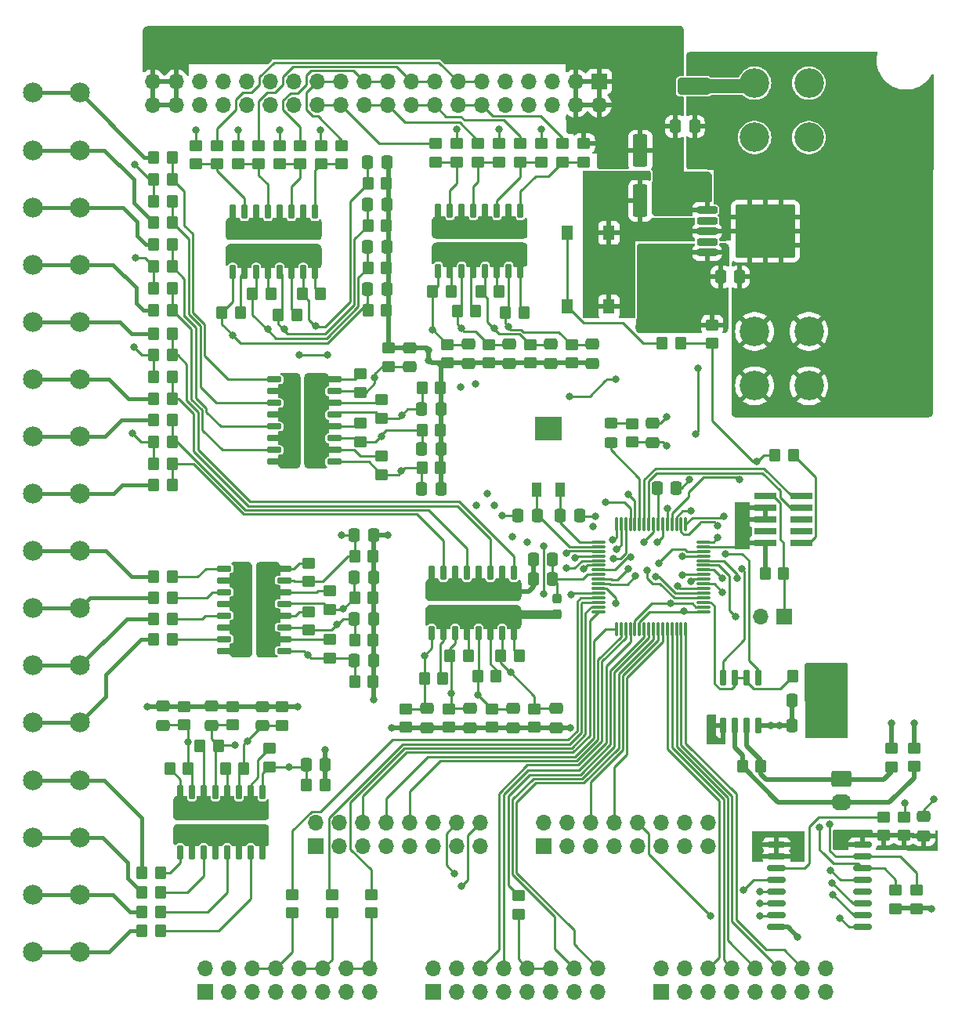
<source format=gbr>
%TF.GenerationSoftware,KiCad,Pcbnew,7.0.10*%
%TF.CreationDate,2024-05-01T16:26:35-07:00*%
%TF.ProjectId,control,636f6e74-726f-46c2-9e6b-696361645f70,B*%
%TF.SameCoordinates,Original*%
%TF.FileFunction,Copper,L1,Top*%
%TF.FilePolarity,Positive*%
%FSLAX46Y46*%
G04 Gerber Fmt 4.6, Leading zero omitted, Abs format (unit mm)*
G04 Created by KiCad (PCBNEW 7.0.10) date 2024-05-01 16:26:35*
%MOMM*%
%LPD*%
G01*
G04 APERTURE LIST*
G04 Aperture macros list*
%AMRoundRect*
0 Rectangle with rounded corners*
0 $1 Rounding radius*
0 $2 $3 $4 $5 $6 $7 $8 $9 X,Y pos of 4 corners*
0 Add a 4 corners polygon primitive as box body*
4,1,4,$2,$3,$4,$5,$6,$7,$8,$9,$2,$3,0*
0 Add four circle primitives for the rounded corners*
1,1,$1+$1,$2,$3*
1,1,$1+$1,$4,$5*
1,1,$1+$1,$6,$7*
1,1,$1+$1,$8,$9*
0 Add four rect primitives between the rounded corners*
20,1,$1+$1,$2,$3,$4,$5,0*
20,1,$1+$1,$4,$5,$6,$7,0*
20,1,$1+$1,$6,$7,$8,$9,0*
20,1,$1+$1,$8,$9,$2,$3,0*%
G04 Aperture macros list end*
%TA.AperFunction,ComponentPad*%
%ADD10C,2.145000*%
%TD*%
%TA.AperFunction,SMDPad,CuDef*%
%ADD11RoundRect,0.250000X0.450000X-0.350000X0.450000X0.350000X-0.450000X0.350000X-0.450000X-0.350000X0*%
%TD*%
%TA.AperFunction,SMDPad,CuDef*%
%ADD12R,1.300000X1.550000*%
%TD*%
%TA.AperFunction,SMDPad,CuDef*%
%ADD13RoundRect,0.250000X-0.450000X0.350000X-0.450000X-0.350000X0.450000X-0.350000X0.450000X0.350000X0*%
%TD*%
%TA.AperFunction,SMDPad,CuDef*%
%ADD14RoundRect,0.150000X-0.875000X-0.150000X0.875000X-0.150000X0.875000X0.150000X-0.875000X0.150000X0*%
%TD*%
%TA.AperFunction,SMDPad,CuDef*%
%ADD15RoundRect,0.150000X-0.150000X0.725000X-0.150000X-0.725000X0.150000X-0.725000X0.150000X0.725000X0*%
%TD*%
%TA.AperFunction,SMDPad,CuDef*%
%ADD16RoundRect,0.250000X-0.337500X-0.475000X0.337500X-0.475000X0.337500X0.475000X-0.337500X0.475000X0*%
%TD*%
%TA.AperFunction,SMDPad,CuDef*%
%ADD17RoundRect,0.250000X-0.350000X-0.450000X0.350000X-0.450000X0.350000X0.450000X-0.350000X0.450000X0*%
%TD*%
%TA.AperFunction,SMDPad,CuDef*%
%ADD18RoundRect,0.250000X0.475000X-0.337500X0.475000X0.337500X-0.475000X0.337500X-0.475000X-0.337500X0*%
%TD*%
%TA.AperFunction,SMDPad,CuDef*%
%ADD19RoundRect,0.250000X0.350000X0.450000X-0.350000X0.450000X-0.350000X-0.450000X0.350000X-0.450000X0*%
%TD*%
%TA.AperFunction,SMDPad,CuDef*%
%ADD20RoundRect,0.150000X-0.650000X-0.150000X0.650000X-0.150000X0.650000X0.150000X-0.650000X0.150000X0*%
%TD*%
%TA.AperFunction,SMDPad,CuDef*%
%ADD21RoundRect,0.250000X-0.475000X0.337500X-0.475000X-0.337500X0.475000X-0.337500X0.475000X0.337500X0*%
%TD*%
%TA.AperFunction,ComponentPad*%
%ADD22R,1.700000X1.700000*%
%TD*%
%TA.AperFunction,ComponentPad*%
%ADD23O,1.700000X1.700000*%
%TD*%
%TA.AperFunction,SMDPad,CuDef*%
%ADD24RoundRect,0.150000X-0.150000X0.650000X-0.150000X-0.650000X0.150000X-0.650000X0.150000X0.650000X0*%
%TD*%
%TA.AperFunction,ComponentPad*%
%ADD25C,3.200000*%
%TD*%
%TA.AperFunction,SMDPad,CuDef*%
%ADD26R,2.400000X0.740000*%
%TD*%
%TA.AperFunction,SMDPad,CuDef*%
%ADD27RoundRect,0.075000X-0.662500X-0.075000X0.662500X-0.075000X0.662500X0.075000X-0.662500X0.075000X0*%
%TD*%
%TA.AperFunction,SMDPad,CuDef*%
%ADD28RoundRect,0.075000X-0.075000X-0.662500X0.075000X-0.662500X0.075000X0.662500X-0.075000X0.662500X0*%
%TD*%
%TA.AperFunction,SMDPad,CuDef*%
%ADD29RoundRect,0.250000X0.337500X0.475000X-0.337500X0.475000X-0.337500X-0.475000X0.337500X-0.475000X0*%
%TD*%
%TA.AperFunction,SMDPad,CuDef*%
%ADD30RoundRect,0.250000X-1.500000X-0.650000X1.500000X-0.650000X1.500000X0.650000X-1.500000X0.650000X0*%
%TD*%
%TA.AperFunction,ComponentPad*%
%ADD31RoundRect,0.250000X-0.845000X0.620000X-0.845000X-0.620000X0.845000X-0.620000X0.845000X0.620000X0*%
%TD*%
%TA.AperFunction,ComponentPad*%
%ADD32O,2.190000X1.740000*%
%TD*%
%TA.AperFunction,SMDPad,CuDef*%
%ADD33RoundRect,0.200000X-0.900000X-0.200000X0.900000X-0.200000X0.900000X0.200000X-0.900000X0.200000X0*%
%TD*%
%TA.AperFunction,SMDPad,CuDef*%
%ADD34RoundRect,0.250000X-1.275000X-1.125000X1.275000X-1.125000X1.275000X1.125000X-1.275000X1.125000X0*%
%TD*%
%TA.AperFunction,SMDPad,CuDef*%
%ADD35RoundRect,0.249997X-2.950003X-2.650003X2.950003X-2.650003X2.950003X2.650003X-2.950003X2.650003X0*%
%TD*%
%TA.AperFunction,SMDPad,CuDef*%
%ADD36R,1.000000X1.600000*%
%TD*%
%TA.AperFunction,SMDPad,CuDef*%
%ADD37R,3.000000X2.500000*%
%TD*%
%TA.AperFunction,SMDPad,CuDef*%
%ADD38RoundRect,0.150000X0.150000X-0.650000X0.150000X0.650000X-0.150000X0.650000X-0.150000X-0.650000X0*%
%TD*%
%TA.AperFunction,SMDPad,CuDef*%
%ADD39RoundRect,0.250000X0.450000X-0.325000X0.450000X0.325000X-0.450000X0.325000X-0.450000X-0.325000X0*%
%TD*%
%TA.AperFunction,SMDPad,CuDef*%
%ADD40RoundRect,0.250000X-0.550000X1.500000X-0.550000X-1.500000X0.550000X-1.500000X0.550000X1.500000X0*%
%TD*%
%TA.AperFunction,SMDPad,CuDef*%
%ADD41RoundRect,0.237500X-0.237500X0.287500X-0.237500X-0.287500X0.237500X-0.287500X0.237500X0.287500X0*%
%TD*%
%TA.AperFunction,ViaPad*%
%ADD42C,0.800000*%
%TD*%
%TA.AperFunction,Conductor*%
%ADD43C,0.250000*%
%TD*%
%TA.AperFunction,Conductor*%
%ADD44C,0.500000*%
%TD*%
%TA.AperFunction,Conductor*%
%ADD45C,0.900000*%
%TD*%
%TA.AperFunction,Conductor*%
%ADD46C,0.400000*%
%TD*%
%TA.AperFunction,Conductor*%
%ADD47C,1.500000*%
%TD*%
G04 APERTURE END LIST*
D10*
%TO.P,J27,1,P1*%
%TO.N,Net-(J27-P1-Pad1)*%
X83693000Y-94002800D03*
%TO.P,J27,2,P1*%
X88773000Y-94002800D03*
%TD*%
%TO.P,J26,1,P1*%
%TO.N,Net-(J26-P1-Pad1)*%
X83693000Y-87814400D03*
%TO.P,J26,2,P1*%
X88773000Y-87814400D03*
%TD*%
%TO.P,J25,1,P1*%
%TO.N,Net-(J25-P1-Pad1)*%
X83693000Y-81626000D03*
%TO.P,J25,2,P1*%
X88773000Y-81626000D03*
%TD*%
%TO.P,J24,1,P1*%
%TO.N,Net-(J24-P1-Pad1)*%
X83693000Y-75437600D03*
%TO.P,J24,2,P1*%
X88773000Y-75437600D03*
%TD*%
%TO.P,J23,1,P1*%
%TO.N,Net-(J23-P1-Pad1)*%
X83693000Y-69249200D03*
%TO.P,J23,2,P1*%
X88773000Y-69249200D03*
%TD*%
%TO.P,J22,1,P1*%
%TO.N,Net-(J22-P1-Pad1)*%
X83693000Y-63060800D03*
%TO.P,J22,2,P1*%
X88773000Y-63060800D03*
%TD*%
%TO.P,J21,1,P1*%
%TO.N,Net-(J21-P1-Pad1)*%
X83693000Y-56872400D03*
%TO.P,J21,2,P1*%
X88773000Y-56872400D03*
%TD*%
%TO.P,J20,1,P1*%
%TO.N,Net-(J20-P1-Pad1)*%
X83693000Y-50684000D03*
%TO.P,J20,2,P1*%
X88773000Y-50684000D03*
%TD*%
%TO.P,J19,1,P1*%
%TO.N,Net-(J19-P1-Pad1)*%
X83693000Y-143510000D03*
%TO.P,J19,2,P1*%
X88773000Y-143510000D03*
%TD*%
%TO.P,J18,1,P1*%
%TO.N,Net-(J18-P1-Pad1)*%
X83693000Y-137321600D03*
%TO.P,J18,2,P1*%
X88773000Y-137321600D03*
%TD*%
%TO.P,J17,1,P1*%
%TO.N,Net-(J17-P1-Pad1)*%
X83693000Y-131133200D03*
%TO.P,J17,2,P1*%
X88773000Y-131133200D03*
%TD*%
%TO.P,J16,1,P1*%
%TO.N,Net-(J16-P1-Pad1)*%
X83693000Y-124944800D03*
%TO.P,J16,2,P1*%
X88773000Y-124944800D03*
%TD*%
%TO.P,J15,1,P1*%
%TO.N,Net-(J15-P1-Pad1)*%
X83693000Y-118756400D03*
%TO.P,J15,2,P1*%
X88773000Y-118756400D03*
%TD*%
%TO.P,J14,1,P1*%
%TO.N,Net-(J14-P1-Pad1)*%
X83693000Y-112568000D03*
%TO.P,J14,2,P1*%
X88773000Y-112568000D03*
%TD*%
%TO.P,J13,1,P1*%
%TO.N,Net-(J13-P1-Pad1)*%
X83693000Y-106379600D03*
%TO.P,J13,2,P1*%
X88773000Y-106379600D03*
%TD*%
%TO.P,J12,1,P1*%
%TO.N,Net-(J12-P1-Pad1)*%
X83693000Y-100191200D03*
%TO.P,J12,2,P1*%
X88773000Y-100191200D03*
%TD*%
D11*
%TO.P,R88,1*%
%TO.N,GNDREF*%
X132987100Y-79888500D03*
%TO.P,R88,2*%
%TO.N,CAB_7_SENSE*%
X132987100Y-77888500D03*
%TD*%
D12*
%TO.P,SW1,1,1*%
%TO.N,GNDREF*%
X145963200Y-65824200D03*
X145963200Y-73774200D03*
%TO.P,SW1,2,2*%
%TO.N,Net-(R4-Pad1)*%
X141463200Y-65824200D03*
X141463200Y-73774200D03*
%TD*%
D13*
%TO.P,R102,1*%
%TO.N,I2C3_SDA*%
X179171600Y-136871200D03*
%TO.P,R102,2*%
%TO.N,+3.3V*%
X179171600Y-138871200D03*
%TD*%
D14*
%TO.P,U10,1,A0*%
%TO.N,GNDREF*%
X164056800Y-131953000D03*
%TO.P,U10,2,A1*%
X164056800Y-133223000D03*
%TO.P,U10,3,RESET#*%
%TO.N,Net-(U10-RESET#)*%
X164056800Y-134493000D03*
%TO.P,U10,4,P0*%
%TO.N,AUX_4_EN*%
X164056800Y-135763000D03*
%TO.P,U10,5,P1*%
%TO.N,AUX_5_EN*%
X164056800Y-137033000D03*
%TO.P,U10,6,P2*%
%TO.N,AUX_6_EN*%
X164056800Y-138303000D03*
%TO.P,U10,7,P3*%
%TO.N,AUX_9_EN*%
X164056800Y-139573000D03*
%TO.P,U10,8,GND*%
%TO.N,GNDREF*%
X164056800Y-140843000D03*
%TO.P,U10,9,P4*%
%TO.N,AUX_10_EN*%
X173356800Y-140843000D03*
%TO.P,U10,10,P5*%
%TO.N,AUX_11_EN*%
X173356800Y-139573000D03*
%TO.P,U10,11,P6*%
%TO.N,AUX_12_EN*%
X173356800Y-138303000D03*
%TO.P,U10,12,P7*%
%TO.N,unconnected-(U10-P7-Pad12)*%
X173356800Y-137033000D03*
%TO.P,U10,13,INT#*%
%TO.N,Net-(U10-INT#)*%
X173356800Y-135763000D03*
%TO.P,U10,14,SCL*%
%TO.N,I2C3_SCL*%
X173356800Y-134493000D03*
%TO.P,U10,15,SDA*%
%TO.N,I2C3_SDA*%
X173356800Y-133223000D03*
%TO.P,U10,16,VCC*%
%TO.N,+3.3V*%
X173356800Y-131953000D03*
%TD*%
D13*
%TO.P,R44,1*%
%TO.N,GNDREF*%
X100000000Y-117000000D03*
%TO.P,R44,2*%
%TO.N,BATT_SW_SENSE*%
X100000000Y-119000000D03*
%TD*%
D15*
%TO.P,U2,1,RO*%
%TO.N,UART5_RX*%
X162098200Y-113899400D03*
%TO.P,U2,2,RE#*%
%TO.N,RS485_DATA_ENABLE*%
X160828200Y-113899400D03*
%TO.P,U2,3,DE*%
X159558200Y-113899400D03*
%TO.P,U2,4,DI*%
%TO.N,UART5_TX*%
X158288200Y-113899400D03*
%TO.P,U2,5,GND*%
%TO.N,GNDREF*%
X158288200Y-119049400D03*
%TO.P,U2,6,A*%
%TO.N,/RS485_A*%
X159558200Y-119049400D03*
%TO.P,U2,7,B*%
%TO.N,/RS485_B*%
X160828200Y-119049400D03*
%TO.P,U2,8,VCC*%
%TO.N,+3.3V*%
X162098200Y-119049400D03*
%TD*%
D16*
%TO.P,C13,1*%
%TO.N,MARKER_LIGHT_SENSE*%
X118425000Y-103021700D03*
%TO.P,C13,2*%
%TO.N,GNDREF*%
X120500000Y-103021700D03*
%TD*%
D17*
%TO.P,R4,1*%
%TO.N,Net-(R4-Pad1)*%
X151704800Y-77774800D03*
%TO.P,R4,2*%
%TO.N,/MCU/#RESET*%
X153704800Y-77774800D03*
%TD*%
D16*
%TO.P,C32,1*%
%TO.N,SIDE_DOOR_SENSE*%
X125708500Y-89154000D03*
%TO.P,C32,2*%
%TO.N,GNDREF*%
X127783500Y-89154000D03*
%TD*%
D13*
%TO.P,R8,1*%
%TO.N,Net-(D1-A)*%
X148437600Y-86426800D03*
%TO.P,R8,2*%
%TO.N,+3.3V*%
X148437600Y-88426800D03*
%TD*%
D11*
%TO.P,R19,1*%
%TO.N,PARK_BRAKE_SENSE*%
X113500000Y-103500000D03*
%TO.P,R19,2*%
%TO.N,+3.3V*%
X113500000Y-101500000D03*
%TD*%
%TO.P,R35,1*%
%TO.N,Net-(R33-Pad1)*%
X114844300Y-58388000D03*
%TO.P,R35,2*%
%TO.N,+12V*%
X114844300Y-56388000D03*
%TD*%
D13*
%TO.P,R105,1*%
%TO.N,Net-(U10-RESET#)*%
X175666400Y-128930400D03*
%TO.P,R105,2*%
%TO.N,+3.3V*%
X175666400Y-130930400D03*
%TD*%
D18*
%TO.P,C8,1*%
%TO.N,+3.3V*%
X150672800Y-88464300D03*
%TO.P,C8,2*%
%TO.N,GNDREF*%
X150672800Y-86389300D03*
%TD*%
D16*
%TO.P,C22,1*%
%TO.N,CAB_3_SENSE*%
X119866500Y-62738000D03*
%TO.P,C22,2*%
%TO.N,GNDREF*%
X121941500Y-62738000D03*
%TD*%
D19*
%TO.P,R76,1*%
%TO.N,Net-(R76-Pad1)*%
X98774000Y-67092300D03*
%TO.P,R76,2*%
%TO.N,Net-(J22-P1-Pad1)*%
X96774000Y-67092300D03*
%TD*%
%TO.P,R53,1*%
%TO.N,Net-(R53-Pad1)*%
X98774000Y-83721500D03*
%TO.P,R53,2*%
%TO.N,Net-(J25-P1-Pad1)*%
X96774000Y-83721500D03*
%TD*%
%TO.P,R37,1*%
%TO.N,HORN_SENSE*%
X103750000Y-121250000D03*
%TO.P,R37,2*%
%TO.N,+3.3V*%
X101750000Y-121250000D03*
%TD*%
D11*
%TO.P,R86,1*%
%TO.N,GNDREF*%
X128524000Y-79888500D03*
%TO.P,R86,2*%
%TO.N,CAB_8_SENSE*%
X128524000Y-77888500D03*
%TD*%
%TO.P,R55,1*%
%TO.N,Net-(R49-Pad1)*%
X138684000Y-58150000D03*
%TO.P,R55,2*%
%TO.N,+12V*%
X138684000Y-56150000D03*
%TD*%
D19*
%TO.P,R54,1*%
%TO.N,Net-(R54-Pad1)*%
X98774000Y-57658000D03*
%TO.P,R54,2*%
%TO.N,Net-(J20-P1-Pad1)*%
X96774000Y-57658000D03*
%TD*%
D11*
%TO.P,R17,1*%
%TO.N,STOP_LIGHT_SENSE*%
X115750000Y-111750000D03*
%TO.P,R17,2*%
%TO.N,+3.3V*%
X115750000Y-109750000D03*
%TD*%
D16*
%TO.P,C2,1*%
%TO.N,+3.3V*%
X158016700Y-70566200D03*
%TO.P,C2,2*%
%TO.N,GNDREF*%
X160091700Y-70566200D03*
%TD*%
D11*
%TO.P,R91,1*%
%TO.N,SIDE_DOOR_SENSE*%
X119126000Y-88376000D03*
%TO.P,R91,2*%
%TO.N,+3.3V*%
X119126000Y-86376000D03*
%TD*%
D20*
%TO.P,U8,1*%
%TO.N,Net-(R54-Pad1)*%
X109780000Y-81661000D03*
%TO.P,U8,2*%
%TO.N,GNDREF*%
X109780000Y-82931000D03*
%TO.P,U8,3*%
%TO.N,Net-(R51-Pad1)*%
X109780000Y-84201000D03*
%TO.P,U8,4*%
%TO.N,GNDREF*%
X109780000Y-85471000D03*
%TO.P,U8,5*%
%TO.N,Net-(R76-Pad1)*%
X109780000Y-86741000D03*
%TO.P,U8,6*%
%TO.N,GNDREF*%
X109780000Y-88011000D03*
%TO.P,U8,7*%
%TO.N,Net-(R75-Pad1)*%
X109780000Y-89281000D03*
%TO.P,U8,8*%
%TO.N,GNDREF*%
X109780000Y-90551000D03*
%TO.P,U8,9*%
%TO.N,AUX_3_SENSE*%
X116280000Y-90551000D03*
%TO.P,U8,10*%
%TO.N,+3.3V*%
X116280000Y-89281000D03*
%TO.P,U8,11*%
%TO.N,SIDE_DOOR_SENSE*%
X116280000Y-88011000D03*
%TO.P,U8,12*%
%TO.N,+3.3V*%
X116280000Y-86741000D03*
%TO.P,U8,13*%
%TO.N,REAR_DOOR_SENSE*%
X116280000Y-85471000D03*
%TO.P,U8,14*%
%TO.N,+3.3V*%
X116280000Y-84201000D03*
%TO.P,U8,15*%
%TO.N,COMP_5_SENSE*%
X116280000Y-82931000D03*
%TO.P,U8,16*%
%TO.N,+3.3V*%
X116280000Y-81661000D03*
%TD*%
D11*
%TO.P,R15,1*%
%TO.N,Net-(R13-Pad1)*%
X105845400Y-58388000D03*
%TO.P,R15,2*%
%TO.N,+12V*%
X105845400Y-56388000D03*
%TD*%
%TO.P,R78,1*%
%TO.N,Net-(R74-Pad1)*%
X134112000Y-58150000D03*
%TO.P,R78,2*%
%TO.N,+12V*%
X134112000Y-56150000D03*
%TD*%
D21*
%TO.P,C28,1*%
%TO.N,COMP_2_SENSE*%
X135607100Y-117212500D03*
%TO.P,C28,2*%
%TO.N,GNDREF*%
X135607100Y-119287500D03*
%TD*%
D17*
%TO.P,R2,1*%
%TO.N,/RS485_A*%
X160391600Y-123494800D03*
%TO.P,R2,2*%
%TO.N,/RS485_B*%
X162391600Y-123494800D03*
%TD*%
%TO.P,R45,1*%
%TO.N,CAB_4_SENSE*%
X112792000Y-72390000D03*
%TO.P,R45,2*%
%TO.N,+3.3V*%
X114792000Y-72390000D03*
%TD*%
D11*
%TO.P,R74,1*%
%TO.N,Net-(R74-Pad1)*%
X131826000Y-58150000D03*
%TO.P,R74,2*%
%TO.N,CAB_SIGNAL_7*%
X131826000Y-56150000D03*
%TD*%
%TO.P,R97,1*%
%TO.N,/RS485_B*%
X176479200Y-123529600D03*
%TO.P,R97,2*%
%TO.N,Net-(J10-Pin_10)*%
X176479200Y-121529600D03*
%TD*%
D19*
%TO.P,R48,1*%
%TO.N,GNDREF*%
X121904000Y-65024000D03*
%TO.P,R48,2*%
%TO.N,CAB_3_SENSE*%
X119904000Y-65024000D03*
%TD*%
D18*
%TO.P,C26,1*%
%TO.N,COMP_5_SENSE*%
X124460000Y-80285500D03*
%TO.P,C26,2*%
%TO.N,GNDREF*%
X124460000Y-78210500D03*
%TD*%
D22*
%TO.P,JP1,1,A*%
%TO.N,Net-(J11-VTref)*%
X164901800Y-107289600D03*
D23*
%TO.P,JP1,2,B*%
%TO.N,+3.3V*%
X162361800Y-107289600D03*
%TD*%
D16*
%TO.P,C15,1*%
%TO.N,CAB_2_SENSE*%
X119888000Y-67310000D03*
%TO.P,C15,2*%
%TO.N,GNDREF*%
X121963000Y-67310000D03*
%TD*%
D17*
%TO.P,R25,1*%
%TO.N,CAB_2_SENSE*%
X107442000Y-72390000D03*
%TO.P,R25,2*%
%TO.N,+3.3V*%
X109442000Y-72390000D03*
%TD*%
D19*
%TO.P,R24,1*%
%TO.N,GNDREF*%
X120462500Y-109804300D03*
%TO.P,R24,2*%
%TO.N,REVERSE_LIGHT_SENSE*%
X118462500Y-109804300D03*
%TD*%
D13*
%TO.P,R40,1*%
%TO.N,GNDREF*%
X110632000Y-117037500D03*
%TO.P,R40,2*%
%TO.N,AUX_1_SENSE*%
X110632000Y-119037500D03*
%TD*%
D24*
%TO.P,U9,1*%
%TO.N,Net-(R52-Pad1)*%
X135700000Y-102561000D03*
%TO.P,U9,2*%
%TO.N,GNDREF*%
X134430000Y-102561000D03*
%TO.P,U9,3*%
%TO.N,Net-(R53-Pad1)*%
X133160000Y-102561000D03*
%TO.P,U9,4*%
%TO.N,GNDREF*%
X131890000Y-102561000D03*
%TO.P,U9,5*%
%TO.N,Net-(R80-Pad1)*%
X130620000Y-102561000D03*
%TO.P,U9,6*%
%TO.N,GNDREF*%
X129350000Y-102561000D03*
%TO.P,U9,7*%
%TO.N,Net-(R79-Pad1)*%
X128080000Y-102561000D03*
%TO.P,U9,8*%
%TO.N,GNDREF*%
X126810000Y-102561000D03*
%TO.P,U9,9*%
%TO.N,COMP_4_SENSE*%
X126810000Y-109061000D03*
%TO.P,U9,10*%
%TO.N,+3.3V*%
X128080000Y-109061000D03*
%TO.P,U9,11*%
%TO.N,COMP_3_SENSE*%
X129350000Y-109061000D03*
%TO.P,U9,12*%
%TO.N,+3.3V*%
X130620000Y-109061000D03*
%TO.P,U9,13*%
%TO.N,COMP_2_SENSE*%
X131890000Y-109061000D03*
%TO.P,U9,14*%
%TO.N,+3.3V*%
X133160000Y-109061000D03*
%TO.P,U9,15*%
%TO.N,COMP_1_SENSE*%
X134430000Y-109061000D03*
%TO.P,U9,16*%
%TO.N,+3.3V*%
X135700000Y-109061000D03*
%TD*%
D25*
%TO.P,J2,1*%
%TO.N,GNDREF*%
X167566400Y-76466600D03*
X161696400Y-76466600D03*
X167566400Y-82336600D03*
X161696400Y-82336600D03*
%TD*%
D26*
%TO.P,J11,1,VTref*%
%TO.N,Net-(J11-VTref)*%
X162845200Y-94284800D03*
%TO.P,J11,2,SWDIO/TMS*%
%TO.N,/MCU/SWDIO*%
X166745200Y-94284800D03*
%TO.P,J11,3,GND*%
%TO.N,GNDREF*%
X162845200Y-95554800D03*
%TO.P,J11,4,SWCLK/TCK*%
%TO.N,/MCU/SWDCLK*%
X166745200Y-95554800D03*
%TO.P,J11,5,GND*%
%TO.N,GNDREF*%
X162845200Y-96824800D03*
%TO.P,J11,6,SWO/TDO*%
%TO.N,unconnected-(J11-SWO{slash}TDO-Pad6)*%
X166745200Y-96824800D03*
%TO.P,J11,7,KEY*%
%TO.N,unconnected-(J11-KEY-Pad7)*%
X162845200Y-98094800D03*
%TO.P,J11,8,NC/TDI*%
%TO.N,unconnected-(J11-NC{slash}TDI-Pad8)*%
X166745200Y-98094800D03*
%TO.P,J11,9,GNDDetect*%
%TO.N,GNDREF*%
X162845200Y-99364800D03*
%TO.P,J11,10,~{RESET}*%
%TO.N,Net-(J11-~{RESET})*%
X166745200Y-99364800D03*
%TD*%
D19*
%TO.P,R81,1*%
%TO.N,Net-(R75-Pad1)*%
X98774000Y-71809400D03*
%TO.P,R81,2*%
%TO.N,+12V*%
X96774000Y-71809400D03*
%TD*%
D11*
%TO.P,R73,1*%
%TO.N,Net-(R73-Pad1)*%
X127254000Y-58150000D03*
%TO.P,R73,2*%
%TO.N,CAB_SIGNAL_8*%
X127254000Y-56150000D03*
%TD*%
D19*
%TO.P,R5,1*%
%TO.N,Net-(J11-VTref)*%
X164830000Y-102666800D03*
%TO.P,R5,2*%
%TO.N,GNDREF*%
X162830000Y-102666800D03*
%TD*%
D17*
%TO.P,R85,1*%
%TO.N,CAB_8_SENSE*%
X126889000Y-72136000D03*
%TO.P,R85,2*%
%TO.N,+3.3V*%
X128889000Y-72136000D03*
%TD*%
D27*
%TO.P,U3,1,PA00*%
%TO.N,Net-(U3-PA00)*%
X144848500Y-99240000D03*
%TO.P,U3,2,PA01*%
%TO.N,Net-(U3-PA01)*%
X144848500Y-99740000D03*
%TO.P,U3,3,PA02*%
%TO.N,BATT_SW_SENSE*%
X144848500Y-100240000D03*
%TO.P,U3,4,PA03*%
%TO.N,HORN_SENSE*%
X144848500Y-100740000D03*
%TO.P,U3,5,PB04*%
%TO.N,AUX_1_SENSE*%
X144848500Y-101240000D03*
%TO.P,U3,6,PB05*%
%TO.N,AUX_2_SENSE*%
X144848500Y-101740000D03*
%TO.P,U3,7,GNDANA*%
%TO.N,GNDREF*%
X144848500Y-102240000D03*
%TO.P,U3,8,VDDANA*%
%TO.N,Net-(U3-VDDANA)*%
X144848500Y-102740000D03*
%TO.P,U3,9,PB06*%
%TO.N,COMP_5_SENSE*%
X144848500Y-103240000D03*
%TO.P,U3,10,PB07*%
%TO.N,CAB_1_SENSE*%
X144848500Y-103740000D03*
%TO.P,U3,11,PB08*%
%TO.N,CAB_2_SENSE*%
X144848500Y-104240000D03*
%TO.P,U3,12,PB09*%
%TO.N,CAB_3_SENSE*%
X144848500Y-104740000D03*
%TO.P,U3,13,PA04*%
%TO.N,FLOOD_D_EN*%
X144848500Y-105240000D03*
%TO.P,U3,14,PA05*%
%TO.N,FLOOD_R_EN*%
X144848500Y-105740000D03*
%TO.P,U3,15,PA06*%
%TO.N,FLOOD_P_EN*%
X144848500Y-106240000D03*
%TO.P,U3,16,PA07*%
%TO.N,AUX_1_EN*%
X144848500Y-106740000D03*
D28*
%TO.P,U3,17,PA08*%
%TO.N,AUX_2_EN*%
X146761000Y-108652500D03*
%TO.P,U3,18,PA09*%
%TO.N,AUX_3_EN*%
X147261000Y-108652500D03*
%TO.P,U3,19,PA10*%
%TO.N,MARKER_LGT_EN*%
X147761000Y-108652500D03*
%TO.P,U3,20,PA11*%
%TO.N,BACKUP_CHIME_EN*%
X148261000Y-108652500D03*
%TO.P,U3,21,VDDIO*%
%TO.N,+3.3V*%
X148761000Y-108652500D03*
%TO.P,U3,22,GND*%
%TO.N,GNDREF*%
X149261000Y-108652500D03*
%TO.P,U3,23,PB10*%
%TO.N,FOG_LGT_EN*%
X149761000Y-108652500D03*
%TO.P,U3,24,PB11*%
%TO.N,ISECT_D_EN*%
X150261000Y-108652500D03*
%TO.P,U3,25,PB12*%
%TO.N,ISECT_P_EN*%
X150761000Y-108652500D03*
%TO.P,U3,26,PB13*%
%TO.N,AUX_7_EN*%
X151261000Y-108652500D03*
%TO.P,U3,27,PB14*%
%TO.N,AUX_8_EN*%
X151761000Y-108652500D03*
%TO.P,U3,28,PB15*%
%TO.N,COMP_1_LGT_EN*%
X152261000Y-108652500D03*
%TO.P,U3,29,PA12*%
%TO.N,COMP_2_LGT_EN*%
X152761000Y-108652500D03*
%TO.P,U3,30,PA13*%
%TO.N,COMP_3_LGT_EN*%
X153261000Y-108652500D03*
%TO.P,U3,31,PA14*%
%TO.N,COMP_4_LGT_EN*%
X153761000Y-108652500D03*
%TO.P,U3,32,PA15*%
%TO.N,COMP_5_LGT_EN*%
X154261000Y-108652500D03*
D27*
%TO.P,U3,33,GND*%
%TO.N,GNDREF*%
X156173500Y-106740000D03*
%TO.P,U3,34,VDDIO*%
%TO.N,+3.3V*%
X156173500Y-106240000D03*
%TO.P,U3,35,PA16*%
%TO.N,RS485_DATA_ENABLE*%
X156173500Y-105740000D03*
%TO.P,U3,36,PA17*%
%TO.N,PARK_BRAKE_SENSE*%
X156173500Y-105240000D03*
%TO.P,U3,37,PA18*%
%TO.N,MARKER_LIGHT_SENSE*%
X156173500Y-104740000D03*
%TO.P,U3,38,PA19*%
%TO.N,STOP_LIGHT_SENSE*%
X156173500Y-104240000D03*
%TO.P,U3,39,PB16*%
%TO.N,CAB_4_SENSE*%
X156173500Y-103740000D03*
%TO.P,U3,40,PB17*%
%TO.N,CAB_5_SENSE*%
X156173500Y-103240000D03*
%TO.P,U3,41,PA20*%
%TO.N,REVERSE_LIGHT_SENSE*%
X156173500Y-102740000D03*
%TO.P,U3,42,PA21*%
%TO.N,SIDE_DOOR_SENSE*%
X156173500Y-102240000D03*
%TO.P,U3,43,PA22*%
%TO.N,I2C3_SDA*%
X156173500Y-101740000D03*
%TO.P,U3,44,PA23*%
%TO.N,I2C3_SCL*%
X156173500Y-101240000D03*
%TO.P,U3,45,PA24*%
%TO.N,CAB_7_SENSE*%
X156173500Y-100740000D03*
%TO.P,U3,46,PA25*%
%TO.N,CAB_8_SENSE*%
X156173500Y-100240000D03*
%TO.P,U3,47,GND*%
%TO.N,GNDREF*%
X156173500Y-99740000D03*
%TO.P,U3,48,VDDIO*%
%TO.N,+3.3V*%
X156173500Y-99240000D03*
D28*
%TO.P,U3,49,PB22*%
%TO.N,UART5_TX*%
X154261000Y-97327500D03*
%TO.P,U3,50,PB23*%
%TO.N,UART5_RX*%
X153761000Y-97327500D03*
%TO.P,U3,51,PA27*%
%TO.N,AUX_3_SENSE*%
X153261000Y-97327500D03*
%TO.P,U3,52,~{RESET}*%
%TO.N,/MCU/#RESET*%
X152761000Y-97327500D03*
%TO.P,U3,53,PA28*%
%TO.N,CAB_6_SENSE*%
X152261000Y-97327500D03*
%TO.P,U3,54,GND*%
%TO.N,GNDREF*%
X151761000Y-97327500D03*
%TO.P,U3,55,VDDCORE*%
%TO.N,Net-(U3-VDDCORE)*%
X151261000Y-97327500D03*
%TO.P,U3,56,VDDIN*%
%TO.N,+3.3V*%
X150761000Y-97327500D03*
%TO.P,U3,57,PA30*%
%TO.N,/MCU/SWDCLK*%
X150261000Y-97327500D03*
%TO.P,U3,58,PA31*%
%TO.N,/MCU/SWDIO*%
X149761000Y-97327500D03*
%TO.P,U3,59,PB30*%
%TO.N,Net-(D1-K)*%
X149261000Y-97327500D03*
%TO.P,U3,60,PB31*%
%TO.N,REAR_DOOR_SENSE*%
X148761000Y-97327500D03*
%TO.P,U3,61,PB00*%
%TO.N,COMP_1_SENSE*%
X148261000Y-97327500D03*
%TO.P,U3,62,PB01*%
%TO.N,COMP_2_SENSE*%
X147761000Y-97327500D03*
%TO.P,U3,63,PB02*%
%TO.N,COMP_3_SENSE*%
X147261000Y-97327500D03*
%TO.P,U3,64,PB03*%
%TO.N,COMP_4_SENSE*%
X146761000Y-97327500D03*
%TD*%
D19*
%TO.P,R90,1*%
%TO.N,GNDREF*%
X127746000Y-91186000D03*
%TO.P,R90,2*%
%TO.N,AUX_3_SENSE*%
X125746000Y-91186000D03*
%TD*%
%TO.P,R59,1*%
%TO.N,Net-(R52-Pad1)*%
X98774000Y-79045800D03*
%TO.P,R59,2*%
%TO.N,+12V*%
X96774000Y-79045800D03*
%TD*%
%TO.P,R20,1*%
%TO.N,GNDREF*%
X120462500Y-100760900D03*
%TO.P,R20,2*%
%TO.N,PARK_BRAKE_SENSE*%
X118462500Y-100760900D03*
%TD*%
D11*
%TO.P,R89,1*%
%TO.N,AUX_3_SENSE*%
X121412000Y-91932000D03*
%TO.P,R89,2*%
%TO.N,+3.3V*%
X121412000Y-89932000D03*
%TD*%
D16*
%TO.P,C19,1*%
%TO.N,AUX_2_SENSE*%
X113212500Y-123250000D03*
%TO.P,C19,2*%
%TO.N,GNDREF*%
X115287500Y-123250000D03*
%TD*%
D17*
%TO.P,R69,1*%
%TO.N,COMP_1_SENSE*%
X134250000Y-111500000D03*
%TO.P,R69,2*%
%TO.N,+3.3V*%
X136250000Y-111500000D03*
%TD*%
D19*
%TO.P,R46,1*%
%TO.N,GNDREF*%
X121904000Y-60452000D03*
%TO.P,R46,2*%
%TO.N,CAB_4_SENSE*%
X119904000Y-60452000D03*
%TD*%
D11*
%TO.P,R50,1*%
%TO.N,Net-(R50-Pad1)*%
X140970000Y-58150000D03*
%TO.P,R50,2*%
%TO.N,CAB_SIGNAL_5*%
X140970000Y-56150000D03*
%TD*%
%TO.P,R34,1*%
%TO.N,Net-(R34-Pad1)*%
X112594600Y-58388000D03*
%TO.P,R34,2*%
%TO.N,CAB_SIGNAL_3*%
X112594600Y-56388000D03*
%TD*%
%TO.P,R33,1*%
%TO.N,Net-(R33-Pad1)*%
X117094000Y-58388000D03*
%TO.P,R33,2*%
%TO.N,CAB_SIGNAL_4*%
X117094000Y-56388000D03*
%TD*%
D17*
%TO.P,R1,1*%
%TO.N,RS485_DATA_ENABLE*%
X165805700Y-113724400D03*
%TO.P,R1,2*%
%TO.N,GNDREF*%
X167805700Y-113724400D03*
%TD*%
D29*
%TO.P,C6,1*%
%TO.N,GNDREF*%
X142769500Y-96393000D03*
%TO.P,C6,2*%
%TO.N,Net-(U3-PA00)*%
X140694500Y-96393000D03*
%TD*%
D21*
%TO.P,C30,1*%
%TO.N,CAB_7_SENSE*%
X135218700Y-77851000D03*
%TO.P,C30,2*%
%TO.N,GNDREF*%
X135218700Y-79926000D03*
%TD*%
D30*
%TO.P,D2,1,K*%
%TO.N,+12V*%
X150154000Y-49987200D03*
%TO.P,D2,2,A*%
%TO.N,Net-(D2-A)*%
X155154000Y-49987200D03*
%TD*%
D20*
%TO.P,U4,1*%
%TO.N,Net-(R10-Pad2)*%
X104390000Y-102086000D03*
%TO.P,U4,2*%
%TO.N,GNDREF*%
X104390000Y-103356000D03*
%TO.P,U4,3*%
%TO.N,Net-(R11-Pad2)*%
X104390000Y-104626000D03*
%TO.P,U4,4*%
%TO.N,GNDREF*%
X104390000Y-105896000D03*
%TO.P,U4,5*%
%TO.N,Net-(R12-Pad2)*%
X104390000Y-107166000D03*
%TO.P,U4,6*%
%TO.N,GNDREF*%
X104390000Y-108436000D03*
%TO.P,U4,7*%
%TO.N,Net-(R9-Pad2)*%
X104390000Y-109706000D03*
%TO.P,U4,8*%
%TO.N,GNDREF*%
X104390000Y-110976000D03*
%TO.P,U4,9*%
%TO.N,STOP_LIGHT_SENSE*%
X110890000Y-110976000D03*
%TO.P,U4,10*%
%TO.N,+3.3V*%
X110890000Y-109706000D03*
%TO.P,U4,11*%
%TO.N,REVERSE_LIGHT_SENSE*%
X110890000Y-108436000D03*
%TO.P,U4,12*%
%TO.N,+3.3V*%
X110890000Y-107166000D03*
%TO.P,U4,13*%
%TO.N,MARKER_LIGHT_SENSE*%
X110890000Y-105896000D03*
%TO.P,U4,14*%
%TO.N,+3.3V*%
X110890000Y-104626000D03*
%TO.P,U4,15*%
%TO.N,PARK_BRAKE_SENSE*%
X110890000Y-103356000D03*
%TO.P,U4,16*%
%TO.N,+3.3V*%
X110890000Y-102086000D03*
%TD*%
D17*
%TO.P,R9,1*%
%TO.N,Net-(J15-P1-Pad1)*%
X96750000Y-109750000D03*
%TO.P,R9,2*%
%TO.N,Net-(R9-Pad2)*%
X98750000Y-109750000D03*
%TD*%
D19*
%TO.P,R66,1*%
%TO.N,GNDREF*%
X127746000Y-82550000D03*
%TO.P,R66,2*%
%TO.N,REAR_DOOR_SENSE*%
X125746000Y-82550000D03*
%TD*%
D11*
%TO.P,R56,1*%
%TO.N,Net-(R50-Pad1)*%
X143256000Y-58150000D03*
%TO.P,R56,2*%
%TO.N,+12V*%
X143256000Y-56150000D03*
%TD*%
D13*
%TO.P,R68,1*%
%TO.N,GNDREF*%
X122174000Y-78248000D03*
%TO.P,R68,2*%
%TO.N,COMP_5_SENSE*%
X122174000Y-80248000D03*
%TD*%
D19*
%TO.P,R52,1*%
%TO.N,Net-(R52-Pad1)*%
X98774000Y-76708000D03*
%TO.P,R52,2*%
%TO.N,Net-(J24-P1-Pad1)*%
X96774000Y-76708000D03*
%TD*%
D11*
%TO.P,R6,1*%
%TO.N,/RS485_A*%
X178917600Y-123478800D03*
%TO.P,R6,2*%
%TO.N,Net-(J10-Pin_9)*%
X178917600Y-121478800D03*
%TD*%
D31*
%TO.P,J28,1,Pin_1*%
%TO.N,/RS485_B*%
X171074400Y-124815600D03*
D32*
%TO.P,J28,2,Pin_2*%
%TO.N,/RS485_A*%
X171074400Y-127355600D03*
%TD*%
D24*
%TO.P,U7,1*%
%TO.N,Net-(R50-Pad1)*%
X136398000Y-63425000D03*
%TO.P,U7,2*%
%TO.N,GNDREF*%
X135128000Y-63425000D03*
%TO.P,U7,3*%
%TO.N,Net-(R49-Pad1)*%
X133858000Y-63425000D03*
%TO.P,U7,4*%
%TO.N,GNDREF*%
X132588000Y-63425000D03*
%TO.P,U7,5*%
%TO.N,Net-(R74-Pad1)*%
X131318000Y-63425000D03*
%TO.P,U7,6*%
%TO.N,GNDREF*%
X130048000Y-63425000D03*
%TO.P,U7,7*%
%TO.N,Net-(R73-Pad1)*%
X128778000Y-63425000D03*
%TO.P,U7,8*%
%TO.N,GNDREF*%
X127508000Y-63425000D03*
%TO.P,U7,9*%
%TO.N,CAB_8_SENSE*%
X127508000Y-69925000D03*
%TO.P,U7,10*%
%TO.N,+3.3V*%
X128778000Y-69925000D03*
%TO.P,U7,11*%
%TO.N,CAB_7_SENSE*%
X130048000Y-69925000D03*
%TO.P,U7,12*%
%TO.N,+3.3V*%
X131318000Y-69925000D03*
%TO.P,U7,13*%
%TO.N,CAB_6_SENSE*%
X132588000Y-69925000D03*
%TO.P,U7,14*%
%TO.N,+3.3V*%
X133858000Y-69925000D03*
%TO.P,U7,15*%
%TO.N,CAB_5_SENSE*%
X135128000Y-69925000D03*
%TO.P,U7,16*%
%TO.N,+3.3V*%
X136398000Y-69925000D03*
%TD*%
D16*
%TO.P,C4,1*%
%TO.N,+3.3V*%
X165768200Y-116359400D03*
%TO.P,C4,2*%
%TO.N,GNDREF*%
X167843200Y-116359400D03*
%TD*%
D17*
%TO.P,R61,1*%
%TO.N,CAB_6_SENSE*%
X132096000Y-72136000D03*
%TO.P,R61,2*%
%TO.N,+3.3V*%
X134096000Y-72136000D03*
%TD*%
D11*
%TO.P,R77,1*%
%TO.N,Net-(R73-Pad1)*%
X129540000Y-58150000D03*
%TO.P,R77,2*%
%TO.N,+12V*%
X129540000Y-56150000D03*
%TD*%
D19*
%TO.P,R80,1*%
%TO.N,Net-(R80-Pad1)*%
X98774000Y-86059300D03*
%TO.P,R80,2*%
%TO.N,Net-(J26-P1-Pad1)*%
X96774000Y-86059300D03*
%TD*%
D21*
%TO.P,C29,1*%
%TO.N,CAB_8_SENSE*%
X130755600Y-77851000D03*
%TO.P,C29,2*%
%TO.N,GNDREF*%
X130755600Y-79926000D03*
%TD*%
D19*
%TO.P,R39,1*%
%TO.N,AUX_1_SENSE*%
X106500000Y-123750000D03*
%TO.P,R39,2*%
%TO.N,+3.3V*%
X104500000Y-123750000D03*
%TD*%
D17*
%TO.P,R31,1*%
%TO.N,Net-(J19-P1-Pad1)*%
X95500000Y-141250000D03*
%TO.P,R31,2*%
%TO.N,Net-(R31-Pad2)*%
X97500000Y-141250000D03*
%TD*%
D19*
%TO.P,R75,1*%
%TO.N,Net-(R75-Pad1)*%
X98774000Y-74168000D03*
%TO.P,R75,2*%
%TO.N,Net-(J23-P1-Pad1)*%
X96774000Y-74168000D03*
%TD*%
D17*
%TO.P,R11,1*%
%TO.N,Net-(J13-P1-Pad1)*%
X96750000Y-105250000D03*
%TO.P,R11,2*%
%TO.N,Net-(R11-Pad2)*%
X98750000Y-105250000D03*
%TD*%
D19*
%TO.P,R58,1*%
%TO.N,Net-(R54-Pad1)*%
X98774000Y-60016600D03*
%TO.P,R58,2*%
%TO.N,+12V*%
X96774000Y-60016600D03*
%TD*%
D25*
%TO.P,J1,1*%
%TO.N,Net-(D2-A)*%
X167566400Y-49631600D03*
X161696400Y-49631600D03*
X167566400Y-55501600D03*
X161696400Y-55501600D03*
%TD*%
D33*
%TO.P,U1,1,IN*%
%TO.N,+12V*%
X156565600Y-63359600D03*
%TO.P,U1,2,PG*%
%TO.N,unconnected-(U1-PG-Pad2)*%
X156565600Y-64499600D03*
%TO.P,U1,3,GND*%
%TO.N,GNDREF*%
X156565600Y-65639600D03*
D34*
X161190600Y-64114600D03*
X161190600Y-67164600D03*
D35*
X162865600Y-65639600D03*
D34*
X164540600Y-64114600D03*
X164540600Y-67164600D03*
D33*
%TO.P,U1,4,DELAY*%
%TO.N,unconnected-(U1-DELAY-Pad4)*%
X156565600Y-66779600D03*
%TO.P,U1,5,OUT*%
%TO.N,+3.3V*%
X156565600Y-67919600D03*
%TD*%
D11*
%TO.P,R94,1*%
%TO.N,GNDREF*%
X124000000Y-119250000D03*
%TO.P,R94,2*%
%TO.N,COMP_4_SENSE*%
X124000000Y-117250000D03*
%TD*%
D13*
%TO.P,R104,1*%
%TO.N,Net-(U10-INT#)*%
X177854400Y-128930400D03*
%TO.P,R104,2*%
%TO.N,+3.3V*%
X177854400Y-130930400D03*
%TD*%
D16*
%TO.P,C25,1*%
%TO.N,REAR_DOOR_SENSE*%
X125708500Y-84836000D03*
%TO.P,C25,2*%
%TO.N,GNDREF*%
X127783500Y-84836000D03*
%TD*%
D22*
%TO.P,J5,1,Pin_1*%
%TO.N,unconnected-(J5-Pin_1-Pad1)*%
X151638000Y-147828000D03*
D23*
%TO.P,J5,2,Pin_2*%
%TO.N,unconnected-(J5-Pin_2-Pad2)*%
X151638000Y-145288000D03*
%TO.P,J5,3,Pin_3*%
%TO.N,unconnected-(J5-Pin_3-Pad3)*%
X154178000Y-147828000D03*
%TO.P,J5,4,Pin_4*%
%TO.N,unconnected-(J5-Pin_4-Pad4)*%
X154178000Y-145288000D03*
%TO.P,J5,5,Pin_5*%
%TO.N,unconnected-(J5-Pin_5-Pad5)*%
X156718000Y-147828000D03*
%TO.P,J5,6,Pin_6*%
%TO.N,COMP_1_LGT_EN*%
X156718000Y-145288000D03*
%TO.P,J5,7,Pin_7*%
%TO.N,unconnected-(J5-Pin_7-Pad7)*%
X159258000Y-147828000D03*
%TO.P,J5,8,Pin_8*%
%TO.N,COMP_2_LGT_EN*%
X159258000Y-145288000D03*
%TO.P,J5,9,Pin_9*%
%TO.N,unconnected-(J5-Pin_9-Pad9)*%
X161798000Y-147828000D03*
%TO.P,J5,10,Pin_10*%
%TO.N,COMP_3_LGT_EN*%
X161798000Y-145288000D03*
%TO.P,J5,11,Pin_11*%
%TO.N,unconnected-(J5-Pin_11-Pad11)*%
X164338000Y-147828000D03*
%TO.P,J5,12,Pin_12*%
%TO.N,COMP_4_LGT_EN*%
X164338000Y-145288000D03*
%TO.P,J5,13,Pin_13*%
%TO.N,unconnected-(J5-Pin_13-Pad13)*%
X166878000Y-147828000D03*
%TO.P,J5,14,Pin_14*%
%TO.N,COMP_5_LGT_EN*%
X166878000Y-145288000D03*
%TO.P,J5,15,Pin_15*%
%TO.N,unconnected-(J5-Pin_15-Pad15)*%
X169418000Y-147828000D03*
%TO.P,J5,16,Pin_16*%
%TO.N,unconnected-(J5-Pin_16-Pad16)*%
X169418000Y-145288000D03*
%TD*%
D16*
%TO.P,C3,1*%
%TO.N,+3.3V*%
X165768200Y-119024400D03*
%TO.P,C3,2*%
%TO.N,GNDREF*%
X167843200Y-119024400D03*
%TD*%
D21*
%TO.P,C34,1*%
%TO.N,COMP_3_SENSE*%
X130964300Y-117212500D03*
%TO.P,C34,2*%
%TO.N,GNDREF*%
X130964300Y-119287500D03*
%TD*%
D11*
%TO.P,R49,1*%
%TO.N,Net-(R49-Pad1)*%
X136398000Y-58150000D03*
%TO.P,R49,2*%
%TO.N,CAB_SIGNAL_6*%
X136398000Y-56150000D03*
%TD*%
D17*
%TO.P,R87,1*%
%TO.N,CAB_7_SENSE*%
X129556000Y-74295000D03*
%TO.P,R87,2*%
%TO.N,+3.3V*%
X131556000Y-74295000D03*
%TD*%
D11*
%TO.P,R96,1*%
%TO.N,GNDREF*%
X128642900Y-119250000D03*
%TO.P,R96,2*%
%TO.N,COMP_3_SENSE*%
X128642900Y-117250000D03*
%TD*%
D16*
%TO.P,C11,1*%
%TO.N,STOP_LIGHT_SENSE*%
X118425000Y-112065100D03*
%TO.P,C11,2*%
%TO.N,GNDREF*%
X120500000Y-112065100D03*
%TD*%
D22*
%TO.P,J4,1,Pin_1*%
%TO.N,unconnected-(J4-Pin_1-Pad1)*%
X127000000Y-147828000D03*
D23*
%TO.P,J4,2,Pin_2*%
%TO.N,unconnected-(J4-Pin_2-Pad2)*%
X127000000Y-145288000D03*
%TO.P,J4,3,Pin_3*%
%TO.N,unconnected-(J4-Pin_3-Pad3)*%
X129540000Y-147828000D03*
%TO.P,J4,4,Pin_4*%
%TO.N,unconnected-(J4-Pin_4-Pad4)*%
X129540000Y-145288000D03*
%TO.P,J4,5,Pin_5*%
%TO.N,unconnected-(J4-Pin_5-Pad5)*%
X132080000Y-147828000D03*
%TO.P,J4,6,Pin_6*%
%TO.N,MARKER_LGT_EN*%
X132080000Y-145288000D03*
%TO.P,J4,7,Pin_7*%
%TO.N,unconnected-(J4-Pin_7-Pad7)*%
X134620000Y-147828000D03*
%TO.P,J4,8,Pin_8*%
%TO.N,BACKUP_CHIME_EN*%
X134620000Y-145288000D03*
%TO.P,J4,9,Pin_9*%
%TO.N,unconnected-(J4-Pin_9-Pad9)*%
X137160000Y-147828000D03*
%TO.P,J4,10,Pin_10*%
%TO.N,Net-(J4-Pin_10)*%
X137160000Y-145288000D03*
%TO.P,J4,11,Pin_11*%
%TO.N,unconnected-(J4-Pin_11-Pad11)*%
X139700000Y-147828000D03*
%TO.P,J4,12,Pin_12*%
%TO.N,Net-(J4-Pin_10)*%
X139700000Y-145288000D03*
%TO.P,J4,13,Pin_13*%
%TO.N,unconnected-(J4-Pin_13-Pad13)*%
X142240000Y-147828000D03*
%TO.P,J4,14,Pin_14*%
%TO.N,ISECT_D_EN*%
X142240000Y-145288000D03*
%TO.P,J4,15,Pin_15*%
%TO.N,unconnected-(J4-Pin_15-Pad15)*%
X144780000Y-147828000D03*
%TO.P,J4,16,Pin_16*%
%TO.N,ISECT_P_EN*%
X144780000Y-145288000D03*
%TD*%
D19*
%TO.P,R82,1*%
%TO.N,Net-(R76-Pad1)*%
X98774000Y-69450900D03*
%TO.P,R82,2*%
%TO.N,+12V*%
X96774000Y-69450900D03*
%TD*%
D11*
%TO.P,R14,1*%
%TO.N,Net-(R14-Pad1)*%
X103595700Y-58388000D03*
%TO.P,R14,2*%
%TO.N,CAB_SIGNAL_1*%
X103595700Y-56388000D03*
%TD*%
%TO.P,R16,1*%
%TO.N,Net-(R14-Pad1)*%
X101346000Y-58388000D03*
%TO.P,R16,2*%
%TO.N,+12V*%
X101346000Y-56388000D03*
%TD*%
D19*
%TO.P,R57,1*%
%TO.N,Net-(R51-Pad1)*%
X98774000Y-62375100D03*
%TO.P,R57,2*%
%TO.N,+12V*%
X96774000Y-62375100D03*
%TD*%
D21*
%TO.P,C24,1*%
%TO.N,CAB_5_SENSE*%
X144145000Y-77851000D03*
%TO.P,C24,2*%
%TO.N,GNDREF*%
X144145000Y-79926000D03*
%TD*%
D11*
%TO.P,R101,1*%
%TO.N,Net-(J4-Pin_10)*%
X136194800Y-139430000D03*
%TO.P,R101,2*%
%TO.N,FOG_LGT_EN*%
X136194800Y-137430000D03*
%TD*%
D17*
%TO.P,R30,1*%
%TO.N,Net-(J18-P1-Pad1)*%
X95500000Y-139166700D03*
%TO.P,R30,2*%
%TO.N,Net-(R30-Pad2)*%
X97500000Y-139166700D03*
%TD*%
D16*
%TO.P,C1,1*%
%TO.N,+12V*%
X153140500Y-54305200D03*
%TO.P,C1,2*%
%TO.N,GNDREF*%
X155215500Y-54305200D03*
%TD*%
D36*
%TO.P,Y1,1,1*%
%TO.N,Net-(U3-PA00)*%
X140716000Y-93545000D03*
%TO.P,Y1,2,2*%
%TO.N,Net-(U3-PA01)*%
X138176000Y-93545000D03*
D37*
%TO.P,Y1,3,3*%
%TO.N,GNDREF*%
X139446000Y-86995000D03*
%TD*%
D17*
%TO.P,R63,1*%
%TO.N,CAB_5_SENSE*%
X134763000Y-74422000D03*
%TO.P,R63,2*%
%TO.N,+3.3V*%
X136763000Y-74422000D03*
%TD*%
D11*
%TO.P,R13,1*%
%TO.N,Net-(R13-Pad1)*%
X108095100Y-58388000D03*
%TO.P,R13,2*%
%TO.N,CAB_SIGNAL_2*%
X108095100Y-56388000D03*
%TD*%
D19*
%TO.P,R60,1*%
%TO.N,Net-(R53-Pad1)*%
X98774000Y-81383700D03*
%TO.P,R60,2*%
%TO.N,+12V*%
X96774000Y-81383700D03*
%TD*%
D24*
%TO.P,U5,1*%
%TO.N,Net-(R33-Pad1)*%
X114173000Y-63552000D03*
%TO.P,U5,2*%
%TO.N,GNDREF*%
X112903000Y-63552000D03*
%TO.P,U5,3*%
%TO.N,Net-(R34-Pad1)*%
X111633000Y-63552000D03*
%TO.P,U5,4*%
%TO.N,GNDREF*%
X110363000Y-63552000D03*
%TO.P,U5,5*%
%TO.N,Net-(R13-Pad1)*%
X109093000Y-63552000D03*
%TO.P,U5,6*%
%TO.N,GNDREF*%
X107823000Y-63552000D03*
%TO.P,U5,7*%
%TO.N,Net-(R14-Pad1)*%
X106553000Y-63552000D03*
%TO.P,U5,8*%
%TO.N,GNDREF*%
X105283000Y-63552000D03*
%TO.P,U5,9*%
%TO.N,CAB_1_SENSE*%
X105283000Y-70052000D03*
%TO.P,U5,10*%
%TO.N,+3.3V*%
X106553000Y-70052000D03*
%TO.P,U5,11*%
%TO.N,CAB_2_SENSE*%
X107823000Y-70052000D03*
%TO.P,U5,12*%
%TO.N,+3.3V*%
X109093000Y-70052000D03*
%TO.P,U5,13*%
%TO.N,CAB_3_SENSE*%
X110363000Y-70052000D03*
%TO.P,U5,14*%
%TO.N,+3.3V*%
X111633000Y-70052000D03*
%TO.P,U5,15*%
%TO.N,CAB_4_SENSE*%
X112903000Y-70052000D03*
%TO.P,U5,16*%
%TO.N,+3.3V*%
X114173000Y-70052000D03*
%TD*%
D13*
%TO.P,R103,1*%
%TO.N,I2C3_SCL*%
X176936400Y-136861800D03*
%TO.P,R103,2*%
%TO.N,+3.3V*%
X176936400Y-138861800D03*
%TD*%
D18*
%TO.P,C36,1*%
%TO.N,+3.3V*%
X179984400Y-130983900D03*
%TO.P,C36,2*%
%TO.N,GNDREF*%
X179984400Y-128908900D03*
%TD*%
D22*
%TO.P,J10,1,Pin_1*%
%TO.N,+12V*%
X144900000Y-49460000D03*
D23*
%TO.P,J10,2,Pin_2*%
X144900000Y-52000000D03*
%TO.P,J10,3,Pin_3*%
X142360000Y-49460000D03*
%TO.P,J10,4,Pin_4*%
X142360000Y-52000000D03*
%TO.P,J10,5,Pin_5*%
%TO.N,GNDREF*%
X139820000Y-49460000D03*
%TO.P,J10,6,Pin_6*%
X139820000Y-52000000D03*
%TO.P,J10,7,Pin_7*%
X137280000Y-49460000D03*
%TO.P,J10,8,Pin_8*%
X137280000Y-52000000D03*
%TO.P,J10,9,Pin_9*%
%TO.N,Net-(J10-Pin_9)*%
X134740000Y-49460000D03*
%TO.P,J10,10,Pin_10*%
%TO.N,Net-(J10-Pin_10)*%
X134740000Y-52000000D03*
%TO.P,J10,11,Pin_11*%
%TO.N,CAB_SIGNAL_1*%
X132200000Y-49460000D03*
%TO.P,J10,12,Pin_12*%
%TO.N,CAB_SIGNAL_5*%
X132200000Y-52000000D03*
%TO.P,J10,13,Pin_13*%
%TO.N,CAB_SIGNAL_1*%
X129660000Y-49460000D03*
%TO.P,J10,14,Pin_14*%
%TO.N,CAB_SIGNAL_5*%
X129660000Y-52000000D03*
%TO.P,J10,15,Pin_15*%
%TO.N,CAB_SIGNAL_2*%
X127120000Y-49460000D03*
%TO.P,J10,16,Pin_16*%
%TO.N,CAB_SIGNAL_6*%
X127120000Y-52000000D03*
%TO.P,J10,17,Pin_17*%
%TO.N,CAB_SIGNAL_2*%
X124580000Y-49460000D03*
%TO.P,J10,18,Pin_18*%
%TO.N,CAB_SIGNAL_6*%
X124580000Y-52000000D03*
%TO.P,J10,19,Pin_19*%
%TO.N,CAB_SIGNAL_3*%
X122040000Y-49460000D03*
%TO.P,J10,20,Pin_20*%
%TO.N,CAB_SIGNAL_7*%
X122040000Y-52000000D03*
%TO.P,J10,21,Pin_21*%
%TO.N,CAB_SIGNAL_3*%
X119500000Y-49460000D03*
%TO.P,J10,22,Pin_22*%
%TO.N,CAB_SIGNAL_7*%
X119500000Y-52000000D03*
%TO.P,J10,23,Pin_23*%
%TO.N,CAB_SIGNAL_4*%
X116960000Y-49460000D03*
%TO.P,J10,24,Pin_24*%
%TO.N,CAB_SIGNAL_8*%
X116960000Y-52000000D03*
%TO.P,J10,25,Pin_25*%
%TO.N,CAB_SIGNAL_4*%
X114420000Y-49460000D03*
%TO.P,J10,26,Pin_26*%
%TO.N,CAB_SIGNAL_8*%
X114420000Y-52000000D03*
%TO.P,J10,27,Pin_27*%
%TO.N,unconnected-(J10-Pin_27-Pad27)*%
X111880000Y-49460000D03*
%TO.P,J10,28,Pin_28*%
%TO.N,unconnected-(J10-Pin_28-Pad28)*%
X111880000Y-52000000D03*
%TO.P,J10,29,Pin_29*%
%TO.N,unconnected-(J10-Pin_29-Pad29)*%
X109340000Y-49460000D03*
%TO.P,J10,30,Pin_30*%
%TO.N,unconnected-(J10-Pin_30-Pad30)*%
X109340000Y-52000000D03*
%TO.P,J10,31,Pin_31*%
%TO.N,unconnected-(J10-Pin_31-Pad31)*%
X106800000Y-49460000D03*
%TO.P,J10,32,Pin_32*%
%TO.N,unconnected-(J10-Pin_32-Pad32)*%
X106800000Y-52000000D03*
%TO.P,J10,33,Pin_33*%
%TO.N,GNDREF*%
X104260000Y-49460000D03*
%TO.P,J10,34,Pin_34*%
X104260000Y-52000000D03*
%TO.P,J10,35,Pin_35*%
X101720000Y-49460000D03*
%TO.P,J10,36,Pin_36*%
X101720000Y-52000000D03*
%TO.P,J10,37,Pin_37*%
%TO.N,+12V*%
X99180000Y-49460000D03*
%TO.P,J10,38,Pin_38*%
X99180000Y-52000000D03*
%TO.P,J10,39,Pin_39*%
X96640000Y-49460000D03*
%TO.P,J10,40,Pin_40*%
X96640000Y-52000000D03*
%TD*%
D11*
%TO.P,R70,1*%
%TO.N,GNDREF*%
X137928600Y-119250000D03*
%TO.P,R70,2*%
%TO.N,COMP_1_SENSE*%
X137928600Y-117250000D03*
%TD*%
%TO.P,R21,1*%
%TO.N,MARKER_LIGHT_SENSE*%
X115750000Y-106500000D03*
%TO.P,R21,2*%
%TO.N,+3.3V*%
X115750000Y-104500000D03*
%TD*%
D16*
%TO.P,C31,1*%
%TO.N,AUX_3_SENSE*%
X125708500Y-93472000D03*
%TO.P,C31,2*%
%TO.N,GNDREF*%
X127783500Y-93472000D03*
%TD*%
D21*
%TO.P,C23,1*%
%TO.N,CAB_6_SENSE*%
X139681900Y-77851000D03*
%TO.P,C23,2*%
%TO.N,GNDREF*%
X139681900Y-79926000D03*
%TD*%
%TO.P,C33,1*%
%TO.N,COMP_4_SENSE*%
X126321400Y-117212500D03*
%TO.P,C33,2*%
%TO.N,GNDREF*%
X126321400Y-119287500D03*
%TD*%
D16*
%TO.P,C7,1*%
%TO.N,Net-(U3-VDDCORE)*%
X151159300Y-93370400D03*
%TO.P,C7,2*%
%TO.N,GNDREF*%
X153234300Y-93370400D03*
%TD*%
D38*
%TO.P,U6,1*%
%TO.N,Net-(R32-Pad2)*%
X99610000Y-132750000D03*
%TO.P,U6,2*%
%TO.N,GNDREF*%
X100880000Y-132750000D03*
%TO.P,U6,3*%
%TO.N,Net-(R29-Pad2)*%
X102150000Y-132750000D03*
%TO.P,U6,4*%
%TO.N,GNDREF*%
X103420000Y-132750000D03*
%TO.P,U6,5*%
%TO.N,Net-(R30-Pad2)*%
X104690000Y-132750000D03*
%TO.P,U6,6*%
%TO.N,GNDREF*%
X105960000Y-132750000D03*
%TO.P,U6,7*%
%TO.N,Net-(R31-Pad2)*%
X107230000Y-132750000D03*
%TO.P,U6,8*%
%TO.N,GNDREF*%
X108500000Y-132750000D03*
%TO.P,U6,9*%
%TO.N,AUX_2_SENSE*%
X108500000Y-126250000D03*
%TO.P,U6,10*%
%TO.N,+3.3V*%
X107230000Y-126250000D03*
%TO.P,U6,11*%
%TO.N,AUX_1_SENSE*%
X105960000Y-126250000D03*
%TO.P,U6,12*%
%TO.N,+3.3V*%
X104690000Y-126250000D03*
%TO.P,U6,13*%
%TO.N,HORN_SENSE*%
X103420000Y-126250000D03*
%TO.P,U6,14*%
%TO.N,+3.3V*%
X102150000Y-126250000D03*
%TO.P,U6,15*%
%TO.N,BATT_SW_SENSE*%
X100880000Y-126250000D03*
%TO.P,U6,16*%
%TO.N,+3.3V*%
X99610000Y-126250000D03*
%TD*%
D18*
%TO.P,C18,1*%
%TO.N,AUX_1_SENSE*%
X108500000Y-119075000D03*
%TO.P,C18,2*%
%TO.N,GNDREF*%
X108500000Y-117000000D03*
%TD*%
%TO.P,C17,1*%
%TO.N,HORN_SENSE*%
X103000000Y-119037500D03*
%TO.P,C17,2*%
%TO.N,GNDREF*%
X103000000Y-116962500D03*
%TD*%
D16*
%TO.P,C21,1*%
%TO.N,CAB_4_SENSE*%
X119866500Y-58166000D03*
%TO.P,C21,2*%
%TO.N,GNDREF*%
X121941500Y-58166000D03*
%TD*%
D22*
%TO.P,J3,1,Pin_1*%
%TO.N,unconnected-(J3-Pin_1-Pad1)*%
X102362000Y-147828000D03*
D23*
%TO.P,J3,2,Pin_2*%
%TO.N,unconnected-(J3-Pin_2-Pad2)*%
X102362000Y-145288000D03*
%TO.P,J3,3,Pin_3*%
%TO.N,unconnected-(J3-Pin_3-Pad3)*%
X104902000Y-147828000D03*
%TO.P,J3,4,Pin_4*%
%TO.N,unconnected-(J3-Pin_4-Pad4)*%
X104902000Y-145288000D03*
%TO.P,J3,5,Pin_5*%
%TO.N,unconnected-(J3-Pin_5-Pad5)*%
X107442000Y-147828000D03*
%TO.P,J3,6,Pin_6*%
%TO.N,Net-(J3-Pin_6)*%
X107442000Y-145288000D03*
%TO.P,J3,7,Pin_7*%
%TO.N,unconnected-(J3-Pin_7-Pad7)*%
X109982000Y-147828000D03*
%TO.P,J3,8,Pin_8*%
%TO.N,Net-(J3-Pin_6)*%
X109982000Y-145288000D03*
%TO.P,J3,9,Pin_9*%
%TO.N,unconnected-(J3-Pin_9-Pad9)*%
X112522000Y-147828000D03*
%TO.P,J3,10,Pin_10*%
%TO.N,Net-(J3-Pin_10)*%
X112522000Y-145288000D03*
%TO.P,J3,11,Pin_11*%
%TO.N,unconnected-(J3-Pin_11-Pad11)*%
X115062000Y-147828000D03*
%TO.P,J3,12,Pin_12*%
%TO.N,Net-(J3-Pin_10)*%
X115062000Y-145288000D03*
%TO.P,J3,13,Pin_13*%
%TO.N,unconnected-(J3-Pin_13-Pad13)*%
X117602000Y-147828000D03*
%TO.P,J3,14,Pin_14*%
%TO.N,Net-(J3-Pin_14)*%
X117602000Y-145288000D03*
%TO.P,J3,15,Pin_15*%
%TO.N,unconnected-(J3-Pin_15-Pad15)*%
X120142000Y-147828000D03*
%TO.P,J3,16,Pin_16*%
%TO.N,Net-(J3-Pin_14)*%
X120142000Y-145288000D03*
%TD*%
D17*
%TO.P,R47,1*%
%TO.N,CAB_3_SENSE*%
X110236000Y-74676000D03*
%TO.P,R47,2*%
%TO.N,+3.3V*%
X112236000Y-74676000D03*
%TD*%
D19*
%TO.P,R83,1*%
%TO.N,Net-(R79-Pad1)*%
X98774000Y-90735000D03*
%TO.P,R83,2*%
%TO.N,+12V*%
X96774000Y-90735000D03*
%TD*%
D16*
%TO.P,C12,1*%
%TO.N,PARK_BRAKE_SENSE*%
X118425000Y-98500000D03*
%TO.P,C12,2*%
%TO.N,GNDREF*%
X120500000Y-98500000D03*
%TD*%
D19*
%TO.P,R18,1*%
%TO.N,GNDREF*%
X120462500Y-114326000D03*
%TO.P,R18,2*%
%TO.N,STOP_LIGHT_SENSE*%
X118462500Y-114326000D03*
%TD*%
D17*
%TO.P,R95,1*%
%TO.N,COMP_3_SENSE*%
X128750000Y-111500000D03*
%TO.P,R95,2*%
%TO.N,+3.3V*%
X130750000Y-111500000D03*
%TD*%
D19*
%TO.P,R43,1*%
%TO.N,BATT_SW_SENSE*%
X100500000Y-123750000D03*
%TO.P,R43,2*%
%TO.N,+3.3V*%
X98500000Y-123750000D03*
%TD*%
D17*
%TO.P,R27,1*%
%TO.N,CAB_1_SENSE*%
X104140000Y-74422000D03*
%TO.P,R27,2*%
%TO.N,+3.3V*%
X106140000Y-74422000D03*
%TD*%
%TO.P,R71,1*%
%TO.N,COMP_2_SENSE*%
X131750000Y-113750000D03*
%TO.P,R71,2*%
%TO.N,+3.3V*%
X133750000Y-113750000D03*
%TD*%
D21*
%TO.P,C27,1*%
%TO.N,COMP_1_SENSE*%
X140250000Y-117212500D03*
%TO.P,C27,2*%
%TO.N,GNDREF*%
X140250000Y-119287500D03*
%TD*%
D39*
%TO.P,D1,1,K*%
%TO.N,Net-(D1-K)*%
X146151600Y-88451800D03*
%TO.P,D1,2,A*%
%TO.N,Net-(D1-A)*%
X146151600Y-86401800D03*
%TD*%
D40*
%TO.P,C35,1*%
%TO.N,+12V*%
X149352000Y-56939200D03*
%TO.P,C35,2*%
%TO.N,GNDREF*%
X149352000Y-62339200D03*
%TD*%
D11*
%TO.P,R99,1*%
%TO.N,Net-(J3-Pin_10)*%
X116001800Y-139328400D03*
%TO.P,R99,2*%
%TO.N,FLOOD_R_EN*%
X116001800Y-137328400D03*
%TD*%
D19*
%TO.P,R51,1*%
%TO.N,Net-(R51-Pad1)*%
X98774000Y-64733700D03*
%TO.P,R51,2*%
%TO.N,Net-(J21-P1-Pad1)*%
X96774000Y-64733700D03*
%TD*%
D18*
%TO.P,C20,1*%
%TO.N,BATT_SW_SENSE*%
X97750000Y-119037500D03*
%TO.P,C20,2*%
%TO.N,GNDREF*%
X97750000Y-116962500D03*
%TD*%
D11*
%TO.P,R36,1*%
%TO.N,Net-(R34-Pad1)*%
X110344900Y-58388000D03*
%TO.P,R36,2*%
%TO.N,+12V*%
X110344900Y-56388000D03*
%TD*%
D17*
%TO.P,R93,1*%
%TO.N,COMP_4_SENSE*%
X126000000Y-114000000D03*
%TO.P,R93,2*%
%TO.N,+3.3V*%
X128000000Y-114000000D03*
%TD*%
D19*
%TO.P,R79,1*%
%TO.N,Net-(R79-Pad1)*%
X98774000Y-93072900D03*
%TO.P,R79,2*%
%TO.N,Net-(J27-P1-Pad1)*%
X96774000Y-93072900D03*
%TD*%
D17*
%TO.P,R32,1*%
%TO.N,Net-(J16-P1-Pad1)*%
X95500000Y-135000000D03*
%TO.P,R32,2*%
%TO.N,Net-(R32-Pad2)*%
X97500000Y-135000000D03*
%TD*%
D11*
%TO.P,R100,1*%
%TO.N,Net-(J3-Pin_14)*%
X120243600Y-139328400D03*
%TO.P,R100,2*%
%TO.N,FLOOD_P_EN*%
X120243600Y-137328400D03*
%TD*%
D19*
%TO.P,R42,1*%
%TO.N,GNDREF*%
X115250000Y-125500000D03*
%TO.P,R42,2*%
%TO.N,AUX_2_SENSE*%
X113250000Y-125500000D03*
%TD*%
%TO.P,R26,1*%
%TO.N,GNDREF*%
X121925500Y-69596000D03*
%TO.P,R26,2*%
%TO.N,CAB_2_SENSE*%
X119925500Y-69596000D03*
%TD*%
D17*
%TO.P,R12,1*%
%TO.N,Net-(J14-P1-Pad1)*%
X96750000Y-107500000D03*
%TO.P,R12,2*%
%TO.N,Net-(R12-Pad2)*%
X98750000Y-107500000D03*
%TD*%
D19*
%TO.P,R7,1*%
%TO.N,Net-(J11-~{RESET})*%
X165896800Y-89814400D03*
%TO.P,R7,2*%
%TO.N,/MCU/#RESET*%
X163896800Y-89814400D03*
%TD*%
D11*
%TO.P,R64,1*%
%TO.N,GNDREF*%
X141913400Y-79888500D03*
%TO.P,R64,2*%
%TO.N,CAB_5_SENSE*%
X141913400Y-77888500D03*
%TD*%
D16*
%TO.P,C5,1*%
%TO.N,GNDREF*%
X136122500Y-96393000D03*
%TO.P,C5,2*%
%TO.N,Net-(U3-PA01)*%
X138197500Y-96393000D03*
%TD*%
D22*
%TO.P,J7,1,Pin_1*%
%TO.N,unconnected-(J7-Pin_1-Pad1)*%
X138938000Y-132080000D03*
D23*
%TO.P,J7,2,Pin_2*%
%TO.N,unconnected-(J7-Pin_2-Pad2)*%
X138938000Y-129540000D03*
%TO.P,J7,3,Pin_3*%
%TO.N,unconnected-(J7-Pin_3-Pad3)*%
X141478000Y-132080000D03*
%TO.P,J7,4,Pin_4*%
%TO.N,unconnected-(J7-Pin_4-Pad4)*%
X141478000Y-129540000D03*
%TO.P,J7,5,Pin_5*%
%TO.N,unconnected-(J7-Pin_5-Pad5)*%
X144018000Y-132080000D03*
%TO.P,J7,6,Pin_6*%
%TO.N,AUX_7_EN*%
X144018000Y-129540000D03*
%TO.P,J7,7,Pin_7*%
%TO.N,unconnected-(J7-Pin_7-Pad7)*%
X146558000Y-132080000D03*
%TO.P,J7,8,Pin_8*%
%TO.N,AUX_8_EN*%
X146558000Y-129540000D03*
%TO.P,J7,9,Pin_9*%
%TO.N,unconnected-(J7-Pin_9-Pad9)*%
X149098000Y-132080000D03*
%TO.P,J7,10,Pin_10*%
%TO.N,AUX_9_EN*%
X149098000Y-129540000D03*
%TO.P,J7,11,Pin_11*%
%TO.N,unconnected-(J7-Pin_11-Pad11)*%
X151638000Y-132080000D03*
%TO.P,J7,12,Pin_12*%
%TO.N,AUX_10_EN*%
X151638000Y-129540000D03*
%TO.P,J7,13,Pin_13*%
%TO.N,unconnected-(J7-Pin_13-Pad13)*%
X154178000Y-132080000D03*
%TO.P,J7,14,Pin_14*%
%TO.N,AUX_11_EN*%
X154178000Y-129540000D03*
%TO.P,J7,15,Pin_15*%
%TO.N,unconnected-(J7-Pin_15-Pad15)*%
X156718000Y-132080000D03*
%TO.P,J7,16,Pin_16*%
%TO.N,AUX_12_EN*%
X156718000Y-129540000D03*
%TD*%
D11*
%TO.P,R62,1*%
%TO.N,GNDREF*%
X137450300Y-79888500D03*
%TO.P,R62,2*%
%TO.N,CAB_6_SENSE*%
X137450300Y-77888500D03*
%TD*%
%TO.P,R41,1*%
%TO.N,AUX_2_SENSE*%
X109250000Y-123500000D03*
%TO.P,R41,2*%
%TO.N,+3.3V*%
X109250000Y-121500000D03*
%TD*%
D13*
%TO.P,R38,1*%
%TO.N,GNDREF*%
X105250000Y-117000000D03*
%TO.P,R38,2*%
%TO.N,HORN_SENSE*%
X105250000Y-119000000D03*
%TD*%
D11*
%TO.P,R98,1*%
%TO.N,Net-(J3-Pin_6)*%
X111760000Y-139328400D03*
%TO.P,R98,2*%
%TO.N,FLOOD_D_EN*%
X111760000Y-137328400D03*
%TD*%
%TO.P,R72,1*%
%TO.N,GNDREF*%
X133285700Y-119250000D03*
%TO.P,R72,2*%
%TO.N,COMP_2_SENSE*%
X133285700Y-117250000D03*
%TD*%
%TO.P,R67,1*%
%TO.N,COMP_5_SENSE*%
X119126000Y-83042000D03*
%TO.P,R67,2*%
%TO.N,+3.3V*%
X119126000Y-81042000D03*
%TD*%
D19*
%TO.P,R28,1*%
%TO.N,GNDREF*%
X121925500Y-74168000D03*
%TO.P,R28,2*%
%TO.N,CAB_1_SENSE*%
X119925500Y-74168000D03*
%TD*%
D16*
%TO.P,C10,1*%
%TO.N,GNDREF*%
X137798900Y-101092000D03*
%TO.P,C10,2*%
%TO.N,Net-(U3-VDDANA)*%
X139873900Y-101092000D03*
%TD*%
D11*
%TO.P,R23,1*%
%TO.N,REVERSE_LIGHT_SENSE*%
X113500000Y-108750000D03*
%TO.P,R23,2*%
%TO.N,+3.3V*%
X113500000Y-106750000D03*
%TD*%
D19*
%TO.P,R92,1*%
%TO.N,GNDREF*%
X127746000Y-87122000D03*
%TO.P,R92,2*%
%TO.N,SIDE_DOOR_SENSE*%
X125746000Y-87122000D03*
%TD*%
D16*
%TO.P,C16,1*%
%TO.N,CAB_1_SENSE*%
X119888000Y-71882000D03*
%TO.P,C16,2*%
%TO.N,GNDREF*%
X121963000Y-71882000D03*
%TD*%
D11*
%TO.P,R3,1*%
%TO.N,/MCU/#RESET*%
X157124400Y-77758800D03*
%TO.P,R3,2*%
%TO.N,+3.3V*%
X157124400Y-75758800D03*
%TD*%
D17*
%TO.P,R29,1*%
%TO.N,Net-(J17-P1-Pad1)*%
X95500000Y-137083300D03*
%TO.P,R29,2*%
%TO.N,Net-(R29-Pad2)*%
X97500000Y-137083300D03*
%TD*%
%TO.P,R10,1*%
%TO.N,Net-(J12-P1-Pad1)*%
X96766000Y-103000000D03*
%TO.P,R10,2*%
%TO.N,Net-(R10-Pad2)*%
X98766000Y-103000000D03*
%TD*%
D22*
%TO.P,J6,1,Pin_1*%
%TO.N,unconnected-(J6-Pin_1-Pad1)*%
X114300000Y-132096000D03*
D23*
%TO.P,J6,2,Pin_2*%
%TO.N,unconnected-(J6-Pin_2-Pad2)*%
X114300000Y-129556000D03*
%TO.P,J6,3,Pin_3*%
%TO.N,unconnected-(J6-Pin_3-Pad3)*%
X116840000Y-132096000D03*
%TO.P,J6,4,Pin_4*%
%TO.N,unconnected-(J6-Pin_4-Pad4)*%
X116840000Y-129556000D03*
%TO.P,J6,5,Pin_5*%
%TO.N,unconnected-(J6-Pin_5-Pad5)*%
X119380000Y-132096000D03*
%TO.P,J6,6,Pin_6*%
%TO.N,AUX_1_EN*%
X119380000Y-129556000D03*
%TO.P,J6,7,Pin_7*%
%TO.N,unconnected-(J6-Pin_7-Pad7)*%
X121920000Y-132096000D03*
%TO.P,J6,8,Pin_8*%
%TO.N,AUX_2_EN*%
X121920000Y-129556000D03*
%TO.P,J6,9,Pin_9*%
%TO.N,unconnected-(J6-Pin_9-Pad9)*%
X124460000Y-132096000D03*
%TO.P,J6,10,Pin_10*%
%TO.N,AUX_3_EN*%
X124460000Y-129556000D03*
%TO.P,J6,11,Pin_11*%
%TO.N,unconnected-(J6-Pin_11-Pad11)*%
X127000000Y-132096000D03*
%TO.P,J6,12,Pin_12*%
%TO.N,AUX_4_EN*%
X127000000Y-129556000D03*
%TO.P,J6,13,Pin_13*%
%TO.N,unconnected-(J6-Pin_13-Pad13)*%
X129540000Y-132096000D03*
%TO.P,J6,14,Pin_14*%
%TO.N,AUX_5_EN*%
X129540000Y-129556000D03*
%TO.P,J6,15,Pin_15*%
%TO.N,unconnected-(J6-Pin_15-Pad15)*%
X132080000Y-132096000D03*
%TO.P,J6,16,Pin_16*%
%TO.N,AUX_6_EN*%
X132080000Y-129556000D03*
%TD*%
D11*
%TO.P,R65,1*%
%TO.N,REAR_DOOR_SENSE*%
X121412000Y-85836000D03*
%TO.P,R65,2*%
%TO.N,+3.3V*%
X121412000Y-83836000D03*
%TD*%
D16*
%TO.P,C9,1*%
%TO.N,GNDREF*%
X137798900Y-103251000D03*
%TO.P,C9,2*%
%TO.N,Net-(U3-VDDANA)*%
X139873900Y-103251000D03*
%TD*%
D19*
%TO.P,R84,1*%
%TO.N,Net-(R80-Pad1)*%
X98774000Y-88397200D03*
%TO.P,R84,2*%
%TO.N,+12V*%
X96774000Y-88397200D03*
%TD*%
D16*
%TO.P,C14,1*%
%TO.N,REVERSE_LIGHT_SENSE*%
X118425000Y-107543400D03*
%TO.P,C14,2*%
%TO.N,GNDREF*%
X120500000Y-107543400D03*
%TD*%
D19*
%TO.P,R22,1*%
%TO.N,GNDREF*%
X120462500Y-105282600D03*
%TO.P,R22,2*%
%TO.N,MARKER_LIGHT_SENSE*%
X118462500Y-105282600D03*
%TD*%
D41*
%TO.P,FB1,1*%
%TO.N,Net-(U3-VDDANA)*%
X140309600Y-105297000D03*
%TO.P,FB1,2*%
%TO.N,+3.3V*%
X140309600Y-107047000D03*
%TD*%
D42*
%TO.N,I2C3_SDA*%
X159664400Y-107289600D03*
%TO.N,I2C3_SCL*%
X159842200Y-103174800D03*
%TO.N,COMP_4_SENSE*%
X126034800Y-111556800D03*
X146354800Y-99009200D03*
%TO.N,COMP_1_SENSE*%
X145592800Y-94945200D03*
X138887200Y-104800400D03*
X138887200Y-99669600D03*
X135331200Y-113284000D03*
%TO.N,GNDREF*%
X160324800Y-97409000D03*
X160324800Y-98704400D03*
X110506932Y-65582800D03*
X108085466Y-65582800D03*
X120497600Y-116230400D03*
X138430000Y-87757000D03*
X107543600Y-130556000D03*
X170434000Y-117703600D03*
X135077200Y-104749600D03*
X111760000Y-82346800D03*
X149352000Y-65633600D03*
X166319200Y-133197600D03*
X148336000Y-100888800D03*
X139446000Y-86995000D03*
X151257000Y-65633600D03*
X160324800Y-96113600D03*
X111760000Y-87189734D03*
X100279200Y-130556000D03*
X106527600Y-105189868D03*
X105664000Y-65582800D03*
X106527600Y-102768400D03*
X141782800Y-119329200D03*
X112928400Y-65582800D03*
X144526000Y-61823600D03*
X126492000Y-79603600D03*
X157022800Y-119024400D03*
X135737600Y-65582800D03*
X105122134Y-130556000D03*
X154076400Y-106730800D03*
X128473200Y-65582800D03*
X154635200Y-92506800D03*
X138430000Y-86233000D03*
X181102000Y-127050800D03*
X111760000Y-84768268D03*
X133316132Y-65582800D03*
X157022800Y-120497600D03*
X122021600Y-98501200D03*
X140462000Y-87757000D03*
X151180800Y-99263200D03*
X111760000Y-89611200D03*
X170383200Y-114960400D03*
X102700668Y-130556000D03*
X106527600Y-110032800D03*
X127812800Y-104749600D03*
X166319200Y-131876800D03*
X130234266Y-104749600D03*
X112318800Y-117043200D03*
X166319200Y-141884400D03*
X134416800Y-96367600D03*
X153162000Y-65633600D03*
X132655732Y-104749600D03*
X130894666Y-65582800D03*
X140462000Y-86233000D03*
X152196800Y-85699600D03*
X122478800Y-119329200D03*
X106527600Y-107611334D03*
X126492000Y-78486000D03*
X115265200Y-121666000D03*
X144475200Y-96418400D03*
X144526000Y-60452000D03*
X144526000Y-63195200D03*
X96062800Y-117043200D03*
%TO.N,+3.3V*%
X150266400Y-73964800D03*
X135737600Y-67970400D03*
X133316132Y-67970400D03*
X180797200Y-138836400D03*
X157734000Y-98704400D03*
X102700668Y-128168400D03*
X153466800Y-72420480D03*
X151841200Y-75498960D03*
X153466800Y-67818000D03*
X152603200Y-105867200D03*
X100279200Y-128168400D03*
X132655732Y-107137200D03*
X108085466Y-67970400D03*
X114147600Y-87189734D03*
X152196800Y-88849200D03*
X114147600Y-82346800D03*
X155143200Y-70896480D03*
X130894666Y-67970400D03*
X112928400Y-67970400D03*
X135077200Y-107137200D03*
X155143200Y-72430640D03*
X150266400Y-72430640D03*
X108915200Y-105189868D03*
X114147600Y-84768268D03*
X150266400Y-75498960D03*
X164388800Y-119024400D03*
X128473200Y-67970400D03*
X171297600Y-131419600D03*
X151841200Y-73964800D03*
X150266400Y-70896480D03*
X153466800Y-73954640D03*
X155143200Y-73964800D03*
X108915200Y-107611334D03*
X130234266Y-107137200D03*
X153466800Y-75488800D03*
X151841200Y-67828160D03*
X151841200Y-69362320D03*
X151841200Y-72430640D03*
X105664000Y-67970400D03*
X127812800Y-107137200D03*
X105122134Y-128168400D03*
X108915200Y-102768400D03*
X150266400Y-67828160D03*
X153466800Y-69352160D03*
X150266400Y-69362320D03*
X155143200Y-75498960D03*
X110506932Y-67970400D03*
X156870400Y-72420480D03*
X163423600Y-119024400D03*
X156870400Y-73954640D03*
X153466800Y-70886320D03*
X149758400Y-99212400D03*
X108915200Y-110032800D03*
X114147600Y-89611200D03*
X151841200Y-70896480D03*
X107543600Y-128168400D03*
%TO.N,+12V*%
X138684000Y-54610000D03*
X114808000Y-54711600D03*
X94589600Y-78130400D03*
X110337600Y-54711600D03*
X129540000Y-54610000D03*
X94792800Y-68478400D03*
X94488000Y-87477600D03*
X101346000Y-54711600D03*
X134112000Y-54610000D03*
X105867200Y-54711600D03*
X94742000Y-58470800D03*
%TO.N,CAB_2_SENSE*%
X131622800Y-95300800D03*
X109067600Y-76250800D03*
X146659600Y-105816400D03*
%TO.N,CAB_1_SENSE*%
X148793200Y-102870000D03*
X115519200Y-79044800D03*
X132842000Y-93980000D03*
X105257600Y-76860400D03*
X112471200Y-79044800D03*
%TO.N,CAB_4_SENSE*%
X158242000Y-104648000D03*
X155295600Y-87579200D03*
X114249200Y-75844400D03*
X155549600Y-80416400D03*
%TO.N,CAB_3_SENSE*%
X141833600Y-104902000D03*
X110896400Y-76250800D03*
X135534400Y-98653600D03*
%TO.N,CAB_6_SENSE*%
X133553200Y-76149200D03*
X152247600Y-95605600D03*
%TO.N,CAB_5_SENSE*%
X154838400Y-103479600D03*
X135128000Y-75946000D03*
%TO.N,CAB_8_SENSE*%
X129895600Y-82499200D03*
X151384000Y-101549200D03*
X126898400Y-76301600D03*
%TO.N,CAB_7_SENSE*%
X131572000Y-82143600D03*
X129997200Y-76149200D03*
X153873200Y-100736400D03*
%TO.N,STOP_LIGHT_SENSE*%
X153416000Y-103987600D03*
X113436400Y-111404400D03*
%TO.N,PARK_BRAKE_SENSE*%
X117043200Y-98501200D03*
X150063200Y-102311200D03*
X137109200Y-99212400D03*
%TO.N,MARKER_LIGHT_SENSE*%
X117246400Y-106476800D03*
X151028400Y-102971600D03*
%TO.N,REVERSE_LIGHT_SENSE*%
X153924000Y-102768400D03*
X116586000Y-108153200D03*
%TO.N,HORN_SENSE*%
X105511600Y-121208800D03*
X142290800Y-100939600D03*
%TO.N,AUX_1_SENSE*%
X141376400Y-102057200D03*
X106883200Y-120751600D03*
%TO.N,AUX_2_SENSE*%
X143256000Y-102108000D03*
X111353600Y-123545600D03*
%TO.N,BATT_SW_SENSE*%
X100482400Y-120802400D03*
X141325600Y-100431600D03*
%TO.N,COMP_2_SENSE*%
X146405600Y-101041200D03*
X131775200Y-115722400D03*
%TO.N,COMP_3_SENSE*%
X128930400Y-115620800D03*
X146812000Y-99974400D03*
%TO.N,COMP_5_SENSE*%
X133604000Y-95300800D03*
X148082000Y-102108000D03*
X120650000Y-81483200D03*
%TO.N,REAR_DOOR_SENSE*%
X123545600Y-85496400D03*
X148082000Y-94081600D03*
%TO.N,AUX_3_SENSE*%
X123494800Y-91541600D03*
X144272000Y-97536000D03*
X154787600Y-95859600D03*
%TO.N,SIDE_DOOR_SENSE*%
X146710400Y-81635600D03*
X141681200Y-83464400D03*
X121361200Y-87782400D03*
X158191200Y-103174800D03*
%TO.N,/MCU/#RESET*%
X160070800Y-92506800D03*
X161950400Y-90525600D03*
%TO.N,AUX_4_EN*%
X160528000Y-136804400D03*
%TO.N,AUX_5_EN*%
X162255200Y-137007600D03*
X129235200Y-135026400D03*
%TO.N,AUX_6_EN*%
X162255200Y-138277600D03*
X130048000Y-136398000D03*
%TO.N,UART5_TX*%
X158394400Y-96418400D03*
X160324800Y-102158800D03*
%TO.N,UART5_RX*%
X158546800Y-100482400D03*
X157734000Y-97485200D03*
%TO.N,AUX_9_EN*%
X162255200Y-139598400D03*
X156921200Y-139598400D03*
%TO.N,AUX_10_EN*%
X170942000Y-139903200D03*
%TO.N,AUX_11_EN*%
X170180000Y-137363200D03*
%TO.N,AUX_12_EN*%
X170078400Y-136042400D03*
%TO.N,I2C3_SDA*%
X169824400Y-129692400D03*
%TO.N,I2C3_SCL*%
X168706800Y-130048000D03*
%TO.N,Net-(J10-Pin_9)*%
X178917600Y-118821200D03*
%TO.N,Net-(J10-Pin_10)*%
X176479200Y-118821200D03*
%TO.N,Net-(U10-INT#)*%
X169926000Y-134721600D03*
X177952400Y-127406400D03*
%TD*%
D43*
%TO.N,I2C3_SDA*%
X179171600Y-136871200D02*
X179171600Y-134975600D01*
X179171600Y-134975600D02*
X177419000Y-133223000D01*
X177419000Y-133223000D02*
X173356800Y-133223000D01*
%TO.N,I2C3_SCL*%
X176936400Y-136861800D02*
X176936400Y-135712200D01*
X176936400Y-135712200D02*
X175717200Y-134493000D01*
X175717200Y-134493000D02*
X173356800Y-134493000D01*
%TO.N,I2C3_SDA*%
X158978600Y-106603800D02*
X159664400Y-107289600D01*
X158978600Y-102920800D02*
X158978600Y-106603800D01*
X157797800Y-101740000D02*
X158978600Y-102920800D01*
X156173500Y-101740000D02*
X157797800Y-101740000D01*
%TO.N,I2C3_SCL*%
X156173500Y-101240000D02*
X158390000Y-101240000D01*
X159842200Y-102701505D02*
X159842200Y-103174800D01*
X158390000Y-101240000D02*
X159685147Y-102535147D01*
X159685147Y-102535147D02*
X159685147Y-102544452D01*
X159685147Y-102544452D02*
X159842200Y-102701505D01*
%TO.N,COMP_4_SENSE*%
X126810000Y-110690000D02*
X126000000Y-111500000D01*
X146354800Y-99009200D02*
X146558000Y-98907600D01*
X126000000Y-114000000D02*
X126000000Y-116891072D01*
X126283928Y-117250000D02*
X126321428Y-117212500D01*
X126034800Y-111556800D02*
X126000000Y-111591600D01*
X124000000Y-117250000D02*
X126283928Y-117250000D01*
X126000000Y-111522000D02*
X126034800Y-111556800D01*
X146761000Y-97327500D02*
X146761000Y-98704600D01*
X146761000Y-98704600D02*
X146354800Y-99009200D01*
X126810000Y-109061000D02*
X126810000Y-110690000D01*
X126000000Y-111591600D02*
X126000000Y-114000000D01*
X126000000Y-111500000D02*
X126000000Y-111522000D01*
X126000000Y-116891072D02*
X126321428Y-117212500D01*
%TO.N,COMP_1_SENSE*%
X145592800Y-94945200D02*
X147624800Y-94945200D01*
X134430000Y-111320000D02*
X134250000Y-111500000D01*
X138887200Y-104800400D02*
X138887200Y-99669600D01*
X134250000Y-111500000D02*
X134250000Y-112250000D01*
X137928568Y-115928568D02*
X137928568Y-117250000D01*
X134250000Y-112250000D02*
X135284000Y-113284000D01*
X140250000Y-117212500D02*
X137966068Y-117212500D01*
X135284000Y-113284000D02*
X135331200Y-113284000D01*
X135331200Y-113331200D02*
X137928568Y-115928568D01*
X137966068Y-117212500D02*
X137928568Y-117250000D01*
X135331200Y-113284000D02*
X135331200Y-113331200D01*
X134430000Y-109061000D02*
X134430000Y-111320000D01*
X147624800Y-94945200D02*
X148261000Y-95581400D01*
X148261000Y-95581400D02*
X148261000Y-97327500D01*
%TO.N,GNDREF*%
X153771600Y-93370400D02*
X154635200Y-92506800D01*
X150368236Y-106740000D02*
X156173500Y-106740000D01*
D44*
X128524000Y-79888500D02*
X127508000Y-79888500D01*
X137798900Y-101092000D02*
X137798900Y-103251000D01*
D43*
X144107500Y-79888500D02*
X144145000Y-79926000D01*
D44*
X127508000Y-79888500D02*
X127783500Y-80164000D01*
D43*
X146605196Y-102240000D02*
X144848500Y-102240000D01*
X149261000Y-107847236D02*
X150368236Y-106740000D01*
X179984400Y-128168400D02*
X179984400Y-128908900D01*
X151130000Y-99263200D02*
X151231600Y-99161600D01*
X150672800Y-86389300D02*
X151507100Y-86389300D01*
X151507100Y-86389300D02*
X152196800Y-85699600D01*
X151761000Y-97327500D02*
X151761000Y-98632200D01*
D44*
X126776900Y-79888500D02*
X126492000Y-79603600D01*
X122020400Y-98500000D02*
X122021600Y-98501200D01*
X137798900Y-103251000D02*
X137798900Y-104059900D01*
D43*
X148336000Y-100888800D02*
X147956396Y-100888800D01*
D44*
X162830000Y-102666800D02*
X162830000Y-99380000D01*
X165277800Y-140843000D02*
X166319200Y-141884400D01*
D43*
X142798800Y-96418400D02*
X144475200Y-96418400D01*
D44*
X122174000Y-78248000D02*
X126254000Y-78248000D01*
X127508000Y-79888500D02*
X126776900Y-79888500D01*
D43*
X159746400Y-99740000D02*
X159969200Y-99517200D01*
D44*
X128524000Y-79888500D02*
X144107500Y-79888500D01*
X120500000Y-98500000D02*
X120497600Y-116230400D01*
X122174000Y-58398500D02*
X121941500Y-58166000D01*
D43*
X126254000Y-78248000D02*
X126492000Y-78486000D01*
D44*
X112318800Y-117043200D02*
X96062800Y-117043200D01*
D43*
X151180800Y-99263200D02*
X151130000Y-99263200D01*
D44*
X120500000Y-98500000D02*
X122020400Y-98500000D01*
D43*
X147956396Y-100888800D02*
X146605196Y-102240000D01*
D44*
X137798900Y-104059900D02*
X137363200Y-104495600D01*
X115250000Y-121681200D02*
X115250000Y-125500000D01*
X164056800Y-140843000D02*
X165277800Y-140843000D01*
X126492000Y-78486000D02*
X126492000Y-79603600D01*
X136855200Y-104597200D02*
X136144000Y-104597200D01*
D43*
X156173500Y-99740000D02*
X159746400Y-99740000D01*
X162830000Y-99380000D02*
X162845200Y-99364800D01*
D44*
X127783500Y-80164000D02*
X127783500Y-93472000D01*
X137363200Y-104495600D02*
X137261600Y-104597200D01*
D43*
X149261000Y-108652500D02*
X149261000Y-107847236D01*
X151761000Y-98632200D02*
X151180800Y-99212400D01*
X136118600Y-96389100D02*
X134416800Y-96367600D01*
D44*
X141782800Y-119329200D02*
X122478800Y-119329200D01*
D43*
X115265200Y-121666000D02*
X115250000Y-121681200D01*
X179984400Y-128168400D02*
X181102000Y-127050800D01*
X151180800Y-99212400D02*
X151180800Y-99263200D01*
D44*
X122174000Y-78248000D02*
X122174000Y-58398500D01*
X137261600Y-104597200D02*
X136855200Y-104597200D01*
D43*
X153234300Y-93370400D02*
X153771600Y-93370400D01*
%TO.N,+3.3V*%
X157249200Y-99240000D02*
X157734000Y-98755200D01*
D44*
X164388800Y-119024400D02*
X164413800Y-119049400D01*
D43*
X110890000Y-104626000D02*
X114374000Y-104626000D01*
X157784800Y-98704400D02*
X157683200Y-98806000D01*
X114374000Y-104626000D02*
X114500000Y-104500000D01*
X131018001Y-70224999D02*
X131018001Y-73757001D01*
X109093000Y-70052000D02*
X109093000Y-72041000D01*
D44*
X163448600Y-119049400D02*
X164363800Y-119049400D01*
D43*
X106140000Y-70465000D02*
X106140000Y-74422000D01*
X128080000Y-109920000D02*
X127750000Y-110250000D01*
X135700000Y-109061000D02*
X135700000Y-110950000D01*
X110890000Y-109706000D02*
X115706000Y-109706000D01*
D44*
X163423600Y-119024400D02*
X163448600Y-119049400D01*
D43*
X127750000Y-113750000D02*
X128000000Y-114000000D01*
X118761000Y-86741000D02*
X119126000Y-86376000D01*
X130750000Y-109191000D02*
X130620000Y-109061000D01*
X112084000Y-107166000D02*
X110890000Y-107166000D01*
X135700000Y-110950000D02*
X136250000Y-111500000D01*
X118507000Y-81661000D02*
X119126000Y-81042000D01*
X110890000Y-102086000D02*
X111914000Y-102086000D01*
D44*
X162098200Y-119049400D02*
X163398600Y-119049400D01*
D43*
X115706000Y-109706000D02*
X115750000Y-109750000D01*
X154995436Y-105867200D02*
X155368236Y-106240000D01*
X116280000Y-81661000D02*
X118507000Y-81661000D01*
X121047000Y-84201000D02*
X121412000Y-83836000D01*
X113500000Y-106750000D02*
X112500000Y-106750000D01*
X112500000Y-106750000D02*
X112084000Y-107166000D01*
X157734000Y-98755200D02*
X157734000Y-98704400D01*
X148437600Y-88426800D02*
X151774400Y-88426800D01*
X128889000Y-70036000D02*
X128778000Y-69925000D01*
X133750000Y-113750000D02*
X133750000Y-113000000D01*
X106553000Y-70052000D02*
X106140000Y-70465000D01*
X119061900Y-89932000D02*
X121412000Y-89932000D01*
X108000000Y-122750000D02*
X109250000Y-121500000D01*
X149758400Y-99135364D02*
X149758400Y-99212400D01*
X148761000Y-107710840D02*
X150604640Y-105867200D01*
X104690000Y-123940000D02*
X104500000Y-123750000D01*
X118410900Y-89281000D02*
X119061900Y-89932000D01*
X104690000Y-126250000D02*
X104690000Y-123940000D01*
X127750000Y-110250000D02*
X127750000Y-113750000D01*
X108000000Y-124680001D02*
X108000000Y-122750000D01*
D44*
X176784000Y-138820400D02*
X180781200Y-138820400D01*
D43*
X99610000Y-124860000D02*
X98500000Y-123750000D01*
X102150000Y-126250000D02*
X102150000Y-121650000D01*
X133160000Y-112410000D02*
X133160000Y-109061000D01*
X107230000Y-125450001D02*
X108000000Y-124680001D01*
X131018001Y-73757001D02*
X131556000Y-74295000D01*
X165743200Y-119049400D02*
X165768200Y-119024400D01*
X112500000Y-101500000D02*
X113500000Y-101500000D01*
D45*
X140309600Y-107047000D02*
X136104600Y-107047000D01*
D43*
X150761000Y-97327500D02*
X150761000Y-98132764D01*
X156173500Y-99240000D02*
X157249200Y-99240000D01*
D44*
X164413800Y-119049400D02*
X165743200Y-119049400D01*
X164363800Y-119049400D02*
X164388800Y-119024400D01*
D43*
X136398000Y-74057000D02*
X136763000Y-74422000D01*
X111633000Y-74073000D02*
X112236000Y-74676000D01*
X133750000Y-113000000D02*
X133160000Y-112410000D01*
X114173000Y-70052000D02*
X114173000Y-71771000D01*
X131318000Y-69925000D02*
X131018001Y-70224999D01*
X152603200Y-105867200D02*
X154995436Y-105867200D01*
X133858000Y-69925000D02*
X133858000Y-71898000D01*
X128080000Y-109061000D02*
X128080000Y-109920000D01*
X116280000Y-84201000D02*
X121047000Y-84201000D01*
X116280000Y-86741000D02*
X118761000Y-86741000D01*
X151774400Y-88426800D02*
X152196800Y-88849200D01*
D44*
X163398600Y-119049400D02*
X163423600Y-119024400D01*
D43*
X130750000Y-111500000D02*
X130750000Y-109191000D01*
X116280000Y-89281000D02*
X118410900Y-89281000D01*
X150604640Y-105867200D02*
X152603200Y-105867200D01*
D44*
X180781200Y-138820400D02*
X180797200Y-138836400D01*
D43*
X128889000Y-72136000D02*
X128889000Y-70036000D01*
X114173000Y-71771000D02*
X114792000Y-72390000D01*
X99610000Y-126250000D02*
X99610000Y-124860000D01*
X148761000Y-108652500D02*
X148761000Y-107710840D01*
X109093000Y-72041000D02*
X109442000Y-72390000D01*
X149758400Y-99212400D02*
X149758400Y-99161600D01*
X150761000Y-98132764D02*
X149758400Y-99135364D01*
X114500000Y-104500000D02*
X115750000Y-104500000D01*
X136398000Y-69925000D02*
X136398000Y-74057000D01*
X133858000Y-71898000D02*
X134096000Y-72136000D01*
X155368236Y-106240000D02*
X156173500Y-106240000D01*
X157734000Y-98704400D02*
X157784800Y-98704400D01*
X111633000Y-70052000D02*
X111633000Y-74073000D01*
X102150000Y-121650000D02*
X101750000Y-121250000D01*
X111914000Y-102086000D02*
X112500000Y-101500000D01*
X107230000Y-126250000D02*
X107230000Y-125450001D01*
D44*
X165768200Y-119024400D02*
X165768200Y-116359400D01*
D43*
%TO.N,+12V*%
X101346000Y-54711600D02*
X101346000Y-56388000D01*
X94792800Y-68478400D02*
X95801500Y-68478400D01*
X114808000Y-54711600D02*
X114808000Y-56351700D01*
X96774000Y-60016600D02*
X96774000Y-62375100D01*
X110337600Y-54711600D02*
X110337600Y-56380700D01*
X95407600Y-88397200D02*
X96774000Y-88397200D01*
X96774000Y-60016600D02*
X96287800Y-60016600D01*
X95801500Y-68478400D02*
X96774000Y-69450900D01*
X110337600Y-56380700D02*
X110344900Y-56388000D01*
X114808000Y-56351700D02*
X114844300Y-56388000D01*
X138684000Y-54610000D02*
X138684000Y-56150000D01*
X96774000Y-79045800D02*
X95505000Y-79045800D01*
X96774000Y-88397200D02*
X96774000Y-90735000D01*
X105867200Y-56366200D02*
X105845400Y-56388000D01*
X96774000Y-69450900D02*
X96774000Y-71809400D01*
X105867200Y-54711600D02*
X105867200Y-56366200D01*
X96287800Y-60016600D02*
X94742000Y-58470800D01*
X95505000Y-79045800D02*
X94589600Y-78130400D01*
X134112000Y-54610000D02*
X134112000Y-56150000D01*
X129540000Y-54610000D02*
X129540000Y-56150000D01*
X94488000Y-87477600D02*
X95407600Y-88397200D01*
X96774000Y-79045800D02*
X96774000Y-81383700D01*
D44*
%TO.N,/RS485_A*%
X159558200Y-121458200D02*
X159558200Y-119049400D01*
X176276000Y-127355600D02*
X178917600Y-124714000D01*
X171074400Y-127355600D02*
X176276000Y-127355600D01*
X160391600Y-123494800D02*
X160391600Y-122291600D01*
X160391600Y-122291600D02*
X159558200Y-121458200D01*
X160391600Y-123494800D02*
X164252400Y-127355600D01*
X164252400Y-127355600D02*
X171074400Y-127355600D01*
X178917600Y-124714000D02*
X178917600Y-123478800D01*
%TO.N,/RS485_B*%
X162391600Y-123494800D02*
X162391600Y-124342400D01*
X160828200Y-121231400D02*
X160828200Y-119049400D01*
X162391600Y-123494800D02*
X162391600Y-122794800D01*
X176479200Y-124053600D02*
X176479200Y-123529600D01*
X175666400Y-124866400D02*
X176479200Y-124053600D01*
X162391600Y-122794800D02*
X160828200Y-121231400D01*
X162915600Y-124866400D02*
X175666400Y-124866400D01*
X162391600Y-124342400D02*
X162915600Y-124866400D01*
D43*
%TO.N,CAB_2_SENSE*%
X109016800Y-76250800D02*
X109067600Y-76250800D01*
X118872000Y-70649500D02*
X119925500Y-69596000D01*
X145653764Y-104240000D02*
X146659600Y-105245836D01*
X115441604Y-77216000D02*
X118872000Y-73785604D01*
X146659600Y-105816400D02*
X146659600Y-105765600D01*
X107442000Y-74676000D02*
X109016800Y-76250800D01*
X109067600Y-76301600D02*
X109982000Y-77216000D01*
X107442000Y-72390000D02*
X107442000Y-74676000D01*
X107823000Y-72009000D02*
X107442000Y-72390000D01*
X119888000Y-67310000D02*
X119888000Y-69558500D01*
X118872000Y-73785604D02*
X118872000Y-70649500D01*
X109982000Y-77216000D02*
X115441604Y-77216000D01*
X146659600Y-105245836D02*
X146659600Y-105816400D01*
X107823000Y-70052000D02*
X107823000Y-72009000D01*
X109067600Y-76250800D02*
X109067600Y-76301600D01*
X144848500Y-104240000D02*
X145653764Y-104240000D01*
X119888000Y-69558500D02*
X119925500Y-69596000D01*
%TO.N,CAB_1_SENSE*%
X105283000Y-73279000D02*
X104140000Y-74422000D01*
X105308400Y-76860400D02*
X106172000Y-77724000D01*
X148793200Y-102870000D02*
X148691600Y-103022400D01*
X104140000Y-75692000D02*
X105257600Y-76809600D01*
X106172000Y-77724000D02*
X115570000Y-77724000D01*
X144848500Y-103740000D02*
X146020299Y-103740000D01*
X112471200Y-79044800D02*
X115519200Y-79044800D01*
X119888000Y-73406000D02*
X119888000Y-71882000D01*
X146020299Y-103740000D02*
X146071299Y-103791000D01*
X115570000Y-77724000D02*
X119888000Y-73406000D01*
X104140000Y-74422000D02*
X104140000Y-75692000D01*
X105257600Y-76860400D02*
X105308400Y-76860400D01*
X147923000Y-103791000D02*
X148793200Y-102870000D01*
X105257600Y-76809600D02*
X105257600Y-76860400D01*
X146071299Y-103791000D02*
X147923000Y-103791000D01*
X105283000Y-70052000D02*
X105283000Y-73279000D01*
%TO.N,CAB_4_SENSE*%
X114249200Y-75895200D02*
X114300000Y-75946000D01*
X112903000Y-70052000D02*
X112903000Y-72279000D01*
X117972000Y-62384000D02*
X119904000Y-60452000D01*
X112792000Y-72390000D02*
X113538000Y-73136000D01*
X157334000Y-103740000D02*
X158242000Y-104648000D01*
X156173500Y-103740000D02*
X157334000Y-103740000D01*
X114198400Y-75844400D02*
X114249200Y-75844400D01*
X113538000Y-75184000D02*
X114198400Y-75844400D01*
X119866500Y-58166000D02*
X119866500Y-60414500D01*
X155549600Y-87325200D02*
X155295600Y-87579200D01*
X113538000Y-73136000D02*
X113538000Y-75184000D01*
X155295600Y-87579200D02*
X155346400Y-87528400D01*
X112903000Y-72279000D02*
X112792000Y-72390000D01*
X114300000Y-75946000D02*
X115316000Y-75946000D01*
X155549600Y-80416400D02*
X155549600Y-87325200D01*
X114249200Y-75844400D02*
X114249200Y-75895200D01*
X117972000Y-73290000D02*
X117972000Y-62384000D01*
X119866500Y-60414500D02*
X119904000Y-60452000D01*
X115316000Y-75946000D02*
X117972000Y-73290000D01*
%TO.N,CAB_3_SENSE*%
X119866500Y-62738000D02*
X119866500Y-64986500D01*
X110363000Y-70052000D02*
X110663000Y-70352000D01*
X141833600Y-104902000D02*
X141995600Y-104740000D01*
X110896400Y-76250800D02*
X110896400Y-76352400D01*
X111252000Y-76708000D02*
X115313208Y-76708000D01*
X119866500Y-64986500D02*
X119904000Y-65024000D01*
X115313208Y-76708000D02*
X118422000Y-73599208D01*
X110236000Y-75692000D02*
X110794800Y-76250800D01*
X141995600Y-104740000D02*
X144848500Y-104740000D01*
X110794800Y-76250800D02*
X110896400Y-76250800D01*
X118422000Y-66506000D02*
X119904000Y-65024000D01*
X110663000Y-74249000D02*
X110236000Y-74676000D01*
X110896400Y-76352400D02*
X111252000Y-76708000D01*
X118422000Y-73599208D02*
X118422000Y-66506000D01*
X110236000Y-74676000D02*
X110236000Y-75692000D01*
X110663000Y-70352000D02*
X110663000Y-74249000D01*
%TO.N,CAB_6_SENSE*%
X132588000Y-71644000D02*
X132096000Y-72136000D01*
X132842000Y-72882000D02*
X132842000Y-75438000D01*
X134112000Y-76708000D02*
X136269784Y-76708000D01*
X132842000Y-75438000D02*
X134112000Y-76708000D01*
X139644355Y-77888500D02*
X139681855Y-77851000D01*
X137450284Y-77888500D02*
X139644355Y-77888500D01*
X132588000Y-69925000D02*
X132588000Y-71644000D01*
X152261000Y-97327500D02*
X152247600Y-95605600D01*
X132096000Y-72136000D02*
X132842000Y-72882000D01*
X152247600Y-95605600D02*
X152261000Y-95720600D01*
X136269784Y-76708000D02*
X137450284Y-77888500D01*
%TO.N,CAB_5_SENSE*%
X156173500Y-103240000D02*
X155078000Y-103240000D01*
X141913426Y-77888500D02*
X144107500Y-77888500D01*
X135070000Y-75946000D02*
X135128000Y-75946000D01*
X135128000Y-74057000D02*
X134763000Y-74422000D01*
X134763000Y-74422000D02*
X134763000Y-75639000D01*
X140546530Y-76521604D02*
X141913426Y-77888500D01*
X135128000Y-69925000D02*
X135128000Y-74057000D01*
X155078000Y-103240000D02*
X154838400Y-103479600D01*
X136719784Y-76521604D02*
X140546530Y-76521604D01*
X135382000Y-76258000D02*
X136456180Y-76258000D01*
X134763000Y-75639000D02*
X135070000Y-75946000D01*
X144107500Y-77888500D02*
X144145000Y-77851000D01*
X136456180Y-76258000D02*
X136719784Y-76521604D01*
X135128000Y-75946000D02*
X135128000Y-76004000D01*
X135128000Y-76004000D02*
X135382000Y-76258000D01*
%TO.N,CAB_8_SENSE*%
X126898400Y-76262900D02*
X126898400Y-76301600D01*
X127508000Y-71517000D02*
X126889000Y-72136000D01*
X128524000Y-77888500D02*
X130718071Y-77888500D01*
X126889000Y-76253500D02*
X126898400Y-76262900D01*
X151282400Y-101549200D02*
X151384000Y-101447600D01*
X151384000Y-101447600D02*
X151384000Y-101549200D01*
X156173500Y-100240000D02*
X154402105Y-100240000D01*
X126937100Y-76301600D02*
X128524000Y-77888500D01*
X126898400Y-76301600D02*
X126937100Y-76301600D01*
X151384000Y-101549200D02*
X151282400Y-101549200D01*
X154402105Y-100240000D02*
X154173505Y-100011400D01*
X126889000Y-72136000D02*
X126889000Y-76253500D01*
X154173505Y-100011400D02*
X152820200Y-100011400D01*
X127508000Y-69925000D02*
X127508000Y-71517000D01*
X130718071Y-77888500D02*
X130755571Y-77851000D01*
X152820200Y-100011400D02*
X151384000Y-101447600D01*
%TO.N,CAB_7_SENSE*%
X135181213Y-77888500D02*
X135218713Y-77851000D01*
X156173500Y-100740000D02*
X153927600Y-100740000D01*
X153873200Y-100736400D02*
X153873200Y-100685600D01*
X130048000Y-73803000D02*
X130048000Y-69925000D01*
X130302000Y-76454000D02*
X131552642Y-76454000D01*
X153873200Y-100685600D02*
X153924000Y-100736400D01*
X129997200Y-76149200D02*
X130302000Y-76454000D01*
X129556000Y-75708000D02*
X129997200Y-76149200D01*
X132987142Y-77888500D02*
X135181213Y-77888500D01*
X131552642Y-76454000D02*
X132987142Y-77888500D01*
X129556000Y-74295000D02*
X130048000Y-73803000D01*
X129556000Y-74295000D02*
X129556000Y-75708000D01*
X153924000Y-100736400D02*
X153873200Y-100736400D01*
X153927600Y-100740000D02*
X153924000Y-100736400D01*
%TO.N,STOP_LIGHT_SENSE*%
X110890000Y-110976000D02*
X112976000Y-110976000D01*
X113436400Y-111404400D02*
X113436400Y-111436400D01*
X113404400Y-111404400D02*
X113436400Y-111404400D01*
X118462500Y-112102642D02*
X118425000Y-112065142D01*
X112976000Y-110976000D02*
X113404400Y-111404400D01*
X113436400Y-111436400D02*
X113750000Y-111750000D01*
X118462500Y-114326000D02*
X118462500Y-112102642D01*
X115750000Y-111750000D02*
X118109858Y-111750000D01*
X153416000Y-103987600D02*
X153668400Y-104240000D01*
X113750000Y-111750000D02*
X115750000Y-111750000D01*
X153668400Y-104240000D02*
X156173500Y-104240000D01*
X118109858Y-111750000D02*
X118425000Y-112065142D01*
%TO.N,PARK_BRAKE_SENSE*%
X151457905Y-103696600D02*
X150635800Y-103696600D01*
X117043200Y-98501200D02*
X117042000Y-98500000D01*
X112000000Y-103500000D02*
X113500000Y-103500000D01*
X150063200Y-102311200D02*
X150063200Y-102412800D01*
X118425000Y-98500000D02*
X117044400Y-98500000D01*
X115000000Y-103500000D02*
X117739143Y-100760857D01*
X156173500Y-105240000D02*
X153001305Y-105240000D01*
X118462500Y-98537500D02*
X118425000Y-98500000D01*
X117739143Y-100760857D02*
X118462500Y-100760857D01*
X111856000Y-103356000D02*
X112000000Y-103500000D01*
X150635800Y-103696600D02*
X150063200Y-103124000D01*
X153001305Y-105240000D02*
X151457905Y-103696600D01*
X118462500Y-100760857D02*
X118462500Y-98537500D01*
X117044400Y-98500000D02*
X117043200Y-98501200D01*
X116942800Y-98500000D02*
X116941600Y-98501200D01*
X150063200Y-103124000D02*
X150063200Y-102311200D01*
X117042000Y-98500000D02*
X116942800Y-98500000D01*
X113500000Y-103500000D02*
X115000000Y-103500000D01*
X110890000Y-103356000D02*
X111856000Y-103356000D01*
%TO.N,MARKER_LIGHT_SENSE*%
X115750000Y-106500000D02*
X117245071Y-106500000D01*
X151374695Y-102971600D02*
X151028400Y-102971600D01*
X115750000Y-106500000D02*
X115075000Y-105825000D01*
X115075000Y-105825000D02*
X110961000Y-105825000D01*
X153143095Y-104740000D02*
X151374695Y-102971600D01*
X110961000Y-105825000D02*
X110890000Y-105896000D01*
X117246400Y-106476800D02*
X117268271Y-106476800D01*
X156173500Y-104740000D02*
X153143095Y-104740000D01*
X117245071Y-106500000D02*
X117246400Y-106498671D01*
X117246400Y-106498671D02*
X117246400Y-106476800D01*
X117268271Y-106476800D02*
X118462500Y-105282571D01*
X118425000Y-103021714D02*
X118425000Y-105245071D01*
X118425000Y-105245071D02*
X118462500Y-105282571D01*
%TO.N,REVERSE_LIGHT_SENSE*%
X116596800Y-108153200D02*
X117206572Y-107543428D01*
X116000000Y-108750000D02*
X116586000Y-108164000D01*
X153924000Y-102768400D02*
X153952400Y-102740000D01*
X118462500Y-109804285D02*
X118462500Y-107580928D01*
X116586000Y-108164000D02*
X116586000Y-108153200D01*
X113500000Y-108750000D02*
X116000000Y-108750000D01*
X117206572Y-107543428D02*
X118425000Y-107543428D01*
X113186000Y-108436000D02*
X113500000Y-108750000D01*
X118462500Y-107580928D02*
X118425000Y-107543428D01*
X153952400Y-102740000D02*
X156173500Y-102740000D01*
X110890000Y-108436000D02*
X113186000Y-108436000D01*
X116586000Y-108153200D02*
X116596800Y-108153200D01*
%TO.N,HORN_SENSE*%
X103420000Y-121580000D02*
X103750000Y-121250000D01*
X144848500Y-100740000D02*
X142490400Y-100740000D01*
X105511600Y-121208800D02*
X103791200Y-121208800D01*
X103037500Y-119000000D02*
X103000000Y-119037500D01*
X105250000Y-119000000D02*
X103037500Y-119000000D01*
X103791200Y-121208800D02*
X103750000Y-121250000D01*
X103750000Y-121250000D02*
X103000000Y-120500000D01*
X142490400Y-100740000D02*
X142290800Y-100939600D01*
X103000000Y-120500000D02*
X103000000Y-119037500D01*
X103420000Y-126250000D02*
X103420000Y-121580000D01*
%TO.N,AUX_1_SENSE*%
X106883200Y-120751600D02*
X106883200Y-120691800D01*
X106823400Y-120751600D02*
X106883200Y-120751600D01*
X110594500Y-119075000D02*
X110632000Y-119037500D01*
X106883200Y-120691800D02*
X108500000Y-119075000D01*
X142198505Y-102057200D02*
X141376400Y-102057200D01*
X106500000Y-123750000D02*
X106500000Y-121075000D01*
X144848500Y-101240000D02*
X143015705Y-101240000D01*
X108500000Y-119075000D02*
X110594500Y-119075000D01*
X106500000Y-121075000D02*
X106823400Y-120751600D01*
X143015705Y-101240000D02*
X142198505Y-102057200D01*
X105960000Y-124290000D02*
X106500000Y-123750000D01*
X105960000Y-126250000D02*
X105960000Y-124290000D01*
%TO.N,AUX_2_SENSE*%
X112962500Y-123500000D02*
X113212500Y-123250000D01*
X108500000Y-126250000D02*
X108500000Y-124250000D01*
X144848500Y-101740000D02*
X143624000Y-101740000D01*
X111399200Y-123500000D02*
X112962500Y-123500000D01*
X113212500Y-125462500D02*
X113250000Y-125500000D01*
X111353600Y-123545600D02*
X111399200Y-123500000D01*
X108500000Y-124250000D02*
X109250000Y-123500000D01*
X143624000Y-101740000D02*
X143256000Y-102108000D01*
X113212500Y-123250000D02*
X113212500Y-125462500D01*
X109250000Y-123500000D02*
X111308000Y-123500000D01*
X111308000Y-123500000D02*
X111353600Y-123545600D01*
%TO.N,BATT_SW_SENSE*%
X100482400Y-120802400D02*
X100500000Y-120784800D01*
X144848500Y-100240000D02*
X144823100Y-100214600D01*
X97787500Y-119000000D02*
X97750000Y-119037500D01*
X100500000Y-119500000D02*
X100000000Y-119000000D01*
X100000000Y-119000000D02*
X97787500Y-119000000D01*
X100500000Y-120820000D02*
X100482400Y-120802400D01*
X100880000Y-124130000D02*
X100500000Y-123750000D01*
X100500000Y-123750000D02*
X100500000Y-120820000D01*
X100880000Y-126250000D02*
X100880000Y-124130000D01*
X141542600Y-100214600D02*
X141325600Y-100431600D01*
X100500000Y-120784800D02*
X100500000Y-119500000D01*
X144823100Y-100214600D02*
X141542600Y-100214600D01*
%TO.N,COMP_2_SENSE*%
X133285712Y-117250000D02*
X135569640Y-117250000D01*
X135569640Y-117250000D02*
X135607140Y-117212500D01*
X147167600Y-101041200D02*
X147761000Y-100447800D01*
X131775200Y-115739488D02*
X133285712Y-117250000D01*
X146405600Y-101041200D02*
X147167600Y-101041200D01*
X131758112Y-115722400D02*
X131775200Y-115722400D01*
X131890000Y-109061000D02*
X131890000Y-113610000D01*
X131775200Y-115722400D02*
X131775200Y-115739488D01*
X147761000Y-97327500D02*
X147761000Y-100447800D01*
X131750000Y-113750000D02*
X131750000Y-115714288D01*
X131890000Y-113610000D02*
X131750000Y-113750000D01*
X131750000Y-115714288D02*
X131758112Y-115722400D01*
%TO.N,COMP_3_SENSE*%
X128680356Y-117212500D02*
X128642856Y-117250000D01*
X128750000Y-111500000D02*
X128750000Y-110750000D01*
X128925000Y-115615400D02*
X128925000Y-111675000D01*
X128750000Y-110750000D02*
X129350000Y-110150000D01*
X130964284Y-117212500D02*
X128680356Y-117212500D01*
X147261000Y-97327500D02*
X147261000Y-99576200D01*
X129350000Y-110150000D02*
X129350000Y-109061000D01*
X128930400Y-115620800D02*
X128925000Y-115615400D01*
X147261000Y-99576200D02*
X146812000Y-99974400D01*
X128925000Y-115626200D02*
X128930400Y-115620800D01*
X128642856Y-117250000D02*
X128925000Y-116967856D01*
X146812000Y-99974400D02*
X146964400Y-99872800D01*
X128925000Y-116967856D02*
X128925000Y-115626200D01*
X128925000Y-111675000D02*
X128750000Y-111500000D01*
%TO.N,COMP_5_SENSE*%
X116280000Y-82931000D02*
X119015000Y-82931000D01*
X120650000Y-81483200D02*
X120650000Y-81026000D01*
X124422500Y-80248000D02*
X124460000Y-80285500D01*
X119126000Y-83042000D02*
X119650000Y-83042000D01*
X122174000Y-80248000D02*
X124422500Y-80248000D01*
X120650000Y-81026000D02*
X121428000Y-80248000D01*
X148132800Y-102108000D02*
X148031200Y-102209600D01*
X119650000Y-83042000D02*
X120650000Y-82042000D01*
X148082000Y-102158800D02*
X148082000Y-102108000D01*
X146156695Y-103240000D02*
X146257695Y-103341000D01*
X146899800Y-103341000D02*
X148082000Y-102158800D01*
X144848500Y-103240000D02*
X146156695Y-103240000D01*
X120650000Y-82042000D02*
X120650000Y-81483200D01*
X148082000Y-102108000D02*
X148132800Y-102108000D01*
X119015000Y-82931000D02*
X119126000Y-83042000D01*
X121428000Y-80248000D02*
X122174000Y-80248000D01*
X146257695Y-103341000D02*
X146899800Y-103341000D01*
%TO.N,REAR_DOOR_SENSE*%
X125746000Y-84798500D02*
X125708500Y-84836000D01*
X121412000Y-85836000D02*
X123206000Y-85836000D01*
X148761000Y-97327500D02*
X148761000Y-94760600D01*
X148761000Y-94760600D02*
X148082000Y-94081600D01*
X123206000Y-85836000D02*
X123545600Y-85496400D01*
X116580000Y-85171000D02*
X120747000Y-85171000D01*
X124206000Y-84836000D02*
X125708500Y-84836000D01*
X123545600Y-85496400D02*
X124206000Y-84836000D01*
X116280000Y-85471000D02*
X116580000Y-85171000D01*
X120747000Y-85171000D02*
X121412000Y-85836000D01*
X148082000Y-94081600D02*
X148132800Y-94132400D01*
X125746000Y-82550000D02*
X125746000Y-84798500D01*
%TO.N,AUX_3_SENSE*%
X123206000Y-91932000D02*
X123494800Y-91643200D01*
X123494800Y-91643200D02*
X123494800Y-91541600D01*
X120031000Y-90551000D02*
X121412000Y-91932000D01*
X123596400Y-91541600D02*
X123952000Y-91186000D01*
X153261000Y-96522236D02*
X153261000Y-97327500D01*
X116280000Y-90551000D02*
X120031000Y-90551000D01*
X153923636Y-95859600D02*
X153261000Y-96522236D01*
X121412000Y-91932000D02*
X123206000Y-91932000D01*
X123494800Y-91541600D02*
X123596400Y-91541600D01*
X125708500Y-93472000D02*
X125708500Y-91223500D01*
X125708500Y-91223500D02*
X125746000Y-91186000D01*
X154787600Y-95859600D02*
X153923636Y-95859600D01*
X123952000Y-91186000D02*
X125746000Y-91186000D01*
%TO.N,SIDE_DOOR_SENSE*%
X121361200Y-87680800D02*
X121920000Y-87122000D01*
X157256400Y-102240000D02*
X156173500Y-102240000D01*
X145745200Y-81635600D02*
X146710400Y-81635600D01*
X145542000Y-81838800D02*
X145745200Y-81635600D01*
X121920000Y-87122000D02*
X125746000Y-87122000D01*
X121361200Y-87782400D02*
X121361200Y-87680800D01*
X158191200Y-103174800D02*
X157256400Y-102240000D01*
X120666000Y-88376000D02*
X121259600Y-87782400D01*
X125746000Y-89116500D02*
X125708500Y-89154000D01*
X116280000Y-88011000D02*
X118761000Y-88011000D01*
X121259600Y-87782400D02*
X121361200Y-87782400D01*
X118761000Y-88011000D02*
X119126000Y-88376000D01*
X141681200Y-83464400D02*
X143916400Y-83464400D01*
X125746000Y-87122000D02*
X125746000Y-89116500D01*
X119126000Y-88376000D02*
X120666000Y-88376000D01*
X143916400Y-83464400D02*
X145542000Y-81838800D01*
D46*
%TO.N,Net-(J25-P1-Pad1)*%
X83693000Y-81626000D02*
X88773000Y-81626000D01*
X88773000Y-81626000D02*
X91913000Y-81626000D01*
X91913000Y-81626000D02*
X94008508Y-83721508D01*
X94008508Y-83721508D02*
X96774000Y-83721508D01*
%TO.N,Net-(J26-P1-Pad1)*%
X88773000Y-87814400D02*
X91509600Y-87814400D01*
X83693000Y-87814400D02*
X88773000Y-87814400D01*
X91509600Y-87814400D02*
X93264656Y-86059344D01*
X93264656Y-86059344D02*
X96774000Y-86059344D01*
%TO.N,Net-(J27-P1-Pad1)*%
X83693000Y-94002800D02*
X88773000Y-94002800D01*
X92433200Y-94002800D02*
X93363143Y-93072857D01*
X93363143Y-93072857D02*
X96774000Y-93072857D01*
X88773000Y-94002800D02*
X92433200Y-94002800D01*
D43*
%TO.N,/MCU/SWDIO*%
X149761000Y-97327500D02*
X149761000Y-92499704D01*
X149761000Y-92499704D02*
X150973104Y-91287600D01*
X165701596Y-94284800D02*
X166745200Y-94284800D01*
X150973104Y-91287600D02*
X162704396Y-91287600D01*
X162704396Y-91287600D02*
X165701596Y-94284800D01*
%TO.N,/MCU/SWDCLK*%
X164439600Y-94386400D02*
X165608000Y-95554800D01*
X150261000Y-97327500D02*
X150246800Y-97313300D01*
X162562200Y-91781800D02*
X164439600Y-93659200D01*
X150246800Y-97313300D02*
X150246800Y-92650300D01*
X164439600Y-93659200D02*
X164439600Y-94386400D01*
X151115300Y-91781800D02*
X162562200Y-91781800D01*
X150246800Y-92650300D02*
X151115300Y-91781800D01*
X165608000Y-95554800D02*
X166745200Y-95554800D01*
%TO.N,/MCU/#RESET*%
X162001200Y-90525600D02*
X161950400Y-90525600D01*
X154584400Y-94294105D02*
X154584400Y-93827600D01*
X152761000Y-96117505D02*
X154584400Y-94294105D01*
X160070800Y-92506800D02*
X160020000Y-92456000D01*
X158191200Y-92231800D02*
X159795800Y-92231800D01*
X156180200Y-92231800D02*
X158191200Y-92231800D01*
X157124400Y-86156800D02*
X157124400Y-77758800D01*
X161950400Y-90525600D02*
X161950400Y-90576400D01*
X162712400Y-89814400D02*
X162001200Y-90525600D01*
X161950400Y-90576400D02*
X162001200Y-90525600D01*
X154584400Y-93827600D02*
X156180200Y-92231800D01*
X159795800Y-92231800D02*
X160070800Y-92506800D01*
X161950400Y-90525600D02*
X161493200Y-90525600D01*
X153704800Y-77774800D02*
X157108400Y-77774800D01*
X157108400Y-77774800D02*
X157124400Y-77758800D01*
X163896800Y-89814400D02*
X162712400Y-89814400D01*
X161493200Y-90525600D02*
X157124400Y-86156800D01*
X152761000Y-97327500D02*
X152761000Y-96117505D01*
%TO.N,Net-(R54-Pad1)*%
X102246000Y-75698812D02*
X102246000Y-79132000D01*
X100976000Y-74428812D02*
X102246000Y-75698812D01*
X100076000Y-65024000D02*
X100976000Y-65924000D01*
X100076000Y-61318571D02*
X100076000Y-65024000D01*
X98774000Y-57658000D02*
X98774000Y-60016571D01*
X102246000Y-79132000D02*
X104775000Y-81661000D01*
X98774000Y-60016571D02*
X100076000Y-61318571D01*
X104775000Y-81661000D02*
X109780000Y-81661000D01*
X100976000Y-65924000D02*
X100976000Y-74428812D01*
%TO.N,FLOOD_D_EN*%
X141538105Y-120599200D02*
X122568501Y-120599200D01*
X142918000Y-105240000D02*
X144848500Y-105240000D01*
X114786701Y-128381000D02*
X113813299Y-128381000D01*
X111760000Y-130434299D02*
X111760000Y-137328400D01*
X122568501Y-120599200D02*
X114786701Y-128381000D01*
X142507800Y-119629505D02*
X142507800Y-105650200D01*
X142507800Y-105650200D02*
X142918000Y-105240000D01*
X141538105Y-120599200D02*
X142507800Y-119629505D01*
X113813299Y-128381000D02*
X111760000Y-130434299D01*
%TO.N,FLOOD_R_EN*%
X123685099Y-121049200D02*
X115665000Y-129069299D01*
X143054396Y-105740000D02*
X142957800Y-105836596D01*
X142957800Y-119815901D02*
X141724501Y-121049200D01*
X141724501Y-121049200D02*
X123685099Y-121049200D01*
X115665000Y-136991600D02*
X116001800Y-137328400D01*
X144848500Y-105740000D02*
X143054396Y-105740000D01*
X115665000Y-129069299D02*
X115665000Y-136991600D01*
X142957800Y-105836596D02*
X142957800Y-119815901D01*
%TO.N,FLOOD_P_EN*%
X144043236Y-106240000D02*
X143407800Y-106875436D01*
X118015000Y-127355695D02*
X118015000Y-132392701D01*
X123871495Y-121499200D02*
X118015000Y-127355695D01*
X118015000Y-132392701D02*
X120243600Y-134621301D01*
X143407800Y-120002297D02*
X141910897Y-121499200D01*
X143407800Y-106875436D02*
X143407800Y-120002297D01*
X141910897Y-121499200D02*
X123871495Y-121499200D01*
X120243600Y-134621301D02*
X120243600Y-137328400D01*
X144848500Y-106240000D02*
X144043236Y-106240000D01*
%TO.N,COMP_1_LGT_EN*%
X157893000Y-127209800D02*
X157893000Y-144113000D01*
X157893000Y-144113000D02*
X156718000Y-145288000D01*
X152261000Y-108652500D02*
X152261000Y-121577800D01*
X152261000Y-121577800D02*
X157893000Y-127209800D01*
%TO.N,COMP_2_LGT_EN*%
X152761000Y-108652500D02*
X152761000Y-121441404D01*
X158343000Y-127023404D02*
X158343000Y-144373000D01*
X152761000Y-121441404D02*
X158343000Y-127023404D01*
X158343000Y-144373000D02*
X159258000Y-145288000D01*
%TO.N,COMP_3_LGT_EN*%
X158800800Y-142290800D02*
X161798000Y-145288000D01*
X153261000Y-108652500D02*
X153261000Y-121305008D01*
X158800800Y-126844808D02*
X158800800Y-142290800D01*
X153261000Y-121305008D02*
X158800800Y-126844808D01*
%TO.N,COMP_4_LGT_EN*%
X159250800Y-140200800D02*
X164338000Y-145288000D01*
X153761000Y-108652500D02*
X153761000Y-121168612D01*
X159250800Y-126658412D02*
X159250800Y-140200800D01*
X153761000Y-121168612D02*
X159250800Y-126658412D01*
%TO.N,COMP_5_LGT_EN*%
X159715200Y-126441200D02*
X159715200Y-140028804D01*
X154261000Y-108652500D02*
X154261000Y-120987000D01*
X154261000Y-120987000D02*
X159715200Y-126441200D01*
X162979798Y-143293402D02*
X164883402Y-143293402D01*
X164883402Y-143293402D02*
X166878000Y-145288000D01*
X159715200Y-140028804D02*
X162979798Y-143293402D01*
%TO.N,CAB_SIGNAL_1*%
X108165000Y-49756701D02*
X108165000Y-48959400D01*
X108165000Y-48959400D02*
X109739400Y-47385000D01*
X106426000Y-50635000D02*
X107286701Y-50635000D01*
X105625000Y-52486701D02*
X105625000Y-51436000D01*
X103595700Y-54516001D02*
X105625000Y-52486701D01*
X103595700Y-56388000D02*
X103595700Y-54516001D01*
X109739400Y-47385000D02*
X127585000Y-47385000D01*
X107286701Y-50635000D02*
X108165000Y-49756701D01*
X105625000Y-51436000D02*
X106426000Y-50635000D01*
X129660000Y-49460000D02*
X132200000Y-49460000D01*
X127585000Y-47385000D02*
X129660000Y-49460000D01*
%TO.N,CAB_SIGNAL_5*%
X140970000Y-55550000D02*
X138595000Y-53175000D01*
X138595000Y-53175000D02*
X133375000Y-53175000D01*
X133375000Y-53175000D02*
X132200000Y-52000000D01*
X140970000Y-56150000D02*
X140970000Y-55550000D01*
X129660000Y-52000000D02*
X132200000Y-52000000D01*
%TO.N,CAB_SIGNAL_2*%
X108095100Y-56388000D02*
X108095100Y-51583199D01*
X111843299Y-47835000D02*
X122955000Y-47835000D01*
X109043299Y-50635000D02*
X109842200Y-50635000D01*
X110705000Y-48973299D02*
X111843299Y-47835000D01*
X109842200Y-50635000D02*
X110705000Y-49772200D01*
X124580000Y-49460000D02*
X127120000Y-49460000D01*
X110705000Y-49772200D02*
X110705000Y-48973299D01*
X122955000Y-47835000D02*
X124580000Y-49460000D01*
X108095100Y-51583199D02*
X109043299Y-50635000D01*
%TO.N,CAB_SIGNAL_6*%
X130333000Y-53625000D02*
X129946400Y-53238400D01*
X129946400Y-53238400D02*
X128358400Y-53238400D01*
X128358400Y-53238400D02*
X127120000Y-52000000D01*
X136398000Y-56150000D02*
X136398000Y-55422800D01*
X134600200Y-53625000D02*
X130333000Y-53625000D01*
X136398000Y-55422800D02*
X134600200Y-53625000D01*
X127120000Y-52000000D02*
X124580000Y-52000000D01*
%TO.N,CAB_SIGNAL_3*%
X118325000Y-48285000D02*
X119500000Y-49460000D01*
X111519899Y-50698400D02*
X112303301Y-50698400D01*
X112594600Y-56388000D02*
X112594600Y-54376301D01*
X113245000Y-48807000D02*
X113767000Y-48285000D01*
X110705000Y-51513299D02*
X111519899Y-50698400D01*
X110705000Y-52486701D02*
X110705000Y-51513299D01*
X113767000Y-48285000D02*
X118325000Y-48285000D01*
X113245000Y-49756701D02*
X113245000Y-48807000D01*
X112303301Y-50698400D02*
X113245000Y-49756701D01*
X119500000Y-49460000D02*
X122040000Y-49460000D01*
X112594600Y-54376301D02*
X110705000Y-52486701D01*
%TO.N,CAB_SIGNAL_7*%
X119500000Y-52000000D02*
X122040000Y-52000000D01*
X129840305Y-53885000D02*
X123925000Y-53885000D01*
X123925000Y-53885000D02*
X122040000Y-52000000D01*
X131826000Y-56150000D02*
X131826000Y-55870695D01*
X131826000Y-55870695D02*
X129840305Y-53885000D01*
%TO.N,CAB_SIGNAL_4*%
X114481000Y-53175000D02*
X113931800Y-53175000D01*
X113245000Y-52488200D02*
X113245000Y-50635000D01*
X117094000Y-55788000D02*
X114481000Y-53175000D01*
X117094000Y-56388000D02*
X117094000Y-55788000D01*
X113245000Y-50635000D02*
X114420000Y-49460000D01*
X114420000Y-49460000D02*
X116960000Y-49460000D01*
X113931800Y-53175000D02*
X113245000Y-52488200D01*
%TO.N,CAB_SIGNAL_8*%
X121110000Y-56150000D02*
X116960000Y-52000000D01*
X116960000Y-52000000D02*
X114420000Y-52000000D01*
X127254000Y-56150000D02*
X121110000Y-56150000D01*
%TO.N,BACKUP_CHIME_EN*%
X137210800Y-123901200D02*
X142690877Y-123901200D01*
X134620000Y-145288000D02*
X134620000Y-126492000D01*
X145657800Y-120934277D02*
X145657800Y-112609400D01*
X148261000Y-110006200D02*
X148261000Y-108652500D01*
X142690877Y-123901200D02*
X145657800Y-120934277D01*
X134620000Y-126492000D02*
X137210800Y-123901200D01*
X145657800Y-112609400D02*
X148261000Y-110006200D01*
%TO.N,FOG_LGT_EN*%
X135070000Y-126702400D02*
X135070000Y-136305200D01*
X149761000Y-108652500D02*
X149761000Y-109457764D01*
X137421200Y-124351200D02*
X135070000Y-126702400D01*
X135070000Y-136305200D02*
X136194800Y-137430000D01*
X146107800Y-121120673D02*
X142877273Y-124351200D01*
X146107800Y-113110964D02*
X146107800Y-121120673D01*
X142877273Y-124351200D02*
X137421200Y-124351200D01*
X149761000Y-109457764D02*
X146107800Y-113110964D01*
%TO.N,ISECT_D_EN*%
X150261000Y-108652500D02*
X150261000Y-109594160D01*
X137769600Y-124801200D02*
X135520000Y-127050800D01*
X150261000Y-109594160D02*
X146557800Y-113297360D01*
X140106400Y-143154400D02*
X142240000Y-145288000D01*
X142240000Y-145288000D02*
X141361701Y-145288000D01*
X135520000Y-127050800D02*
X135520000Y-135135100D01*
X146557800Y-113297360D02*
X146557800Y-121307069D01*
X143063669Y-124801200D02*
X137769600Y-124801200D01*
X135520000Y-135135100D02*
X140106400Y-139721500D01*
X146557800Y-121307069D02*
X143063669Y-124801200D01*
X140106400Y-139721500D02*
X140106400Y-143154400D01*
%TO.N,ISECT_P_EN*%
X135970000Y-127377200D02*
X135970000Y-134948704D01*
X142196400Y-141175104D02*
X142196400Y-142704400D01*
X147007800Y-121493465D02*
X143250065Y-125251200D01*
X138096000Y-125251200D02*
X135970000Y-127377200D01*
X135970000Y-134948704D02*
X142196400Y-141175104D01*
X142196400Y-142704400D02*
X144780000Y-145288000D01*
X143250065Y-125251200D02*
X138096000Y-125251200D01*
X150761000Y-109730556D02*
X147007800Y-113483756D01*
X150761000Y-108652500D02*
X150761000Y-109730556D01*
X147007800Y-113483756D02*
X147007800Y-121493465D01*
%TO.N,AUX_1_EN*%
X144848500Y-106740000D02*
X143857800Y-107730700D01*
X143857800Y-107730700D02*
X143857800Y-120188693D01*
X142075693Y-121970800D02*
X124053600Y-121970800D01*
X124053600Y-121970800D02*
X119380000Y-126644400D01*
X143857800Y-120188693D02*
X142075693Y-121970800D01*
X119380000Y-126644400D02*
X119380000Y-129556000D01*
%TO.N,AUX_2_EN*%
X145550700Y-108652500D02*
X144307800Y-109895400D01*
X144307800Y-120375089D02*
X142254889Y-122428000D01*
X144307800Y-109895400D02*
X144307800Y-120375089D01*
X121920000Y-126898400D02*
X121920000Y-129556000D01*
X142254889Y-122428000D02*
X126390400Y-122428000D01*
X126390400Y-122428000D02*
X121920000Y-126898400D01*
X146761000Y-108652500D02*
X145550700Y-108652500D01*
%TO.N,AUX_3_EN*%
X127718400Y-122878000D02*
X124460000Y-126136400D01*
X144757800Y-120561485D02*
X142441285Y-122878000D01*
X147261000Y-108652500D02*
X147261000Y-109457764D01*
X142441285Y-122878000D02*
X127718400Y-122878000D01*
X144757800Y-111960964D02*
X144757800Y-120561485D01*
X124460000Y-126136400D02*
X124460000Y-129556000D01*
X147261000Y-109457764D02*
X144757800Y-111960964D01*
%TO.N,AUX_4_EN*%
X161569400Y-135763000D02*
X164056800Y-135763000D01*
X160528000Y-136804400D02*
X161569400Y-135763000D01*
%TO.N,AUX_5_EN*%
X164031400Y-137007600D02*
X164056800Y-137033000D01*
X129235200Y-135026400D02*
X128365000Y-134156200D01*
X128365000Y-130731000D02*
X129540000Y-129556000D01*
X128365000Y-134156200D02*
X128365000Y-130731000D01*
X162255200Y-137007600D02*
X164031400Y-137007600D01*
%TO.N,RS485_DATA_ENABLE*%
X161632200Y-115099400D02*
X160828200Y-114295400D01*
X159558200Y-113899400D02*
X159558200Y-114774399D01*
X157378400Y-106139636D02*
X156978764Y-105740000D01*
X157950692Y-115112800D02*
X157378400Y-114540508D01*
X165805700Y-113724400D02*
X164430700Y-115099400D01*
X159219799Y-115112800D02*
X157950692Y-115112800D01*
X164430700Y-115099400D02*
X161632200Y-115099400D01*
X157378400Y-114540508D02*
X157378400Y-106139636D01*
X160828200Y-114295400D02*
X160828200Y-113899400D01*
X160828200Y-113899400D02*
X159558200Y-113899400D01*
X156978764Y-105740000D02*
X156173500Y-105740000D01*
X159558200Y-114774399D02*
X159219799Y-115112800D01*
%TO.N,Net-(R4-Pad1)*%
X147421600Y-75539600D02*
X143228600Y-75539600D01*
X151704800Y-77774800D02*
X149656800Y-77774800D01*
X143228600Y-75539600D02*
X141463200Y-73774200D01*
X141463200Y-65824200D02*
X141463200Y-73774200D01*
X149656800Y-77774800D02*
X147421600Y-75539600D01*
%TO.N,Net-(R73-Pad1)*%
X127254000Y-58150000D02*
X129540000Y-58150000D01*
X129540000Y-60452000D02*
X129540000Y-58150000D01*
X128778000Y-61214000D02*
X129540000Y-60452000D01*
X128778000Y-63425000D02*
X128778000Y-61214000D01*
%TO.N,Net-(R79-Pad1)*%
X101020620Y-90735016D02*
X106493604Y-96208000D01*
X125222000Y-96208000D02*
X128080000Y-99066000D01*
X98774000Y-90735016D02*
X101020620Y-90735016D01*
X106493604Y-96208000D02*
X125222000Y-96208000D01*
X98774000Y-90735016D02*
X98774000Y-93072857D01*
X128080000Y-99066000D02*
X128080000Y-102561000D01*
%TO.N,AUX_6_EN*%
X130048000Y-136398000D02*
X130715000Y-135731000D01*
X130715000Y-130921000D02*
X132080000Y-129556000D01*
X130715000Y-135731000D02*
X130715000Y-130921000D01*
X162255200Y-138277600D02*
X164031400Y-138277600D01*
X164031400Y-138277600D02*
X164056800Y-138303000D01*
%TO.N,AUX_7_EN*%
X151261000Y-108652500D02*
X151261000Y-109866952D01*
X147457800Y-113670152D02*
X147457800Y-121680600D01*
X151261000Y-109866952D02*
X147457800Y-113670152D01*
X147457800Y-121680600D02*
X144018000Y-125120400D01*
X144018000Y-125120400D02*
X144018000Y-129540000D01*
%TO.N,UART5_TX*%
X160324800Y-102158800D02*
X160586000Y-102420000D01*
X158288200Y-112076600D02*
X158288200Y-113899400D01*
X158191200Y-96621600D02*
X158394400Y-96418400D01*
X154966900Y-96621600D02*
X158191200Y-96621600D01*
X160586000Y-109778800D02*
X158288200Y-112076600D01*
X160586000Y-102420000D02*
X160586000Y-109778800D01*
X154261000Y-97327500D02*
X154966900Y-96621600D01*
%TO.N,UART5_RX*%
X153761000Y-97327500D02*
X153761000Y-98132764D01*
X155803600Y-97071600D02*
X156928400Y-97071600D01*
X157734000Y-97485200D02*
X157632400Y-97383600D01*
X162102800Y-113894800D02*
X162098200Y-113899400D01*
X161061400Y-111988600D02*
X162098200Y-113025400D01*
X156928400Y-97071600D02*
X157276800Y-97071600D01*
X158546800Y-100482400D02*
X160324800Y-100482400D01*
X162098200Y-113025400D02*
X162098200Y-113899400D01*
X154536000Y-98390000D02*
X155803600Y-97122400D01*
X161061400Y-101219000D02*
X161061400Y-111988600D01*
X157276800Y-97071600D02*
X157320400Y-97071600D01*
X160324800Y-100482400D02*
X161061400Y-101219000D01*
X153761000Y-98132764D02*
X154018236Y-98390000D01*
X155803600Y-97122400D02*
X155803600Y-97071600D01*
X154018236Y-98390000D02*
X154536000Y-98390000D01*
X157320400Y-97071600D02*
X157734000Y-97485200D01*
%TO.N,Net-(U3-PA01)*%
X141659305Y-99740000D02*
X138312305Y-96393000D01*
X138312305Y-96393000D02*
X138197500Y-96393000D01*
X138176000Y-93545000D02*
X138176000Y-96371500D01*
X144848500Y-99740000D02*
X141659305Y-99740000D01*
X138176000Y-96371500D02*
X138197500Y-96393000D01*
%TO.N,Net-(U3-PA00)*%
X144848500Y-99240000D02*
X142801000Y-99240000D01*
X142801000Y-99240000D02*
X140694500Y-97133500D01*
X140694500Y-97133500D02*
X140694500Y-96393000D01*
X140694500Y-96393000D02*
X140694500Y-93566500D01*
%TO.N,Net-(U3-VDDCORE)*%
X151261000Y-93472100D02*
X151159300Y-93370400D01*
X151261000Y-97327500D02*
X151261000Y-93472100D01*
%TO.N,Net-(U3-VDDANA)*%
X140309600Y-103686700D02*
X139873900Y-103251000D01*
X143649305Y-102740000D02*
X144848500Y-102740000D01*
X139873900Y-101092000D02*
X139873900Y-103251000D01*
X143138305Y-103251000D02*
X143649305Y-102740000D01*
X139873900Y-103251000D02*
X143138305Y-103251000D01*
X140309600Y-105297000D02*
X140309600Y-103686700D01*
%TO.N,Net-(D1-K)*%
X149261000Y-97327500D02*
X149261000Y-92365000D01*
X149261000Y-92365000D02*
X146151600Y-89255600D01*
X146151600Y-89255600D02*
X146151600Y-88451800D01*
%TO.N,Net-(D1-A)*%
X146151600Y-86401800D02*
X148412600Y-86401800D01*
X148412600Y-86401800D02*
X148437600Y-86426800D01*
%TO.N,AUX_8_EN*%
X146558000Y-129540000D02*
X146558000Y-123545600D01*
X147907800Y-122195800D02*
X147907800Y-113864600D01*
X151761000Y-110011400D02*
X151761000Y-108652500D01*
X147907800Y-113864600D02*
X151761000Y-110011400D01*
X146558000Y-123545600D02*
X147907800Y-122195800D01*
%TO.N,AUX_9_EN*%
X164031400Y-139598400D02*
X164056800Y-139573000D01*
X162255200Y-139598400D02*
X164031400Y-139598400D01*
X150273000Y-130715000D02*
X149098000Y-129540000D01*
X150273000Y-132950200D02*
X150273000Y-130715000D01*
X156921200Y-139598400D02*
X150273000Y-132950200D01*
%TO.N,AUX_10_EN*%
X173356800Y-140843000D02*
X171881800Y-140843000D01*
X171881800Y-140843000D02*
X170942000Y-139903200D01*
%TO.N,AUX_11_EN*%
X173356800Y-139573000D02*
X172389800Y-139573000D01*
X170180000Y-137363200D02*
X170230800Y-137414000D01*
X172389800Y-139573000D02*
X170180000Y-137363200D01*
%TO.N,AUX_12_EN*%
X173356800Y-138303000D02*
X172339000Y-138303000D01*
X172339000Y-138303000D02*
X170078400Y-136042400D01*
%TO.N,I2C3_SDA*%
X173356800Y-133223000D02*
X170459400Y-133223000D01*
X170459400Y-133223000D02*
X169824400Y-132588000D01*
X169824400Y-132588000D02*
X169824400Y-129692400D01*
%TO.N,I2C3_SCL*%
X168706800Y-130048000D02*
X168706800Y-130302000D01*
X172860400Y-133996600D02*
X170217000Y-133996600D01*
X169113200Y-132892800D02*
X168706800Y-132486400D01*
X170217000Y-133996600D02*
X169113200Y-132892800D01*
X168706800Y-132486400D02*
X168706800Y-130048000D01*
X173356800Y-134493000D02*
X172860400Y-133996600D01*
%TO.N,Net-(J11-VTref)*%
X164439600Y-98907600D02*
X164830000Y-99298000D01*
X164901800Y-107289600D02*
X164901800Y-102738600D01*
X164439600Y-95049200D02*
X164439600Y-98907600D01*
X163675200Y-94284800D02*
X164439600Y-95049200D01*
X162845200Y-94284800D02*
X163675200Y-94284800D01*
X164901800Y-102738600D02*
X164830000Y-102666800D01*
X164830000Y-99298000D02*
X164830000Y-102666800D01*
%TO.N,Net-(J11-~{RESET})*%
X167575200Y-99364800D02*
X166745200Y-99364800D01*
X165896800Y-89814400D02*
X168270200Y-92187800D01*
X168270200Y-92187800D02*
X168270200Y-98669800D01*
X168270200Y-98669800D02*
X167575200Y-99364800D01*
D46*
%TO.N,Net-(J12-P1-Pad1)*%
X91555200Y-100191200D02*
X94364000Y-103000000D01*
X88773000Y-100191200D02*
X91555200Y-100191200D01*
X94364000Y-103000000D02*
X96766000Y-103000000D01*
X83693000Y-100191200D02*
X88773000Y-100191200D01*
%TO.N,Net-(J13-P1-Pad1)*%
X89902600Y-105250000D02*
X88773000Y-106379600D01*
X83693000Y-106379600D02*
X88773000Y-106379600D01*
X96750000Y-105250000D02*
X89902600Y-105250000D01*
%TO.N,Net-(J14-P1-Pad1)*%
X93841000Y-107500000D02*
X88773000Y-112568000D01*
X96750000Y-107500000D02*
X93841000Y-107500000D01*
X83693000Y-112568000D02*
X88773000Y-112568000D01*
%TO.N,Net-(J15-P1-Pad1)*%
X91567000Y-113538000D02*
X91567000Y-115962400D01*
X96750000Y-109750000D02*
X95355000Y-109750000D01*
X83693000Y-118756400D02*
X88773000Y-118756400D01*
X91567000Y-115962400D02*
X88773000Y-118756400D01*
X95355000Y-109750000D02*
X91567000Y-113538000D01*
%TO.N,Net-(J16-P1-Pad1)*%
X83693000Y-124944800D02*
X88773000Y-124944800D01*
X91416800Y-124944800D02*
X95500000Y-129028000D01*
X88773000Y-124944800D02*
X91416800Y-124944800D01*
X95500000Y-129028000D02*
X95500000Y-135000000D01*
%TO.N,Net-(J17-P1-Pad1)*%
X93980000Y-135563333D02*
X95500000Y-137083333D01*
X91255200Y-131133200D02*
X93980000Y-133858000D01*
X93980000Y-133858000D02*
X93980000Y-135563333D01*
X83693000Y-131133200D02*
X88773000Y-131133200D01*
X88773000Y-131133200D02*
X91255200Y-131133200D01*
%TO.N,Net-(J18-P1-Pad1)*%
X92363600Y-137321600D02*
X94208666Y-139166666D01*
X83693000Y-137321600D02*
X88773000Y-137321600D01*
X94208666Y-139166666D02*
X95500000Y-139166666D01*
X88773000Y-137321600D02*
X92363600Y-137321600D01*
%TO.N,Net-(J19-P1-Pad1)*%
X88773000Y-143510000D02*
X91948000Y-143510000D01*
X83693000Y-143510000D02*
X88773000Y-143510000D01*
X94208000Y-141250000D02*
X95500000Y-141250000D01*
X91948000Y-143510000D02*
X94208000Y-141250000D01*
%TO.N,Net-(J20-P1-Pad1)*%
X95747000Y-57658000D02*
X88773000Y-50684000D01*
X96774000Y-57658000D02*
X95747000Y-57658000D01*
X88773000Y-50684000D02*
X83693000Y-50684000D01*
%TO.N,Net-(J21-P1-Pad1)*%
X88773000Y-56872400D02*
X91416400Y-56872400D01*
X91416400Y-56872400D02*
X94615000Y-60071000D01*
X94615000Y-62574713D02*
X96774000Y-64733713D01*
X94615000Y-60071000D02*
X94615000Y-62574713D01*
X83693000Y-56872400D02*
X88773000Y-56872400D01*
%TO.N,Net-(J22-P1-Pad1)*%
X83693000Y-63060800D02*
X88773000Y-63060800D01*
X94996000Y-64643000D02*
X94996000Y-66167000D01*
X88773000Y-63060800D02*
X93413800Y-63060800D01*
X93413800Y-63060800D02*
X94996000Y-64643000D01*
X95921284Y-67092284D02*
X96774000Y-67092284D01*
X94996000Y-66167000D02*
X95921284Y-67092284D01*
%TO.N,Net-(J23-P1-Pad1)*%
X95631000Y-74168000D02*
X96774000Y-74168000D01*
X92363200Y-69249200D02*
X94869000Y-71755000D01*
X94869000Y-73406000D02*
X95631000Y-74168000D01*
X88773000Y-69249200D02*
X92363200Y-69249200D01*
X94869000Y-71755000D02*
X94869000Y-73406000D01*
X83693000Y-69249200D02*
X88773000Y-69249200D01*
%TO.N,Net-(J24-P1-Pad1)*%
X88773000Y-75437600D02*
X93090600Y-75437600D01*
X94361000Y-76708000D02*
X96774000Y-76708000D01*
X93090600Y-75437600D02*
X94361000Y-76708000D01*
X83693000Y-75437600D02*
X88773000Y-75437600D01*
D43*
%TO.N,Net-(R9-Pad2)*%
X98794000Y-109706000D02*
X98750000Y-109750000D01*
X104390000Y-109706000D02*
X98794000Y-109706000D01*
%TO.N,Net-(R10-Pad2)*%
X101500000Y-103000000D02*
X98766000Y-103000000D01*
X104390000Y-102086000D02*
X102414000Y-102086000D01*
X102414000Y-102086000D02*
X101500000Y-103000000D01*
%TO.N,Net-(R11-Pad2)*%
X103124000Y-104626000D02*
X102500000Y-105250000D01*
X104390000Y-104626000D02*
X103124000Y-104626000D01*
X102500000Y-105250000D02*
X98750000Y-105250000D01*
%TO.N,Net-(R12-Pad2)*%
X102334000Y-107166000D02*
X102000000Y-107500000D01*
X102000000Y-107500000D02*
X98750000Y-107500000D01*
X104390000Y-107166000D02*
X102334000Y-107166000D01*
%TO.N,Net-(R13-Pad1)*%
X108095142Y-59581142D02*
X109093000Y-60579000D01*
X109093000Y-60579000D02*
X109093000Y-63552000D01*
X108095142Y-58388000D02*
X105845428Y-58388000D01*
X108095142Y-58388000D02*
X108095142Y-59581142D01*
%TO.N,Net-(R14-Pad1)*%
X106553000Y-62103000D02*
X106553000Y-63552000D01*
X103595714Y-59145714D02*
X106553000Y-62103000D01*
X103595714Y-58388000D02*
X101346000Y-58388000D01*
X103595714Y-58388000D02*
X103595714Y-59145714D01*
%TO.N,Net-(R29-Pad2)*%
X100416667Y-137083333D02*
X97500000Y-137083333D01*
X102150000Y-135350000D02*
X100416667Y-137083333D01*
X102150000Y-132750000D02*
X102150000Y-135350000D01*
%TO.N,Net-(R30-Pad2)*%
X102583334Y-139166666D02*
X97500000Y-139166666D01*
X104690000Y-132750000D02*
X104690000Y-137060000D01*
X104690000Y-137060000D02*
X102583334Y-139166666D01*
%TO.N,Net-(R31-Pad2)*%
X103750000Y-141250000D02*
X97500000Y-141250000D01*
X107230000Y-137770000D02*
X103750000Y-141250000D01*
X107230000Y-132750000D02*
X107230000Y-137770000D01*
%TO.N,Net-(R32-Pad2)*%
X99610000Y-133890000D02*
X98500000Y-135000000D01*
X99610000Y-132750000D02*
X99610000Y-133890000D01*
X98500000Y-135000000D02*
X97500000Y-135000000D01*
%TO.N,Net-(R33-Pad1)*%
X114173000Y-63552000D02*
X114173000Y-59059284D01*
X114173000Y-59059284D02*
X114844284Y-58388000D01*
X117094000Y-58388000D02*
X114844284Y-58388000D01*
%TO.N,Net-(R34-Pad1)*%
X111633000Y-60833000D02*
X111633000Y-63552000D01*
X112594570Y-59871430D02*
X111633000Y-60833000D01*
X112594570Y-58388000D02*
X112594570Y-59871430D01*
X112594570Y-58388000D02*
X110344856Y-58388000D01*
%TO.N,Net-(R49-Pad1)*%
X136398000Y-59817000D02*
X136398000Y-58150000D01*
X133858000Y-63425000D02*
X133858000Y-62357000D01*
X133858000Y-62357000D02*
X136398000Y-59817000D01*
X136398000Y-58150000D02*
X138684000Y-58150000D01*
%TO.N,Net-(R50-Pad1)*%
X136398000Y-61341000D02*
X138049000Y-59690000D01*
X136398000Y-63425000D02*
X136398000Y-61341000D01*
X140970000Y-58150000D02*
X143256000Y-58150000D01*
X139430000Y-59690000D02*
X140970000Y-58150000D01*
X138049000Y-59690000D02*
X139430000Y-59690000D01*
%TO.N,Net-(R51-Pad1)*%
X103505000Y-84201000D02*
X109780000Y-84201000D01*
X101796000Y-75885208D02*
X101796000Y-82492000D01*
X100526000Y-74615208D02*
X101796000Y-75885208D01*
X98774000Y-64733713D02*
X100526000Y-66485713D01*
X101796000Y-82492000D02*
X103505000Y-84201000D01*
X98774000Y-62375142D02*
X98774000Y-64733713D01*
X100526000Y-66485713D02*
X100526000Y-74615208D01*
%TO.N,Net-(R52-Pad1)*%
X101542000Y-85157604D02*
X101542000Y-89221604D01*
X100330000Y-80010000D02*
X100330000Y-83945604D01*
X107178396Y-94858000D02*
X129784396Y-94858000D01*
X129784396Y-94858000D02*
X135700000Y-100773604D01*
X101542000Y-89221604D02*
X107178396Y-94858000D01*
X99365836Y-79045836D02*
X100330000Y-80010000D01*
X100330000Y-83945604D02*
X101542000Y-85157604D01*
X98774000Y-79045836D02*
X99365836Y-79045836D01*
X135700000Y-100773604D02*
X135700000Y-102561000D01*
X98774000Y-76708000D02*
X98774000Y-79045836D01*
%TO.N,Net-(R53-Pad1)*%
X133160000Y-98870000D02*
X133160000Y-102561000D01*
X101092000Y-85344000D02*
X101092000Y-89408000D01*
X129598000Y-95308000D02*
X133160000Y-98870000D01*
X101092000Y-89408000D02*
X106992000Y-95308000D01*
X106992000Y-95308000D02*
X129598000Y-95308000D01*
X98774000Y-81383672D02*
X98774000Y-83721508D01*
X99469508Y-83721508D02*
X101092000Y-85344000D01*
X98774000Y-83721508D02*
X99469508Y-83721508D01*
%TO.N,Net-(R74-Pad1)*%
X131318000Y-63425000D02*
X131318000Y-60833000D01*
X131826000Y-58150000D02*
X134112000Y-58150000D01*
X131318000Y-60833000D02*
X131826000Y-60325000D01*
X131826000Y-60325000D02*
X131826000Y-58150000D01*
%TO.N,Net-(R75-Pad1)*%
X101992000Y-87122000D02*
X104151000Y-89281000D01*
X101992000Y-84971208D02*
X101992000Y-87122000D01*
X100838000Y-76200000D02*
X100838000Y-83817208D01*
X104151000Y-89281000D02*
X109780000Y-89281000D01*
X98774000Y-74168000D02*
X100298000Y-75692000D01*
X100330000Y-75692000D02*
X100838000Y-76200000D01*
X100838000Y-83817208D02*
X101992000Y-84971208D01*
X98774000Y-71809426D02*
X98774000Y-74168000D01*
X100298000Y-75692000D02*
X100330000Y-75692000D01*
%TO.N,Net-(R76-Pad1)*%
X98774000Y-69450855D02*
X100076000Y-70752855D01*
X102442000Y-85157604D02*
X104025396Y-86741000D01*
X100108000Y-74833604D02*
X101346000Y-76071604D01*
X101346000Y-76071604D02*
X101346000Y-83688812D01*
X100076000Y-74833604D02*
X100108000Y-74833604D01*
X104025396Y-86741000D02*
X109780000Y-86741000D01*
X100076000Y-70752855D02*
X100076000Y-74833604D01*
X101346000Y-83688812D02*
X102442000Y-84784812D01*
X98774000Y-67092284D02*
X98774000Y-69450855D01*
X102442000Y-84784812D02*
X102442000Y-85157604D01*
%TO.N,Net-(R80-Pad1)*%
X98774000Y-86059344D02*
X98774000Y-88397180D01*
X106680000Y-95758000D02*
X126492000Y-95758000D01*
X99319180Y-88397180D02*
X106680000Y-95758000D01*
X126492000Y-95758000D02*
X130620000Y-99886000D01*
X98774000Y-88397180D02*
X99319180Y-88397180D01*
X130620000Y-99886000D02*
X130620000Y-102561000D01*
D47*
%TO.N,Net-(D2-A)*%
X155154000Y-49987200D02*
X161340800Y-49987200D01*
D43*
X161340800Y-49987200D02*
X161696400Y-49631600D01*
%TO.N,MARKER_LGT_EN*%
X134061200Y-126390400D02*
X137123600Y-123328000D01*
X132080000Y-145288000D02*
X134061200Y-143306800D01*
X134061200Y-143306800D02*
X134061200Y-126390400D01*
X142627681Y-123328000D02*
X145207800Y-120747881D01*
X145207800Y-120747881D02*
X145207800Y-112147360D01*
X145207800Y-112147360D02*
X147761000Y-109594160D01*
X147761000Y-109594160D02*
X147761000Y-108652500D01*
X137123600Y-123328000D02*
X142627681Y-123328000D01*
%TO.N,Net-(J3-Pin_6)*%
X111760000Y-139328400D02*
X111760000Y-143510000D01*
X111760000Y-143510000D02*
X109982000Y-145288000D01*
X109982000Y-145288000D02*
X107442000Y-145288000D01*
%TO.N,Net-(J3-Pin_10)*%
X116001800Y-139328400D02*
X116001800Y-144348200D01*
X112522000Y-145288000D02*
X115062000Y-145288000D01*
X116001800Y-144348200D02*
X115062000Y-145288000D01*
%TO.N,Net-(J3-Pin_14)*%
X120243600Y-139328400D02*
X120243600Y-145186400D01*
X120243600Y-145186400D02*
X120142000Y-145288000D01*
X117602000Y-145288000D02*
X120142000Y-145288000D01*
X118015000Y-144875000D02*
X117602000Y-145288000D01*
%TO.N,Net-(J4-Pin_10)*%
X139700000Y-145288000D02*
X137160000Y-145288000D01*
X136194800Y-139430000D02*
X136194800Y-144322800D01*
X136194800Y-144322800D02*
X137160000Y-145288000D01*
D44*
%TO.N,Net-(J10-Pin_9)*%
X178917600Y-121478800D02*
X178917600Y-118821200D01*
%TO.N,Net-(J10-Pin_10)*%
X176479200Y-121529600D02*
X176479200Y-118821200D01*
D43*
X176479200Y-118821200D02*
X176479200Y-118872000D01*
%TO.N,Net-(U10-INT#)*%
X177952400Y-128832400D02*
X177854400Y-128930400D01*
X173356800Y-135763000D02*
X170967400Y-135763000D01*
X170967400Y-135763000D02*
X169926000Y-134721600D01*
X177952400Y-127406400D02*
X177952400Y-128832400D01*
%TO.N,Net-(U10-RESET#)*%
X167589200Y-133959600D02*
X167589200Y-129997200D01*
X164056800Y-134493000D02*
X167055800Y-134493000D01*
X167589200Y-129997200D02*
X168656000Y-128930400D01*
X168656000Y-128930400D02*
X175666400Y-128930400D01*
X167055800Y-134493000D02*
X167589200Y-133959600D01*
%TD*%
%TA.AperFunction,Conductor*%
%TO.N,GNDREF*%
G36*
X171697839Y-112338485D02*
G01*
X171743594Y-112391289D01*
X171754800Y-112442800D01*
X171754800Y-120273370D01*
X171735115Y-120340409D01*
X171682311Y-120386164D01*
X171632178Y-120397362D01*
X167307397Y-120445415D01*
X167240143Y-120426477D01*
X167193804Y-120374184D01*
X167182021Y-120322198D01*
X167132780Y-112443575D01*
X167152046Y-112376414D01*
X167204563Y-112330330D01*
X167256778Y-112318800D01*
X171630800Y-112318800D01*
X171697839Y-112338485D01*
G37*
%TD.AperFunction*%
%TD*%
%TA.AperFunction,Conductor*%
%TO.N,GNDREF*%
G36*
X108728059Y-129693461D02*
G01*
X108833223Y-129707306D01*
X108864491Y-129715684D01*
X108954918Y-129753140D01*
X108982952Y-129769325D01*
X109060602Y-129828909D01*
X109083491Y-129851798D01*
X109143074Y-129929448D01*
X109159259Y-129957481D01*
X109196715Y-130047908D01*
X109205093Y-130079175D01*
X109218939Y-130184339D01*
X109220000Y-130200525D01*
X109220000Y-131622674D01*
X109218939Y-131638860D01*
X109205093Y-131744024D01*
X109196715Y-131775291D01*
X109159259Y-131865718D01*
X109143074Y-131893751D01*
X109083491Y-131971401D01*
X109060601Y-131994291D01*
X108982951Y-132053874D01*
X108954918Y-132070059D01*
X108864491Y-132107515D01*
X108833224Y-132115893D01*
X108739398Y-132128246D01*
X108728058Y-132129739D01*
X108711874Y-132130800D01*
X107847076Y-132130800D01*
X107780037Y-132111115D01*
X107734282Y-132058311D01*
X107724372Y-132024678D01*
X107720573Y-131998608D01*
X107707588Y-131972046D01*
X107669198Y-131893517D01*
X107669196Y-131893515D01*
X107669196Y-131893514D01*
X107586485Y-131810803D01*
X107481391Y-131759426D01*
X107413261Y-131749500D01*
X107413260Y-131749500D01*
X107046740Y-131749500D01*
X107046739Y-131749500D01*
X106978608Y-131759426D01*
X106873514Y-131810803D01*
X106790803Y-131893514D01*
X106739426Y-131998608D01*
X106735628Y-132024678D01*
X106706484Y-132088179D01*
X106647635Y-132125843D01*
X106612924Y-132130800D01*
X105307076Y-132130800D01*
X105240037Y-132111115D01*
X105194282Y-132058311D01*
X105184372Y-132024678D01*
X105180573Y-131998608D01*
X105167588Y-131972046D01*
X105129198Y-131893517D01*
X105129196Y-131893515D01*
X105129196Y-131893514D01*
X105046485Y-131810803D01*
X104941391Y-131759426D01*
X104873261Y-131749500D01*
X104873260Y-131749500D01*
X104506740Y-131749500D01*
X104506739Y-131749500D01*
X104438608Y-131759426D01*
X104333514Y-131810803D01*
X104250803Y-131893514D01*
X104199426Y-131998608D01*
X104195628Y-132024678D01*
X104166484Y-132088179D01*
X104107635Y-132125843D01*
X104072924Y-132130800D01*
X102767076Y-132130800D01*
X102700037Y-132111115D01*
X102654282Y-132058311D01*
X102644372Y-132024678D01*
X102640573Y-131998608D01*
X102627588Y-131972046D01*
X102589198Y-131893517D01*
X102589196Y-131893515D01*
X102589196Y-131893514D01*
X102506485Y-131810803D01*
X102401391Y-131759426D01*
X102333261Y-131749500D01*
X102333260Y-131749500D01*
X101966740Y-131749500D01*
X101966739Y-131749500D01*
X101898608Y-131759426D01*
X101793514Y-131810803D01*
X101710803Y-131893514D01*
X101659426Y-131998608D01*
X101655628Y-132024678D01*
X101626484Y-132088179D01*
X101567635Y-132125843D01*
X101532924Y-132130800D01*
X100227076Y-132130800D01*
X100160037Y-132111115D01*
X100114282Y-132058311D01*
X100104372Y-132024678D01*
X100100573Y-131998608D01*
X100087588Y-131972046D01*
X100049198Y-131893517D01*
X100049196Y-131893515D01*
X100049196Y-131893514D01*
X99966485Y-131810803D01*
X99861391Y-131759426D01*
X99793261Y-131749500D01*
X99793260Y-131749500D01*
X99426740Y-131749500D01*
X99426739Y-131749500D01*
X99358608Y-131759426D01*
X99253514Y-131810803D01*
X99170802Y-131893515D01*
X99166384Y-131902553D01*
X99119254Y-131954134D01*
X99051719Y-131972046D01*
X98985222Y-131950603D01*
X98956611Y-131923577D01*
X98933723Y-131893749D01*
X98917540Y-131865718D01*
X98880084Y-131775291D01*
X98871706Y-131744023D01*
X98857861Y-131638859D01*
X98856800Y-131622674D01*
X98856800Y-130200525D01*
X98857861Y-130184340D01*
X98871706Y-130079176D01*
X98880084Y-130047908D01*
X98917540Y-129957481D01*
X98933723Y-129929450D01*
X98993313Y-129851792D01*
X99016192Y-129828913D01*
X99093850Y-129769323D01*
X99121879Y-129753140D01*
X99212309Y-129715683D01*
X99243575Y-129707306D01*
X99348741Y-129693461D01*
X99364926Y-129692400D01*
X108711874Y-129692400D01*
X108728059Y-129693461D01*
G37*
%TD.AperFunction*%
%TD*%
%TA.AperFunction,Conductor*%
%TO.N,+3.3V*%
G36*
X136668059Y-66853861D02*
G01*
X136773223Y-66867706D01*
X136804491Y-66876084D01*
X136894918Y-66913540D01*
X136922952Y-66929725D01*
X137000602Y-66989309D01*
X137023491Y-67012198D01*
X137083074Y-67089848D01*
X137099259Y-67117881D01*
X137136715Y-67208308D01*
X137145093Y-67239575D01*
X137158939Y-67344739D01*
X137160000Y-67360925D01*
X137160000Y-68986274D01*
X137158939Y-69002460D01*
X137145093Y-69107624D01*
X137136715Y-69138891D01*
X137099259Y-69229318D01*
X137083074Y-69257351D01*
X137023491Y-69335001D01*
X137000601Y-69357891D01*
X136922951Y-69417474D01*
X136894918Y-69433659D01*
X136804491Y-69471115D01*
X136773224Y-69479493D01*
X136679398Y-69491846D01*
X136668058Y-69493339D01*
X136651874Y-69494400D01*
X135752500Y-69494400D01*
X135685461Y-69474715D01*
X135639706Y-69421911D01*
X135628500Y-69370400D01*
X135628500Y-69241739D01*
X135618573Y-69173608D01*
X135618369Y-69173190D01*
X135567198Y-69068517D01*
X135567196Y-69068515D01*
X135567196Y-69068514D01*
X135484485Y-68985803D01*
X135379391Y-68934426D01*
X135311261Y-68924500D01*
X135311260Y-68924500D01*
X134944740Y-68924500D01*
X134944739Y-68924500D01*
X134876608Y-68934426D01*
X134771514Y-68985803D01*
X134688803Y-69068514D01*
X134637426Y-69173608D01*
X134627500Y-69241739D01*
X134627500Y-69370400D01*
X134607815Y-69437439D01*
X134555011Y-69483194D01*
X134503500Y-69494400D01*
X133212500Y-69494400D01*
X133145461Y-69474715D01*
X133099706Y-69421911D01*
X133088500Y-69370400D01*
X133088500Y-69241739D01*
X133078573Y-69173608D01*
X133078369Y-69173190D01*
X133027198Y-69068517D01*
X133027196Y-69068515D01*
X133027196Y-69068514D01*
X132944485Y-68985803D01*
X132839391Y-68934426D01*
X132771261Y-68924500D01*
X132771260Y-68924500D01*
X132404740Y-68924500D01*
X132404739Y-68924500D01*
X132336608Y-68934426D01*
X132231514Y-68985803D01*
X132148803Y-69068514D01*
X132097426Y-69173608D01*
X132087500Y-69241739D01*
X132087500Y-69370400D01*
X132067815Y-69437439D01*
X132015011Y-69483194D01*
X131963500Y-69494400D01*
X130672500Y-69494400D01*
X130605461Y-69474715D01*
X130559706Y-69421911D01*
X130548500Y-69370400D01*
X130548500Y-69241739D01*
X130538573Y-69173608D01*
X130538369Y-69173190D01*
X130487198Y-69068517D01*
X130487196Y-69068515D01*
X130487196Y-69068514D01*
X130404485Y-68985803D01*
X130299391Y-68934426D01*
X130231261Y-68924500D01*
X130231260Y-68924500D01*
X129864740Y-68924500D01*
X129864739Y-68924500D01*
X129796608Y-68934426D01*
X129691514Y-68985803D01*
X129608803Y-69068514D01*
X129557426Y-69173608D01*
X129547500Y-69241739D01*
X129547500Y-69370400D01*
X129527815Y-69437439D01*
X129475011Y-69483194D01*
X129423500Y-69494400D01*
X128132500Y-69494400D01*
X128065461Y-69474715D01*
X128019706Y-69421911D01*
X128008500Y-69370400D01*
X128008500Y-69241739D01*
X127998573Y-69173608D01*
X127998369Y-69173190D01*
X127947198Y-69068517D01*
X127947196Y-69068515D01*
X127947196Y-69068514D01*
X127864485Y-68985803D01*
X127759391Y-68934426D01*
X127691261Y-68924500D01*
X127691260Y-68924500D01*
X127324740Y-68924500D01*
X127324739Y-68924500D01*
X127256608Y-68934426D01*
X127151514Y-68985803D01*
X127068802Y-69068515D01*
X127042847Y-69121608D01*
X126995719Y-69173190D01*
X126928185Y-69191104D01*
X126861687Y-69169663D01*
X126817337Y-69115674D01*
X126808508Y-69083332D01*
X126797861Y-69002459D01*
X126796800Y-68986274D01*
X126796800Y-67360925D01*
X126797861Y-67344740D01*
X126811706Y-67239576D01*
X126820084Y-67208308D01*
X126857540Y-67117881D01*
X126873723Y-67089850D01*
X126933313Y-67012192D01*
X126956192Y-66989313D01*
X127033850Y-66929723D01*
X127061879Y-66913540D01*
X127152309Y-66876083D01*
X127183575Y-66867706D01*
X127288741Y-66853861D01*
X127304926Y-66852800D01*
X136651874Y-66852800D01*
X136668059Y-66853861D01*
G37*
%TD.AperFunction*%
%TD*%
%TA.AperFunction,Conductor*%
%TO.N,GNDREF*%
G36*
X157509692Y-117875685D02*
G01*
X157555447Y-117928489D01*
X157565391Y-117997647D01*
X157549386Y-118043120D01*
X157536916Y-118064205D01*
X157536916Y-118064206D01*
X157491100Y-118221904D01*
X157491099Y-118221910D01*
X157488200Y-118258750D01*
X157488200Y-118799400D01*
X158414200Y-118799400D01*
X158481239Y-118819085D01*
X158526994Y-118871889D01*
X158538200Y-118923400D01*
X158538200Y-120445031D01*
X158542837Y-120452783D01*
X158546800Y-120483883D01*
X158546800Y-120983200D01*
X158527115Y-121050239D01*
X158474311Y-121095994D01*
X158422800Y-121107200D01*
X156638800Y-121107200D01*
X156571761Y-121087515D01*
X156526006Y-121034711D01*
X156514800Y-120983200D01*
X156514800Y-119299400D01*
X157488200Y-119299400D01*
X157488200Y-119840049D01*
X157491099Y-119876889D01*
X157491100Y-119876895D01*
X157536916Y-120034593D01*
X157536917Y-120034596D01*
X157620514Y-120175952D01*
X157620521Y-120175961D01*
X157736638Y-120292078D01*
X157736647Y-120292085D01*
X157878001Y-120375681D01*
X158035714Y-120421500D01*
X158035711Y-120421500D01*
X158038198Y-120421695D01*
X158038200Y-120421695D01*
X158038200Y-119299400D01*
X157488200Y-119299400D01*
X156514800Y-119299400D01*
X156514800Y-117980000D01*
X156534485Y-117912961D01*
X156587289Y-117867206D01*
X156638800Y-117856000D01*
X157442653Y-117856000D01*
X157509692Y-117875685D01*
G37*
%TD.AperFunction*%
%TD*%
%TA.AperFunction,Conductor*%
%TO.N,GNDREF*%
G36*
X106001390Y-64180085D02*
G01*
X106047145Y-64232889D01*
X106057054Y-64266516D01*
X106061483Y-64296913D01*
X106062427Y-64303394D01*
X106113803Y-64408485D01*
X106196514Y-64491196D01*
X106196515Y-64491196D01*
X106196517Y-64491198D01*
X106301607Y-64542573D01*
X106333192Y-64547175D01*
X106369739Y-64552500D01*
X106369740Y-64552500D01*
X106736261Y-64552500D01*
X106758971Y-64549191D01*
X106804393Y-64542573D01*
X106909483Y-64491198D01*
X106992198Y-64408483D01*
X107043573Y-64303393D01*
X107048945Y-64266519D01*
X107078088Y-64203022D01*
X107136937Y-64165358D01*
X107171649Y-64160400D01*
X108474351Y-64160400D01*
X108541390Y-64180085D01*
X108587145Y-64232889D01*
X108597054Y-64266516D01*
X108601483Y-64296913D01*
X108602427Y-64303394D01*
X108653803Y-64408485D01*
X108736514Y-64491196D01*
X108736515Y-64491196D01*
X108736517Y-64491198D01*
X108841607Y-64542573D01*
X108873192Y-64547175D01*
X108909739Y-64552500D01*
X108909740Y-64552500D01*
X109276261Y-64552500D01*
X109298971Y-64549191D01*
X109344393Y-64542573D01*
X109449483Y-64491198D01*
X109532198Y-64408483D01*
X109583573Y-64303393D01*
X109588945Y-64266519D01*
X109618088Y-64203022D01*
X109676937Y-64165358D01*
X109711649Y-64160400D01*
X111014351Y-64160400D01*
X111081390Y-64180085D01*
X111127145Y-64232889D01*
X111137054Y-64266516D01*
X111141483Y-64296913D01*
X111142427Y-64303394D01*
X111193803Y-64408485D01*
X111276514Y-64491196D01*
X111276515Y-64491196D01*
X111276517Y-64491198D01*
X111381607Y-64542573D01*
X111413192Y-64547175D01*
X111449739Y-64552500D01*
X111449740Y-64552500D01*
X111816261Y-64552500D01*
X111838971Y-64549191D01*
X111884393Y-64542573D01*
X111989483Y-64491198D01*
X112072198Y-64408483D01*
X112123573Y-64303393D01*
X112128945Y-64266519D01*
X112158088Y-64203022D01*
X112216937Y-64165358D01*
X112251649Y-64160400D01*
X113554351Y-64160400D01*
X113621390Y-64180085D01*
X113667145Y-64232889D01*
X113677054Y-64266516D01*
X113681483Y-64296913D01*
X113682427Y-64303394D01*
X113733803Y-64408485D01*
X113816514Y-64491196D01*
X113816515Y-64491196D01*
X113816517Y-64491198D01*
X113921607Y-64542573D01*
X113953192Y-64547175D01*
X113989739Y-64552500D01*
X113989740Y-64552500D01*
X114356261Y-64552500D01*
X114378971Y-64549191D01*
X114424393Y-64542573D01*
X114529483Y-64491198D01*
X114612198Y-64408483D01*
X114613377Y-64406070D01*
X114615864Y-64403347D01*
X114618168Y-64400122D01*
X114618557Y-64400400D01*
X114660504Y-64354487D01*
X114728037Y-64336571D01*
X114794536Y-64358010D01*
X114823154Y-64385041D01*
X114832674Y-64397448D01*
X114832676Y-64397450D01*
X114848859Y-64425481D01*
X114886315Y-64515908D01*
X114894693Y-64547175D01*
X114908539Y-64652339D01*
X114909600Y-64668525D01*
X114909600Y-66090674D01*
X114908539Y-66106860D01*
X114894693Y-66212024D01*
X114886315Y-66243291D01*
X114848859Y-66333718D01*
X114832674Y-66361751D01*
X114773091Y-66439401D01*
X114750201Y-66462291D01*
X114672551Y-66521874D01*
X114644518Y-66538059D01*
X114554091Y-66575515D01*
X114522824Y-66583893D01*
X114428998Y-66596246D01*
X114417658Y-66597739D01*
X114401474Y-66598800D01*
X105054526Y-66598800D01*
X105038341Y-66597739D01*
X105025317Y-66596024D01*
X104933175Y-66583893D01*
X104901908Y-66575515D01*
X104811481Y-66538059D01*
X104783448Y-66521874D01*
X104705798Y-66462291D01*
X104682908Y-66439401D01*
X104623325Y-66361751D01*
X104607140Y-66333718D01*
X104569684Y-66243291D01*
X104561306Y-66212023D01*
X104547461Y-66106859D01*
X104546400Y-66090674D01*
X104546400Y-64668525D01*
X104547461Y-64652340D01*
X104561306Y-64547176D01*
X104569684Y-64515908D01*
X104607140Y-64425481D01*
X104623323Y-64397450D01*
X104682913Y-64319792D01*
X104705792Y-64296913D01*
X104783450Y-64237323D01*
X104811479Y-64221140D01*
X104901909Y-64183683D01*
X104933175Y-64175306D01*
X105038341Y-64161461D01*
X105054526Y-64160400D01*
X105934351Y-64160400D01*
X106001390Y-64180085D01*
G37*
%TD.AperFunction*%
%TD*%
%TA.AperFunction,Conductor*%
%TO.N,+3.3V*%
G36*
X114417659Y-67006261D02*
G01*
X114522823Y-67020106D01*
X114554091Y-67028484D01*
X114644518Y-67065940D01*
X114672552Y-67082125D01*
X114750202Y-67141709D01*
X114773091Y-67164598D01*
X114832674Y-67242248D01*
X114848859Y-67270281D01*
X114886315Y-67360708D01*
X114894693Y-67391975D01*
X114908539Y-67497139D01*
X114909600Y-67513325D01*
X114909600Y-69138674D01*
X114908539Y-69154860D01*
X114894693Y-69260024D01*
X114886315Y-69291291D01*
X114848859Y-69381718D01*
X114832674Y-69409751D01*
X114773091Y-69487401D01*
X114750201Y-69510291D01*
X114672551Y-69569874D01*
X114644518Y-69586059D01*
X114554091Y-69623515D01*
X114522824Y-69631893D01*
X114428998Y-69644246D01*
X114417658Y-69645739D01*
X114401474Y-69646800D01*
X113527500Y-69646800D01*
X113460461Y-69627115D01*
X113414706Y-69574311D01*
X113403500Y-69522800D01*
X113403500Y-69368739D01*
X113393573Y-69300608D01*
X113393573Y-69300607D01*
X113342198Y-69195517D01*
X113342196Y-69195515D01*
X113342196Y-69195514D01*
X113259485Y-69112803D01*
X113154391Y-69061426D01*
X113086261Y-69051500D01*
X113086260Y-69051500D01*
X112719740Y-69051500D01*
X112719739Y-69051500D01*
X112651608Y-69061426D01*
X112546514Y-69112803D01*
X112463803Y-69195514D01*
X112412426Y-69300608D01*
X112402500Y-69368739D01*
X112402500Y-69522800D01*
X112382815Y-69589839D01*
X112330011Y-69635594D01*
X112278500Y-69646800D01*
X110987500Y-69646800D01*
X110920461Y-69627115D01*
X110874706Y-69574311D01*
X110863500Y-69522800D01*
X110863500Y-69368739D01*
X110853573Y-69300608D01*
X110853573Y-69300607D01*
X110802198Y-69195517D01*
X110802196Y-69195515D01*
X110802196Y-69195514D01*
X110719485Y-69112803D01*
X110614391Y-69061426D01*
X110546261Y-69051500D01*
X110546260Y-69051500D01*
X110179740Y-69051500D01*
X110179739Y-69051500D01*
X110111608Y-69061426D01*
X110006514Y-69112803D01*
X109923803Y-69195514D01*
X109872426Y-69300608D01*
X109862500Y-69368739D01*
X109862500Y-69522800D01*
X109842815Y-69589839D01*
X109790011Y-69635594D01*
X109738500Y-69646800D01*
X108447500Y-69646800D01*
X108380461Y-69627115D01*
X108334706Y-69574311D01*
X108323500Y-69522800D01*
X108323500Y-69368739D01*
X108313573Y-69300608D01*
X108313573Y-69300607D01*
X108262198Y-69195517D01*
X108262196Y-69195515D01*
X108262196Y-69195514D01*
X108179485Y-69112803D01*
X108074391Y-69061426D01*
X108006261Y-69051500D01*
X108006260Y-69051500D01*
X107639740Y-69051500D01*
X107639739Y-69051500D01*
X107571608Y-69061426D01*
X107466514Y-69112803D01*
X107383803Y-69195514D01*
X107332426Y-69300608D01*
X107322500Y-69368739D01*
X107322500Y-69522800D01*
X107302815Y-69589839D01*
X107250011Y-69635594D01*
X107198500Y-69646800D01*
X105907500Y-69646800D01*
X105840461Y-69627115D01*
X105794706Y-69574311D01*
X105783500Y-69522800D01*
X105783500Y-69368739D01*
X105773573Y-69300608D01*
X105773573Y-69300607D01*
X105722198Y-69195517D01*
X105722196Y-69195515D01*
X105722196Y-69195514D01*
X105639485Y-69112803D01*
X105534391Y-69061426D01*
X105466261Y-69051500D01*
X105466260Y-69051500D01*
X105099740Y-69051500D01*
X105099739Y-69051500D01*
X105031608Y-69061426D01*
X104926514Y-69112803D01*
X104843802Y-69195515D01*
X104795201Y-69294930D01*
X104748073Y-69346512D01*
X104680539Y-69364426D01*
X104614040Y-69342985D01*
X104569691Y-69288995D01*
X104560862Y-69256654D01*
X104547461Y-69154859D01*
X104546400Y-69138674D01*
X104546400Y-67513325D01*
X104547461Y-67497140D01*
X104561306Y-67391976D01*
X104569684Y-67360708D01*
X104607140Y-67270281D01*
X104623323Y-67242250D01*
X104682913Y-67164592D01*
X104705792Y-67141713D01*
X104783450Y-67082123D01*
X104811479Y-67065940D01*
X104901909Y-67028483D01*
X104933175Y-67020106D01*
X105038341Y-67006261D01*
X105054526Y-67005200D01*
X114401474Y-67005200D01*
X114417659Y-67006261D01*
G37*
%TD.AperFunction*%
%TD*%
%TA.AperFunction,Conductor*%
%TO.N,GNDREF*%
G36*
X174955703Y-46247685D02*
G01*
X175001458Y-46300489D01*
X175011402Y-46369647D01*
X175007818Y-46386327D01*
X174977651Y-46491037D01*
X174977649Y-46491046D01*
X174918378Y-46839892D01*
X174918376Y-46839904D01*
X174898536Y-47193200D01*
X174918376Y-47546495D01*
X174918378Y-47546507D01*
X174977649Y-47895353D01*
X174977651Y-47895362D01*
X175075608Y-48235378D01*
X175211021Y-48562298D01*
X175211023Y-48562302D01*
X175382194Y-48872012D01*
X175382197Y-48872017D01*
X175586956Y-49160596D01*
X175586962Y-49160604D01*
X175822748Y-49424448D01*
X175822751Y-49424451D01*
X176086595Y-49660237D01*
X176086603Y-49660243D01*
X176375182Y-49865002D01*
X176375187Y-49865005D01*
X176375190Y-49865006D01*
X176375192Y-49865008D01*
X176684895Y-50036175D01*
X176684897Y-50036176D01*
X176684901Y-50036178D01*
X176791013Y-50080130D01*
X177011816Y-50171590D01*
X177351843Y-50269550D01*
X177700700Y-50328823D01*
X177965608Y-50343700D01*
X177965625Y-50343700D01*
X178142375Y-50343700D01*
X178142392Y-50343700D01*
X178407300Y-50328823D01*
X178756157Y-50269550D01*
X179096184Y-50171590D01*
X179423105Y-50036175D01*
X179732808Y-49865008D01*
X179732813Y-49865004D01*
X179732817Y-49865002D01*
X179901271Y-49745477D01*
X180021400Y-49660241D01*
X180285250Y-49424450D01*
X180521041Y-49160600D01*
X180676815Y-48941057D01*
X180725802Y-48872017D01*
X180725805Y-48872012D01*
X180725808Y-48872008D01*
X180815405Y-48709893D01*
X180865062Y-48660741D01*
X180933410Y-48646238D01*
X180998749Y-48670988D01*
X181040334Y-48727134D01*
X181047932Y-48770029D01*
X181021403Y-69409896D01*
X181001052Y-85242921D01*
X180999972Y-85259093D01*
X180986013Y-85364160D01*
X180977609Y-85395391D01*
X180940098Y-85485706D01*
X180923901Y-85513704D01*
X180864308Y-85591247D01*
X180841422Y-85614104D01*
X180763801Y-85673598D01*
X180735784Y-85689757D01*
X180645421Y-85727153D01*
X180614177Y-85735518D01*
X180509093Y-85749341D01*
X180492921Y-85750400D01*
X159716676Y-85750400D01*
X159700464Y-85749336D01*
X159685571Y-85747372D01*
X159595117Y-85735443D01*
X159563802Y-85727037D01*
X159558079Y-85724662D01*
X159473246Y-85689456D01*
X159445191Y-85673226D01*
X159367469Y-85613451D01*
X159344574Y-85590495D01*
X159285011Y-85512621D01*
X159268849Y-85484512D01*
X159239746Y-85413855D01*
X159231509Y-85393856D01*
X159223188Y-85362524D01*
X159209575Y-85257139D01*
X159208554Y-85240942D01*
X159216279Y-82336600D01*
X159591493Y-82336600D01*
X159611097Y-82623218D01*
X159611098Y-82623219D01*
X159669545Y-82904485D01*
X159669550Y-82904502D01*
X159765755Y-83175195D01*
X159897927Y-83430277D01*
X159897931Y-83430283D01*
X160043267Y-83636176D01*
X160043268Y-83636177D01*
X160886873Y-82792572D01*
X160890914Y-82801647D01*
X161005205Y-82958955D01*
X161149704Y-83089063D01*
X161243396Y-83143156D01*
X160398598Y-83987953D01*
X160482544Y-84056247D01*
X160482546Y-84056248D01*
X160728007Y-84205517D01*
X160991508Y-84319971D01*
X161268137Y-84397479D01*
X161268144Y-84397480D01*
X161552755Y-84436600D01*
X161840045Y-84436600D01*
X162124655Y-84397480D01*
X162124662Y-84397479D01*
X162401291Y-84319971D01*
X162664792Y-84205517D01*
X162910254Y-84056248D01*
X162994200Y-83987953D01*
X162149403Y-83143156D01*
X162243096Y-83089063D01*
X162387595Y-82958955D01*
X162501886Y-82801648D01*
X162505926Y-82792573D01*
X163349530Y-83636176D01*
X163349531Y-83636176D01*
X163494872Y-83430276D01*
X163627044Y-83175195D01*
X163723249Y-82904502D01*
X163723254Y-82904485D01*
X163781701Y-82623219D01*
X163781702Y-82623218D01*
X163801306Y-82336600D01*
X165461493Y-82336600D01*
X165481097Y-82623218D01*
X165481098Y-82623219D01*
X165539545Y-82904485D01*
X165539550Y-82904502D01*
X165635755Y-83175195D01*
X165767927Y-83430277D01*
X165767931Y-83430283D01*
X165913267Y-83636176D01*
X165913268Y-83636177D01*
X166756873Y-82792572D01*
X166760914Y-82801647D01*
X166875205Y-82958955D01*
X167019704Y-83089063D01*
X167113396Y-83143156D01*
X166268598Y-83987953D01*
X166352544Y-84056247D01*
X166352546Y-84056248D01*
X166598007Y-84205517D01*
X166861508Y-84319971D01*
X167138137Y-84397479D01*
X167138144Y-84397480D01*
X167422755Y-84436600D01*
X167710045Y-84436600D01*
X167994655Y-84397480D01*
X167994662Y-84397479D01*
X168271291Y-84319971D01*
X168534792Y-84205517D01*
X168780254Y-84056248D01*
X168864200Y-83987953D01*
X168019403Y-83143156D01*
X168113096Y-83089063D01*
X168257595Y-82958955D01*
X168371886Y-82801648D01*
X168375926Y-82792573D01*
X169219530Y-83636176D01*
X169219531Y-83636176D01*
X169364872Y-83430276D01*
X169497044Y-83175195D01*
X169593249Y-82904502D01*
X169593254Y-82904485D01*
X169651701Y-82623219D01*
X169651702Y-82623218D01*
X169671306Y-82336600D01*
X169651702Y-82049981D01*
X169651701Y-82049980D01*
X169593254Y-81768714D01*
X169593249Y-81768697D01*
X169497044Y-81498004D01*
X169364872Y-81242923D01*
X169219530Y-81037022D01*
X168375925Y-81880626D01*
X168371886Y-81871553D01*
X168257595Y-81714245D01*
X168113096Y-81584137D01*
X168019402Y-81530043D01*
X168864200Y-80685245D01*
X168780262Y-80616957D01*
X168780253Y-80616951D01*
X168534792Y-80467682D01*
X168271291Y-80353228D01*
X167994662Y-80275720D01*
X167994655Y-80275719D01*
X167710045Y-80236600D01*
X167422755Y-80236600D01*
X167138144Y-80275719D01*
X167138137Y-80275720D01*
X166861508Y-80353228D01*
X166598010Y-80467681D01*
X166352540Y-80616955D01*
X166352537Y-80616957D01*
X166268599Y-80685245D01*
X167113397Y-81530043D01*
X167019704Y-81584137D01*
X166875205Y-81714245D01*
X166760914Y-81871552D01*
X166756873Y-81880626D01*
X165913268Y-81037021D01*
X165913267Y-81037021D01*
X165767931Y-81242916D01*
X165767927Y-81242922D01*
X165635755Y-81498004D01*
X165539550Y-81768697D01*
X165539545Y-81768714D01*
X165481098Y-82049980D01*
X165481097Y-82049981D01*
X165461493Y-82336600D01*
X163801306Y-82336600D01*
X163781702Y-82049981D01*
X163781701Y-82049980D01*
X163723254Y-81768714D01*
X163723249Y-81768697D01*
X163627044Y-81498004D01*
X163494872Y-81242923D01*
X163349530Y-81037022D01*
X162505925Y-81880626D01*
X162501886Y-81871553D01*
X162387595Y-81714245D01*
X162243096Y-81584137D01*
X162149402Y-81530043D01*
X162994200Y-80685245D01*
X162910262Y-80616957D01*
X162910253Y-80616951D01*
X162664792Y-80467682D01*
X162401291Y-80353228D01*
X162124662Y-80275720D01*
X162124655Y-80275719D01*
X161840045Y-80236600D01*
X161552755Y-80236600D01*
X161268144Y-80275719D01*
X161268137Y-80275720D01*
X160991508Y-80353228D01*
X160728010Y-80467681D01*
X160482540Y-80616955D01*
X160482537Y-80616957D01*
X160398599Y-80685245D01*
X161243397Y-81530043D01*
X161149704Y-81584137D01*
X161005205Y-81714245D01*
X160890914Y-81871552D01*
X160886873Y-81880626D01*
X160043268Y-81037021D01*
X160043267Y-81037021D01*
X159897931Y-81242916D01*
X159897927Y-81242922D01*
X159765755Y-81498004D01*
X159669550Y-81768697D01*
X159669545Y-81768714D01*
X159611098Y-82049980D01*
X159611097Y-82049981D01*
X159591493Y-82336600D01*
X159216279Y-82336600D01*
X159231891Y-76466600D01*
X159591493Y-76466600D01*
X159611097Y-76753218D01*
X159611098Y-76753219D01*
X159669545Y-77034485D01*
X159669550Y-77034502D01*
X159765755Y-77305195D01*
X159897927Y-77560277D01*
X159897931Y-77560283D01*
X160043267Y-77766176D01*
X160043268Y-77766177D01*
X160886873Y-76922572D01*
X160890914Y-76931647D01*
X161005205Y-77088955D01*
X161149704Y-77219063D01*
X161243396Y-77273156D01*
X160398598Y-78117953D01*
X160482544Y-78186247D01*
X160482546Y-78186248D01*
X160728007Y-78335517D01*
X160991508Y-78449971D01*
X161268137Y-78527479D01*
X161268144Y-78527480D01*
X161552755Y-78566600D01*
X161840045Y-78566600D01*
X162124655Y-78527480D01*
X162124662Y-78527479D01*
X162401291Y-78449971D01*
X162664792Y-78335517D01*
X162910254Y-78186248D01*
X162994200Y-78117953D01*
X162149403Y-77273156D01*
X162243096Y-77219063D01*
X162387595Y-77088955D01*
X162501886Y-76931648D01*
X162505926Y-76922573D01*
X163349530Y-77766176D01*
X163349531Y-77766176D01*
X163494872Y-77560276D01*
X163627044Y-77305195D01*
X163723249Y-77034502D01*
X163723254Y-77034485D01*
X163781701Y-76753219D01*
X163781702Y-76753218D01*
X163801306Y-76466600D01*
X165461493Y-76466600D01*
X165481097Y-76753218D01*
X165481098Y-76753219D01*
X165539545Y-77034485D01*
X165539550Y-77034502D01*
X165635755Y-77305195D01*
X165767927Y-77560277D01*
X165767931Y-77560283D01*
X165913267Y-77766176D01*
X165913268Y-77766177D01*
X166756873Y-76922572D01*
X166760914Y-76931647D01*
X166875205Y-77088955D01*
X167019704Y-77219063D01*
X167113396Y-77273156D01*
X166268598Y-78117953D01*
X166352544Y-78186247D01*
X166352546Y-78186248D01*
X166598007Y-78335517D01*
X166861508Y-78449971D01*
X167138137Y-78527479D01*
X167138144Y-78527480D01*
X167422755Y-78566600D01*
X167710045Y-78566600D01*
X167994655Y-78527480D01*
X167994662Y-78527479D01*
X168271291Y-78449971D01*
X168534792Y-78335517D01*
X168780254Y-78186248D01*
X168864200Y-78117953D01*
X168019403Y-77273156D01*
X168113096Y-77219063D01*
X168257595Y-77088955D01*
X168371886Y-76931648D01*
X168375926Y-76922573D01*
X169219530Y-77766176D01*
X169219531Y-77766176D01*
X169364872Y-77560276D01*
X169497044Y-77305195D01*
X169593249Y-77034502D01*
X169593254Y-77034485D01*
X169651701Y-76753219D01*
X169651702Y-76753218D01*
X169671306Y-76466600D01*
X169651702Y-76179981D01*
X169651701Y-76179980D01*
X169593254Y-75898714D01*
X169593249Y-75898697D01*
X169497044Y-75628004D01*
X169364872Y-75372923D01*
X169219530Y-75167022D01*
X168375925Y-76010626D01*
X168371886Y-76001553D01*
X168257595Y-75844245D01*
X168113096Y-75714137D01*
X168019402Y-75660043D01*
X168864200Y-74815245D01*
X168780262Y-74746957D01*
X168780253Y-74746951D01*
X168534792Y-74597682D01*
X168271291Y-74483228D01*
X167994662Y-74405720D01*
X167994655Y-74405719D01*
X167710045Y-74366600D01*
X167422755Y-74366600D01*
X167138144Y-74405719D01*
X167138137Y-74405720D01*
X166861508Y-74483228D01*
X166598010Y-74597681D01*
X166352540Y-74746955D01*
X166352537Y-74746957D01*
X166268599Y-74815245D01*
X167113397Y-75660043D01*
X167019704Y-75714137D01*
X166875205Y-75844245D01*
X166760914Y-76001552D01*
X166756873Y-76010626D01*
X165913268Y-75167021D01*
X165913267Y-75167021D01*
X165767931Y-75372916D01*
X165767927Y-75372922D01*
X165635755Y-75628004D01*
X165539550Y-75898697D01*
X165539545Y-75898714D01*
X165481098Y-76179980D01*
X165481097Y-76179981D01*
X165461493Y-76466600D01*
X163801306Y-76466600D01*
X163781702Y-76179981D01*
X163781701Y-76179980D01*
X163723254Y-75898714D01*
X163723249Y-75898697D01*
X163627044Y-75628004D01*
X163494872Y-75372923D01*
X163349530Y-75167022D01*
X162505925Y-76010626D01*
X162501886Y-76001553D01*
X162387595Y-75844245D01*
X162243096Y-75714137D01*
X162149402Y-75660043D01*
X162994200Y-74815245D01*
X162910262Y-74746957D01*
X162910253Y-74746951D01*
X162664792Y-74597682D01*
X162401291Y-74483228D01*
X162124662Y-74405720D01*
X162124655Y-74405719D01*
X161840045Y-74366600D01*
X161552755Y-74366600D01*
X161268144Y-74405719D01*
X161268137Y-74405720D01*
X160991508Y-74483228D01*
X160728010Y-74597681D01*
X160482540Y-74746955D01*
X160482537Y-74746957D01*
X160398599Y-74815245D01*
X161243397Y-75660043D01*
X161149704Y-75714137D01*
X161005205Y-75844245D01*
X160890914Y-76001552D01*
X160886873Y-76010626D01*
X160043268Y-75167021D01*
X160043267Y-75167021D01*
X159897931Y-75372916D01*
X159897927Y-75372922D01*
X159765755Y-75628004D01*
X159669550Y-75898697D01*
X159669545Y-75898714D01*
X159611098Y-76179980D01*
X159611097Y-76179981D01*
X159591493Y-76466600D01*
X159231891Y-76466600D01*
X159244223Y-71829680D01*
X159264086Y-71762695D01*
X159317012Y-71717081D01*
X159386196Y-71707322D01*
X159428439Y-71722697D01*
X159428530Y-71722504D01*
X159430741Y-71723535D01*
X159433321Y-71724474D01*
X159435074Y-71725555D01*
X159435080Y-71725558D01*
X159601502Y-71780705D01*
X159601509Y-71780706D01*
X159704219Y-71791199D01*
X159841699Y-71791199D01*
X159841700Y-71791198D01*
X159841700Y-70816200D01*
X160341700Y-70816200D01*
X160341700Y-71791199D01*
X160479172Y-71791199D01*
X160479186Y-71791198D01*
X160581897Y-71780705D01*
X160748319Y-71725558D01*
X160748324Y-71725556D01*
X160897545Y-71633515D01*
X161021515Y-71509545D01*
X161113556Y-71360324D01*
X161113558Y-71360319D01*
X161168705Y-71193897D01*
X161168706Y-71193890D01*
X161179199Y-71091186D01*
X161179200Y-71091173D01*
X161179200Y-70816200D01*
X160341700Y-70816200D01*
X159841700Y-70816200D01*
X159841700Y-69341200D01*
X160341700Y-69341200D01*
X160341700Y-70316200D01*
X161179199Y-70316200D01*
X161179199Y-70041228D01*
X161179198Y-70041213D01*
X161168705Y-69938502D01*
X161113558Y-69772080D01*
X161113556Y-69772075D01*
X161021515Y-69622854D01*
X160897545Y-69498884D01*
X160748324Y-69406843D01*
X160748319Y-69406841D01*
X160581897Y-69351694D01*
X160581890Y-69351693D01*
X160479186Y-69341200D01*
X160341700Y-69341200D01*
X159841700Y-69341200D01*
X159704227Y-69341200D01*
X159704212Y-69341201D01*
X159601502Y-69351694D01*
X159435080Y-69406841D01*
X159428530Y-69409896D01*
X159427306Y-69407272D01*
X159372592Y-69422211D01*
X159305940Y-69401252D01*
X159261200Y-69347585D01*
X159250956Y-69297908D01*
X159251794Y-68983158D01*
X159271656Y-68916175D01*
X159324582Y-68870561D01*
X159393766Y-68860802D01*
X159439575Y-68880610D01*
X159441108Y-68878126D01*
X159596474Y-68973957D01*
X159596479Y-68973959D01*
X159762902Y-69029106D01*
X159762900Y-69029106D01*
X159821734Y-69035116D01*
X159832724Y-69039600D01*
X159859301Y-69039600D01*
X159871904Y-69040242D01*
X159879061Y-69040973D01*
X159887019Y-69039600D01*
X159916975Y-69039600D01*
X159916984Y-69039599D01*
X160940600Y-69039599D01*
X160940600Y-67414600D01*
X161440600Y-67414600D01*
X161440600Y-69039599D01*
X162615600Y-69039599D01*
X162615600Y-67414600D01*
X163115600Y-67414600D01*
X163115600Y-69039599D01*
X164290599Y-69039599D01*
X164290600Y-69039598D01*
X164290600Y-67414600D01*
X164790600Y-67414600D01*
X164790600Y-69039599D01*
X165865574Y-69039599D01*
X165865588Y-69039598D01*
X165968299Y-69029105D01*
X166134720Y-68973959D01*
X166134725Y-68973957D01*
X166283946Y-68881916D01*
X166407916Y-68757946D01*
X166499957Y-68608725D01*
X166499959Y-68608720D01*
X166555105Y-68442298D01*
X166565599Y-68339588D01*
X166565600Y-68339575D01*
X166565600Y-67414600D01*
X164790600Y-67414600D01*
X164290600Y-67414600D01*
X163115600Y-67414600D01*
X162615600Y-67414600D01*
X161440600Y-67414600D01*
X160940600Y-67414600D01*
X160940600Y-65889600D01*
X161440600Y-65889600D01*
X161440600Y-66914600D01*
X162615600Y-66914600D01*
X162615600Y-65889600D01*
X163115600Y-65889600D01*
X163115600Y-66914600D01*
X164290600Y-66914600D01*
X164290600Y-65889600D01*
X164790600Y-65889600D01*
X164790600Y-66914600D01*
X166565599Y-66914600D01*
X166565599Y-65889600D01*
X164790600Y-65889600D01*
X164290600Y-65889600D01*
X163115600Y-65889600D01*
X162615600Y-65889600D01*
X161440600Y-65889600D01*
X160940600Y-65889600D01*
X159165600Y-65889600D01*
X159165600Y-66621000D01*
X159155661Y-66654848D01*
X158730991Y-66676626D01*
X158421463Y-66692499D01*
X158315411Y-66697937D01*
X158309078Y-66698100D01*
X157990099Y-66698100D01*
X157923060Y-66678415D01*
X157877305Y-66625611D01*
X157866099Y-66574100D01*
X157866099Y-66548076D01*
X157859688Y-66507597D01*
X157868643Y-66438304D01*
X157896996Y-66401804D01*
X157895170Y-66399978D01*
X158020673Y-66274475D01*
X158108619Y-66128995D01*
X158159190Y-65966706D01*
X158165600Y-65896172D01*
X158165600Y-65889600D01*
X157276800Y-65889600D01*
X157276800Y-65389600D01*
X158165599Y-65389600D01*
X158165599Y-65383017D01*
X158159191Y-65312497D01*
X158159190Y-65312492D01*
X158108618Y-65150203D01*
X158020672Y-65004722D01*
X157895171Y-64879221D01*
X157897384Y-64877007D01*
X157865041Y-64831726D01*
X157859689Y-64771601D01*
X157866099Y-64731124D01*
X157866100Y-64731119D01*
X157866099Y-64364600D01*
X159165600Y-64364600D01*
X159165600Y-65389600D01*
X160940600Y-65389600D01*
X160940600Y-64364600D01*
X161440600Y-64364600D01*
X161440600Y-65389600D01*
X162615600Y-65389600D01*
X162615600Y-64364600D01*
X163115600Y-64364600D01*
X163115600Y-65389600D01*
X164290600Y-65389600D01*
X164290600Y-64364600D01*
X164790600Y-64364600D01*
X164790600Y-65389600D01*
X166565599Y-65389600D01*
X166565599Y-65295713D01*
X166565600Y-65295692D01*
X166565600Y-64364600D01*
X164790600Y-64364600D01*
X164290600Y-64364600D01*
X163115600Y-64364600D01*
X162615600Y-64364600D01*
X161440600Y-64364600D01*
X160940600Y-64364600D01*
X159165600Y-64364600D01*
X157866099Y-64364600D01*
X157866099Y-64268082D01*
X157851246Y-64174296D01*
X157793650Y-64061258D01*
X157793646Y-64061254D01*
X157793645Y-64061252D01*
X157749674Y-64017281D01*
X157716189Y-63955958D01*
X157721173Y-63886266D01*
X157735097Y-63864600D01*
X159165600Y-63864600D01*
X160940600Y-63864600D01*
X160940600Y-62239600D01*
X161440600Y-62239600D01*
X161440600Y-63864600D01*
X162615600Y-63864600D01*
X162615600Y-62239600D01*
X163115600Y-62239600D01*
X163115600Y-63864600D01*
X164290600Y-63864600D01*
X164290600Y-62239600D01*
X164790600Y-62239600D01*
X164790600Y-63864600D01*
X166565599Y-63864600D01*
X166565599Y-62939628D01*
X166565598Y-62939613D01*
X166555748Y-62843189D01*
X166555576Y-62839819D01*
X166555105Y-62836900D01*
X166499959Y-62670479D01*
X166499957Y-62670474D01*
X166407916Y-62521253D01*
X166283946Y-62397283D01*
X166134725Y-62305242D01*
X166134720Y-62305240D01*
X165968298Y-62250094D01*
X165865588Y-62239600D01*
X164790600Y-62239600D01*
X164290600Y-62239600D01*
X163115600Y-62239600D01*
X162615600Y-62239600D01*
X161440600Y-62239600D01*
X160940600Y-62239600D01*
X159864797Y-62239600D01*
X159861964Y-62239974D01*
X159762900Y-62250094D01*
X159596479Y-62305240D01*
X159596474Y-62305242D01*
X159447253Y-62397283D01*
X159323283Y-62521253D01*
X159231242Y-62670474D01*
X159231240Y-62670479D01*
X159176094Y-62836901D01*
X159165600Y-62939611D01*
X159165600Y-63864600D01*
X157735097Y-63864600D01*
X157749674Y-63841919D01*
X157793645Y-63797947D01*
X157793650Y-63797942D01*
X157851246Y-63684904D01*
X157851246Y-63684902D01*
X157851247Y-63684901D01*
X157866099Y-63591124D01*
X157866100Y-63591119D01*
X157866099Y-63128082D01*
X157851246Y-63034296D01*
X157793650Y-62921258D01*
X157793646Y-62921254D01*
X157793645Y-62921252D01*
X157703947Y-62831554D01*
X157703944Y-62831552D01*
X157703942Y-62831550D01*
X157627117Y-62792405D01*
X157590901Y-62773952D01*
X157497124Y-62759100D01*
X157497119Y-62759100D01*
X157400800Y-62759100D01*
X157333761Y-62739415D01*
X157288006Y-62686611D01*
X157276800Y-62635100D01*
X157276800Y-62388546D01*
X157278105Y-62370604D01*
X157283108Y-62336390D01*
X157289447Y-59691855D01*
X157289038Y-59678383D01*
X157288012Y-59662170D01*
X157287810Y-59660073D01*
X157286723Y-59648777D01*
X157277826Y-59580038D01*
X157276800Y-59564121D01*
X157276800Y-59529606D01*
X157276800Y-59529600D01*
X157276800Y-59029600D01*
X156841238Y-59029600D01*
X156807440Y-59015577D01*
X156807430Y-59015574D01*
X156807428Y-59015573D01*
X156807420Y-59015570D01*
X156781933Y-59006904D01*
X156781932Y-59006903D01*
X156781927Y-59006902D01*
X156750637Y-58998505D01*
X156750634Y-58998504D01*
X156750632Y-58998503D01*
X156750630Y-58998503D01*
X156743869Y-58997156D01*
X156724238Y-58993245D01*
X156724229Y-58993243D01*
X156724225Y-58993243D01*
X156690405Y-58988783D01*
X156618896Y-58979355D01*
X156605502Y-58978034D01*
X156589300Y-58976970D01*
X156583366Y-58976775D01*
X156575828Y-58976529D01*
X156575814Y-58976529D01*
X154589828Y-58976529D01*
X154522789Y-58956844D01*
X154514341Y-58950904D01*
X154438997Y-58893090D01*
X154416108Y-58870201D01*
X154356525Y-58792551D01*
X154340340Y-58764518D01*
X154302884Y-58674091D01*
X154294506Y-58642823D01*
X154280661Y-58537659D01*
X154279600Y-58521474D01*
X154279600Y-55514472D01*
X154299285Y-55447433D01*
X154352089Y-55401678D01*
X154421247Y-55391734D01*
X154468697Y-55408934D01*
X154558869Y-55464553D01*
X154558880Y-55464558D01*
X154725302Y-55519705D01*
X154725309Y-55519706D01*
X154828019Y-55530199D01*
X154965499Y-55530199D01*
X154965500Y-55530198D01*
X154965500Y-54555200D01*
X155465500Y-54555200D01*
X155465500Y-55530199D01*
X155602972Y-55530199D01*
X155602986Y-55530198D01*
X155705697Y-55519705D01*
X155760322Y-55501604D01*
X159890851Y-55501604D01*
X159911016Y-55770701D01*
X159971064Y-56033788D01*
X159971066Y-56033795D01*
X160066125Y-56276000D01*
X160069657Y-56284998D01*
X160204585Y-56518702D01*
X160340480Y-56689109D01*
X160372842Y-56729689D01*
X160559583Y-56902958D01*
X160570659Y-56913235D01*
X160793626Y-57065251D01*
X161036759Y-57182338D01*
X161294628Y-57261880D01*
X161294629Y-57261880D01*
X161294632Y-57261881D01*
X161561463Y-57302099D01*
X161561468Y-57302099D01*
X161561471Y-57302100D01*
X161561472Y-57302100D01*
X161831328Y-57302100D01*
X161831329Y-57302100D01*
X161831336Y-57302099D01*
X162098167Y-57261881D01*
X162098168Y-57261880D01*
X162098172Y-57261880D01*
X162356041Y-57182338D01*
X162599175Y-57065251D01*
X162822141Y-56913235D01*
X163019961Y-56729685D01*
X163188215Y-56518702D01*
X163323143Y-56284998D01*
X163421734Y-56033795D01*
X163481783Y-55770703D01*
X163500592Y-55519706D01*
X163501949Y-55501604D01*
X165760851Y-55501604D01*
X165781016Y-55770701D01*
X165841064Y-56033788D01*
X165841066Y-56033795D01*
X165936125Y-56276000D01*
X165939657Y-56284998D01*
X166074585Y-56518702D01*
X166210480Y-56689109D01*
X166242842Y-56729689D01*
X166429583Y-56902958D01*
X166440659Y-56913235D01*
X166663626Y-57065251D01*
X166906759Y-57182338D01*
X167164628Y-57261880D01*
X167164629Y-57261880D01*
X167164632Y-57261881D01*
X167431463Y-57302099D01*
X167431468Y-57302099D01*
X167431471Y-57302100D01*
X167431472Y-57302100D01*
X167701328Y-57302100D01*
X167701329Y-57302100D01*
X167701336Y-57302099D01*
X167968167Y-57261881D01*
X167968168Y-57261880D01*
X167968172Y-57261880D01*
X168226041Y-57182338D01*
X168469175Y-57065251D01*
X168692141Y-56913235D01*
X168889961Y-56729685D01*
X169058215Y-56518702D01*
X169193143Y-56284998D01*
X169291734Y-56033795D01*
X169351783Y-55770703D01*
X169370592Y-55519706D01*
X169371949Y-55501604D01*
X169371949Y-55501595D01*
X169351783Y-55232498D01*
X169351029Y-55229193D01*
X169291734Y-54969405D01*
X169193143Y-54718202D01*
X169058215Y-54484498D01*
X168889961Y-54273515D01*
X168889960Y-54273514D01*
X168889957Y-54273510D01*
X168692141Y-54089965D01*
X168641150Y-54055200D01*
X168469175Y-53937949D01*
X168469169Y-53937946D01*
X168469168Y-53937945D01*
X168469167Y-53937944D01*
X168226043Y-53820863D01*
X168226045Y-53820863D01*
X167968173Y-53741320D01*
X167968167Y-53741318D01*
X167701336Y-53701100D01*
X167701329Y-53701100D01*
X167431471Y-53701100D01*
X167431463Y-53701100D01*
X167164632Y-53741318D01*
X167164626Y-53741320D01*
X166906758Y-53820862D01*
X166663630Y-53937946D01*
X166440658Y-54089965D01*
X166242842Y-54273510D01*
X166074585Y-54484498D01*
X165939658Y-54718199D01*
X165939656Y-54718203D01*
X165841066Y-54969404D01*
X165841064Y-54969411D01*
X165781016Y-55232498D01*
X165760851Y-55501595D01*
X165760851Y-55501604D01*
X163501949Y-55501604D01*
X163501949Y-55501595D01*
X163481783Y-55232498D01*
X163481029Y-55229193D01*
X163421734Y-54969405D01*
X163323143Y-54718202D01*
X163188215Y-54484498D01*
X163019961Y-54273515D01*
X163019960Y-54273514D01*
X163019957Y-54273510D01*
X162822141Y-54089965D01*
X162771150Y-54055200D01*
X162599175Y-53937949D01*
X162599169Y-53937946D01*
X162599168Y-53937945D01*
X162599167Y-53937944D01*
X162356043Y-53820863D01*
X162356045Y-53820863D01*
X162098173Y-53741320D01*
X162098167Y-53741318D01*
X161831336Y-53701100D01*
X161831329Y-53701100D01*
X161561471Y-53701100D01*
X161561463Y-53701100D01*
X161294632Y-53741318D01*
X161294626Y-53741320D01*
X161036758Y-53820862D01*
X160793630Y-53937946D01*
X160570658Y-54089965D01*
X160372842Y-54273510D01*
X160204585Y-54484498D01*
X160069658Y-54718199D01*
X160069656Y-54718203D01*
X159971066Y-54969404D01*
X159971064Y-54969411D01*
X159911016Y-55232498D01*
X159890851Y-55501595D01*
X159890851Y-55501604D01*
X155760322Y-55501604D01*
X155872119Y-55464558D01*
X155872124Y-55464556D01*
X156021345Y-55372515D01*
X156145315Y-55248545D01*
X156237356Y-55099324D01*
X156237358Y-55099319D01*
X156292505Y-54932897D01*
X156292506Y-54932890D01*
X156302999Y-54830186D01*
X156303000Y-54830173D01*
X156303000Y-54555200D01*
X155465500Y-54555200D01*
X154965500Y-54555200D01*
X154965500Y-53080200D01*
X155465500Y-53080200D01*
X155465500Y-54055200D01*
X156302999Y-54055200D01*
X156302999Y-53780228D01*
X156302998Y-53780213D01*
X156292505Y-53677502D01*
X156237358Y-53511080D01*
X156237356Y-53511075D01*
X156145315Y-53361854D01*
X156021345Y-53237884D01*
X155872124Y-53145843D01*
X155872119Y-53145841D01*
X155705697Y-53090694D01*
X155705690Y-53090693D01*
X155602986Y-53080200D01*
X155465500Y-53080200D01*
X154965500Y-53080200D01*
X154828027Y-53080200D01*
X154828012Y-53080201D01*
X154725302Y-53090694D01*
X154558880Y-53145841D01*
X154558871Y-53145845D01*
X154468696Y-53201466D01*
X154401304Y-53219906D01*
X154334640Y-53198983D01*
X154289871Y-53145341D01*
X154279600Y-53095927D01*
X154279600Y-51211700D01*
X154299285Y-51144661D01*
X154352089Y-51098906D01*
X154403600Y-51087700D01*
X156708270Y-51087700D01*
X156738699Y-51084846D01*
X156738701Y-51084846D01*
X156825037Y-51054635D01*
X156866882Y-51039993D01*
X156891395Y-51021902D01*
X156972655Y-50961930D01*
X157038284Y-50937959D01*
X157046288Y-50937700D01*
X160408253Y-50937700D01*
X160475292Y-50957385D01*
X160492590Y-50970798D01*
X160570659Y-51043235D01*
X160793626Y-51195251D01*
X161036759Y-51312338D01*
X161294628Y-51391880D01*
X161294629Y-51391880D01*
X161294632Y-51391881D01*
X161561463Y-51432099D01*
X161561468Y-51432099D01*
X161561471Y-51432100D01*
X161561472Y-51432100D01*
X161831328Y-51432100D01*
X161831329Y-51432100D01*
X161831336Y-51432099D01*
X162098167Y-51391881D01*
X162098168Y-51391880D01*
X162098172Y-51391880D01*
X162356041Y-51312338D01*
X162583514Y-51202793D01*
X162599167Y-51195255D01*
X162599167Y-51195254D01*
X162599175Y-51195251D01*
X162822141Y-51043235D01*
X163019961Y-50859685D01*
X163188215Y-50648702D01*
X163323143Y-50414998D01*
X163421734Y-50163795D01*
X163481783Y-49900703D01*
X163496181Y-49708572D01*
X163501949Y-49631604D01*
X165760851Y-49631604D01*
X165781016Y-49900701D01*
X165841064Y-50163788D01*
X165841066Y-50163795D01*
X165932867Y-50397699D01*
X165939657Y-50414998D01*
X166074585Y-50648702D01*
X166173447Y-50772670D01*
X166242842Y-50859689D01*
X166379925Y-50986882D01*
X166440659Y-51043235D01*
X166663626Y-51195251D01*
X166906759Y-51312338D01*
X167164628Y-51391880D01*
X167164629Y-51391880D01*
X167164632Y-51391881D01*
X167431463Y-51432099D01*
X167431468Y-51432099D01*
X167431471Y-51432100D01*
X167431472Y-51432100D01*
X167701328Y-51432100D01*
X167701329Y-51432100D01*
X167701336Y-51432099D01*
X167968167Y-51391881D01*
X167968168Y-51391880D01*
X167968172Y-51391880D01*
X168226041Y-51312338D01*
X168453514Y-51202793D01*
X168469167Y-51195255D01*
X168469167Y-51195254D01*
X168469175Y-51195251D01*
X168692141Y-51043235D01*
X168889961Y-50859685D01*
X169058215Y-50648702D01*
X169193143Y-50414998D01*
X169291734Y-50163795D01*
X169351783Y-49900703D01*
X169366181Y-49708572D01*
X169371949Y-49631604D01*
X169371949Y-49631595D01*
X169351783Y-49362498D01*
X169342335Y-49321103D01*
X169291734Y-49099405D01*
X169193143Y-48848202D01*
X169058215Y-48614498D01*
X168889961Y-48403515D01*
X168889960Y-48403514D01*
X168889957Y-48403510D01*
X168692141Y-48219965D01*
X168469175Y-48067949D01*
X168469169Y-48067946D01*
X168469168Y-48067945D01*
X168469167Y-48067944D01*
X168226043Y-47950863D01*
X168226045Y-47950863D01*
X167968173Y-47871320D01*
X167968167Y-47871318D01*
X167701336Y-47831100D01*
X167701329Y-47831100D01*
X167431471Y-47831100D01*
X167431463Y-47831100D01*
X167164632Y-47871318D01*
X167164626Y-47871320D01*
X166906758Y-47950862D01*
X166663630Y-48067946D01*
X166440658Y-48219965D01*
X166242842Y-48403510D01*
X166074585Y-48614498D01*
X165939658Y-48848199D01*
X165939656Y-48848203D01*
X165841066Y-49099404D01*
X165841064Y-49099411D01*
X165781016Y-49362498D01*
X165760851Y-49631595D01*
X165760851Y-49631604D01*
X163501949Y-49631604D01*
X163501949Y-49631595D01*
X163481783Y-49362498D01*
X163472335Y-49321103D01*
X163421734Y-49099405D01*
X163323143Y-48848202D01*
X163188215Y-48614498D01*
X163019961Y-48403515D01*
X163019960Y-48403514D01*
X163019957Y-48403510D01*
X162822141Y-48219965D01*
X162599175Y-48067949D01*
X162599169Y-48067946D01*
X162599168Y-48067945D01*
X162599167Y-48067944D01*
X162356043Y-47950863D01*
X162356045Y-47950863D01*
X162098173Y-47871320D01*
X162098167Y-47871318D01*
X161831336Y-47831100D01*
X161831329Y-47831100D01*
X161561471Y-47831100D01*
X161561463Y-47831100D01*
X161294632Y-47871318D01*
X161294626Y-47871320D01*
X161036758Y-47950862D01*
X160793630Y-48067946D01*
X160570658Y-48219965D01*
X160372842Y-48403510D01*
X160204585Y-48614498D01*
X160069658Y-48848199D01*
X160069654Y-48848207D01*
X160026563Y-48958002D01*
X159983747Y-49013216D01*
X159917877Y-49036517D01*
X159911135Y-49036700D01*
X157046288Y-49036700D01*
X156979249Y-49017015D01*
X156972655Y-49012470D01*
X156866886Y-48934409D01*
X156866880Y-48934406D01*
X156738700Y-48889553D01*
X156708270Y-48886700D01*
X156708266Y-48886700D01*
X154403600Y-48886700D01*
X154336561Y-48867015D01*
X154290806Y-48814211D01*
X154279600Y-48762700D01*
X154279600Y-46736125D01*
X154280661Y-46719940D01*
X154294506Y-46614776D01*
X154302884Y-46583508D01*
X154340340Y-46493081D01*
X154356523Y-46465050D01*
X154416113Y-46387392D01*
X154438992Y-46364513D01*
X154516650Y-46304923D01*
X154544679Y-46288740D01*
X154635109Y-46251283D01*
X154666375Y-46242906D01*
X154771541Y-46229061D01*
X154787726Y-46228000D01*
X174888664Y-46228000D01*
X174955703Y-46247685D01*
G37*
%TD.AperFunction*%
%TD*%
%TA.AperFunction,Conductor*%
%TO.N,+3.3V*%
G36*
X115179659Y-80925461D02*
G01*
X115284823Y-80939306D01*
X115316091Y-80947684D01*
X115406518Y-80985140D01*
X115434552Y-81001325D01*
X115512202Y-81060909D01*
X115535091Y-81083798D01*
X115594674Y-81161448D01*
X115610859Y-81189481D01*
X115648315Y-81279908D01*
X115656693Y-81311175D01*
X115670539Y-81416339D01*
X115671600Y-81432525D01*
X115671600Y-82312350D01*
X115651915Y-82379389D01*
X115599111Y-82425144D01*
X115565479Y-82435054D01*
X115528608Y-82440426D01*
X115423514Y-82491803D01*
X115340803Y-82574514D01*
X115289426Y-82679608D01*
X115279500Y-82747739D01*
X115279500Y-83114260D01*
X115289426Y-83182391D01*
X115340803Y-83287485D01*
X115423514Y-83370196D01*
X115423515Y-83370196D01*
X115423517Y-83370198D01*
X115528607Y-83421573D01*
X115565480Y-83426945D01*
X115628978Y-83456088D01*
X115666642Y-83514937D01*
X115671600Y-83549649D01*
X115671600Y-84852350D01*
X115651915Y-84919389D01*
X115599111Y-84965144D01*
X115565479Y-84975054D01*
X115528608Y-84980426D01*
X115423514Y-85031803D01*
X115340803Y-85114514D01*
X115289426Y-85219608D01*
X115279500Y-85287739D01*
X115279500Y-85654260D01*
X115289426Y-85722391D01*
X115340803Y-85827485D01*
X115423514Y-85910196D01*
X115423515Y-85910196D01*
X115423517Y-85910198D01*
X115528607Y-85961573D01*
X115565480Y-85966945D01*
X115628978Y-85996088D01*
X115666642Y-86054937D01*
X115671600Y-86089649D01*
X115671600Y-87392350D01*
X115651915Y-87459389D01*
X115599111Y-87505144D01*
X115565479Y-87515054D01*
X115528608Y-87520426D01*
X115423514Y-87571803D01*
X115340803Y-87654514D01*
X115289426Y-87759608D01*
X115279500Y-87827739D01*
X115279500Y-88194260D01*
X115289426Y-88262391D01*
X115340803Y-88367485D01*
X115423514Y-88450196D01*
X115423515Y-88450196D01*
X115423517Y-88450198D01*
X115528607Y-88501573D01*
X115565480Y-88506945D01*
X115628978Y-88536088D01*
X115666642Y-88594937D01*
X115671600Y-88629649D01*
X115671600Y-89932350D01*
X115651915Y-89999389D01*
X115599111Y-90045144D01*
X115565479Y-90055054D01*
X115528608Y-90060426D01*
X115423514Y-90111803D01*
X115340803Y-90194514D01*
X115289426Y-90299608D01*
X115279500Y-90367739D01*
X115279500Y-90734260D01*
X115289426Y-90802391D01*
X115340803Y-90907485D01*
X115423515Y-90990197D01*
X115425932Y-90991379D01*
X115428655Y-90993867D01*
X115431878Y-90996168D01*
X115431599Y-90996557D01*
X115477514Y-91038507D01*
X115495428Y-91106041D01*
X115473987Y-91172540D01*
X115446955Y-91201157D01*
X115434549Y-91210676D01*
X115406518Y-91226859D01*
X115316091Y-91264315D01*
X115284824Y-91272693D01*
X115190998Y-91285046D01*
X115179658Y-91286539D01*
X115163474Y-91287600D01*
X113538126Y-91287600D01*
X113521941Y-91286539D01*
X113508917Y-91284824D01*
X113416775Y-91272693D01*
X113385508Y-91264315D01*
X113295081Y-91226859D01*
X113267048Y-91210674D01*
X113189398Y-91151091D01*
X113166508Y-91128201D01*
X113106925Y-91050551D01*
X113090740Y-91022518D01*
X113053284Y-90932091D01*
X113044906Y-90900823D01*
X113031061Y-90795659D01*
X113030000Y-90779474D01*
X113030000Y-81432525D01*
X113031061Y-81416340D01*
X113044906Y-81311176D01*
X113053284Y-81279908D01*
X113090740Y-81189481D01*
X113106923Y-81161450D01*
X113166513Y-81083792D01*
X113189392Y-81060913D01*
X113267050Y-81001323D01*
X113295079Y-80985140D01*
X113385509Y-80947683D01*
X113416775Y-80939306D01*
X113521941Y-80925461D01*
X113538126Y-80924400D01*
X115163474Y-80924400D01*
X115179659Y-80925461D01*
G37*
%TD.AperFunction*%
%TD*%
%TA.AperFunction,Conductor*%
%TO.N,+3.3V*%
G36*
X136007659Y-106020661D02*
G01*
X136112823Y-106034506D01*
X136144091Y-106042884D01*
X136234518Y-106080340D01*
X136262552Y-106096525D01*
X136340202Y-106156109D01*
X136363091Y-106178998D01*
X136422674Y-106256648D01*
X136438859Y-106284681D01*
X136476315Y-106375108D01*
X136484693Y-106406375D01*
X136498539Y-106511539D01*
X136499600Y-106527725D01*
X136499600Y-108153074D01*
X136498539Y-108169260D01*
X136484693Y-108274424D01*
X136476315Y-108305691D01*
X136438859Y-108396118D01*
X136422674Y-108424151D01*
X136363091Y-108501801D01*
X136340201Y-108524691D01*
X136262551Y-108584274D01*
X136234518Y-108600459D01*
X136144091Y-108637915D01*
X136112824Y-108646293D01*
X136018998Y-108658646D01*
X136007658Y-108660139D01*
X135991474Y-108661200D01*
X135054500Y-108661200D01*
X134987461Y-108641515D01*
X134941706Y-108588711D01*
X134930500Y-108537200D01*
X134930500Y-108377739D01*
X134920573Y-108309608D01*
X134920573Y-108309607D01*
X134869198Y-108204517D01*
X134869196Y-108204515D01*
X134869196Y-108204514D01*
X134786485Y-108121803D01*
X134681391Y-108070426D01*
X134613261Y-108060500D01*
X134613260Y-108060500D01*
X134246740Y-108060500D01*
X134246739Y-108060500D01*
X134178608Y-108070426D01*
X134073514Y-108121803D01*
X133990803Y-108204514D01*
X133939426Y-108309608D01*
X133929500Y-108377739D01*
X133929500Y-108537200D01*
X133909815Y-108604239D01*
X133857011Y-108649994D01*
X133805500Y-108661200D01*
X132514500Y-108661200D01*
X132447461Y-108641515D01*
X132401706Y-108588711D01*
X132390500Y-108537200D01*
X132390500Y-108377739D01*
X132380573Y-108309608D01*
X132380573Y-108309607D01*
X132329198Y-108204517D01*
X132329196Y-108204515D01*
X132329196Y-108204514D01*
X132246485Y-108121803D01*
X132141391Y-108070426D01*
X132073261Y-108060500D01*
X132073260Y-108060500D01*
X131706740Y-108060500D01*
X131706739Y-108060500D01*
X131638608Y-108070426D01*
X131533514Y-108121803D01*
X131450803Y-108204514D01*
X131399426Y-108309608D01*
X131389500Y-108377739D01*
X131389500Y-108537200D01*
X131369815Y-108604239D01*
X131317011Y-108649994D01*
X131265500Y-108661200D01*
X129974500Y-108661200D01*
X129907461Y-108641515D01*
X129861706Y-108588711D01*
X129850500Y-108537200D01*
X129850500Y-108377739D01*
X129840573Y-108309608D01*
X129840573Y-108309607D01*
X129789198Y-108204517D01*
X129789196Y-108204515D01*
X129789196Y-108204514D01*
X129706485Y-108121803D01*
X129601391Y-108070426D01*
X129533261Y-108060500D01*
X129533260Y-108060500D01*
X129166740Y-108060500D01*
X129166739Y-108060500D01*
X129098608Y-108070426D01*
X128993514Y-108121803D01*
X128910803Y-108204514D01*
X128859426Y-108309608D01*
X128849500Y-108377739D01*
X128849500Y-108537200D01*
X128829815Y-108604239D01*
X128777011Y-108649994D01*
X128725500Y-108661200D01*
X127434500Y-108661200D01*
X127367461Y-108641515D01*
X127321706Y-108588711D01*
X127310500Y-108537200D01*
X127310500Y-108377739D01*
X127300573Y-108309608D01*
X127300573Y-108309607D01*
X127249198Y-108204517D01*
X127249196Y-108204515D01*
X127249196Y-108204514D01*
X127166485Y-108121803D01*
X127061391Y-108070426D01*
X126993261Y-108060500D01*
X126993260Y-108060500D01*
X126626740Y-108060500D01*
X126626739Y-108060500D01*
X126558608Y-108070426D01*
X126453514Y-108121803D01*
X126370802Y-108204515D01*
X126364832Y-108212878D01*
X126363296Y-108211781D01*
X126324673Y-108254057D01*
X126257139Y-108271971D01*
X126190640Y-108250530D01*
X126146290Y-108196541D01*
X126136400Y-108148014D01*
X126136400Y-106527725D01*
X126137461Y-106511540D01*
X126151306Y-106406376D01*
X126159684Y-106375108D01*
X126197140Y-106284681D01*
X126213323Y-106256650D01*
X126272913Y-106178992D01*
X126295792Y-106156113D01*
X126373450Y-106096523D01*
X126401479Y-106080340D01*
X126491909Y-106042883D01*
X126523175Y-106034506D01*
X126628341Y-106020661D01*
X126644526Y-106019600D01*
X135991474Y-106019600D01*
X136007659Y-106020661D01*
G37*
%TD.AperFunction*%
%TD*%
%TA.AperFunction,Conductor*%
%TO.N,+3.3V*%
G36*
X174349715Y-130339396D02*
G01*
X174416574Y-130359681D01*
X174461854Y-130412893D01*
X174471960Y-130475993D01*
X174466400Y-130530411D01*
X174466400Y-130680400D01*
X178992538Y-130680400D01*
X179059577Y-130700085D01*
X179080219Y-130716719D01*
X179097400Y-130733900D01*
X181209399Y-130733900D01*
X181209399Y-130596428D01*
X181209398Y-130596413D01*
X181203490Y-130538578D01*
X181216260Y-130469885D01*
X181264140Y-130419001D01*
X181327957Y-130401981D01*
X181385514Y-130402497D01*
X181452372Y-130422782D01*
X181497652Y-130475994D01*
X181508400Y-130526492D01*
X181508400Y-132462882D01*
X181488715Y-132529921D01*
X181435911Y-132575676D01*
X181383288Y-132586877D01*
X174948901Y-132529170D01*
X174882041Y-132508885D01*
X174836761Y-132455673D01*
X174827438Y-132386428D01*
X174830937Y-132370580D01*
X174878899Y-132205495D01*
X174878900Y-132205489D01*
X174881799Y-132168649D01*
X174881800Y-132168634D01*
X174881800Y-132131348D01*
X174901485Y-132064309D01*
X174954289Y-132018554D01*
X175023447Y-132008610D01*
X175044807Y-132013643D01*
X175063703Y-132019905D01*
X175063709Y-132019906D01*
X175166419Y-132030399D01*
X175416399Y-132030399D01*
X175416400Y-132030398D01*
X175416400Y-131180400D01*
X175916400Y-131180400D01*
X175916400Y-132030399D01*
X176166372Y-132030399D01*
X176166386Y-132030398D01*
X176269097Y-132019905D01*
X176435519Y-131964758D01*
X176435524Y-131964756D01*
X176584745Y-131872715D01*
X176672719Y-131784742D01*
X176734042Y-131751257D01*
X176803734Y-131756241D01*
X176848081Y-131784742D01*
X176936054Y-131872715D01*
X177085275Y-131964756D01*
X177085280Y-131964758D01*
X177251702Y-132019905D01*
X177251709Y-132019906D01*
X177354419Y-132030399D01*
X177604399Y-132030399D01*
X177604400Y-132030398D01*
X177604400Y-131180400D01*
X178104400Y-131180400D01*
X178104400Y-132030399D01*
X178354372Y-132030399D01*
X178354386Y-132030398D01*
X178457097Y-132019905D01*
X178623519Y-131964758D01*
X178623524Y-131964756D01*
X178772744Y-131872715D01*
X178798717Y-131846743D01*
X178860040Y-131813257D01*
X178929732Y-131818241D01*
X178974081Y-131846742D01*
X179041054Y-131913715D01*
X179190275Y-132005756D01*
X179190280Y-132005758D01*
X179356702Y-132060905D01*
X179356709Y-132060906D01*
X179459419Y-132071399D01*
X179734399Y-132071399D01*
X179734400Y-132071398D01*
X179734400Y-131233900D01*
X180234400Y-131233900D01*
X180234400Y-132071399D01*
X180509372Y-132071399D01*
X180509386Y-132071398D01*
X180612097Y-132060905D01*
X180778519Y-132005758D01*
X180778524Y-132005756D01*
X180927745Y-131913715D01*
X181051715Y-131789745D01*
X181143756Y-131640524D01*
X181143758Y-131640519D01*
X181198905Y-131474097D01*
X181198906Y-131474090D01*
X181209399Y-131371386D01*
X181209400Y-131371373D01*
X181209400Y-131233900D01*
X180234400Y-131233900D01*
X179734400Y-131233900D01*
X178821262Y-131233900D01*
X178754223Y-131214215D01*
X178733581Y-131197581D01*
X178716400Y-131180400D01*
X178104400Y-131180400D01*
X177604400Y-131180400D01*
X175916400Y-131180400D01*
X175416400Y-131180400D01*
X174436268Y-131180400D01*
X174401673Y-131175476D01*
X174334297Y-131155901D01*
X174334284Y-131155899D01*
X174297449Y-131153000D01*
X173606800Y-131153000D01*
X173606800Y-132079000D01*
X173587115Y-132146039D01*
X173534311Y-132191794D01*
X173482800Y-132203000D01*
X171834505Y-132203000D01*
X171834504Y-132203001D01*
X171834699Y-132205488D01*
X171834700Y-132205494D01*
X171874338Y-132341927D01*
X171874139Y-132411797D01*
X171836197Y-132470467D01*
X171772558Y-132499310D01*
X171754150Y-132500517D01*
X170302888Y-132487501D01*
X170236028Y-132467216D01*
X170190748Y-132414004D01*
X170180000Y-132363506D01*
X170180000Y-131702998D01*
X171834504Y-131702998D01*
X171834505Y-131703000D01*
X173106800Y-131703000D01*
X173106800Y-131153000D01*
X172416150Y-131153000D01*
X172379310Y-131155899D01*
X172379304Y-131155900D01*
X172221606Y-131201716D01*
X172221603Y-131201717D01*
X172080247Y-131285314D01*
X172080238Y-131285321D01*
X171964121Y-131401438D01*
X171964114Y-131401447D01*
X171880518Y-131542801D01*
X171834699Y-131700513D01*
X171834504Y-131702998D01*
X170180000Y-131702998D01*
X170180000Y-130427117D01*
X170199685Y-130360078D01*
X170252489Y-130314323D01*
X170305111Y-130303122D01*
X174349715Y-130339396D01*
G37*
%TD.AperFunction*%
%TD*%
%TA.AperFunction,Conductor*%
%TO.N,GNDREF*%
G36*
X150412639Y-59150885D02*
G01*
X150458394Y-59203689D01*
X150469600Y-59255200D01*
X150469600Y-60085930D01*
X150449915Y-60152969D01*
X150397111Y-60198724D01*
X150327953Y-60208668D01*
X150280503Y-60191469D01*
X150221124Y-60154843D01*
X150221119Y-60154841D01*
X150054697Y-60099694D01*
X150054690Y-60099693D01*
X149951986Y-60089200D01*
X149602000Y-60089200D01*
X149602000Y-64589199D01*
X149951972Y-64589199D01*
X149951986Y-64589198D01*
X150054697Y-64578705D01*
X150221119Y-64523558D01*
X150221124Y-64523556D01*
X150370345Y-64431515D01*
X150494317Y-64307543D01*
X150517410Y-64270104D01*
X150569358Y-64223379D01*
X150622949Y-64211200D01*
X155141100Y-64211200D01*
X155208139Y-64230885D01*
X155253894Y-64283689D01*
X155265100Y-64335200D01*
X155265100Y-64731119D01*
X155271512Y-64771603D01*
X155262555Y-64840896D01*
X155234231Y-64877423D01*
X155236029Y-64879221D01*
X155110528Y-65004721D01*
X155110527Y-65004722D01*
X155022580Y-65150204D01*
X154972009Y-65312493D01*
X154965600Y-65383027D01*
X154965600Y-65389600D01*
X156691600Y-65389600D01*
X156758639Y-65409285D01*
X156804394Y-65462089D01*
X156815600Y-65513600D01*
X156815600Y-65765600D01*
X156795915Y-65832639D01*
X156743111Y-65878394D01*
X156691600Y-65889600D01*
X154965601Y-65889600D01*
X154965601Y-65896182D01*
X154972008Y-65966702D01*
X154972009Y-65966707D01*
X155022581Y-66128996D01*
X155110526Y-66274475D01*
X155236030Y-66399978D01*
X155233799Y-66402208D01*
X155266114Y-66447344D01*
X155271511Y-66507596D01*
X155265100Y-66548074D01*
X155265100Y-66627200D01*
X155245415Y-66694239D01*
X155192611Y-66739994D01*
X155141100Y-66751200D01*
X148793200Y-66751200D01*
X148793200Y-74907600D01*
X148773515Y-74974639D01*
X148720711Y-75020394D01*
X148669200Y-75031600D01*
X147124378Y-75031600D01*
X147057339Y-75011915D01*
X147011584Y-74959111D01*
X147001640Y-74889953D01*
X147025112Y-74833288D01*
X147056552Y-74791289D01*
X147056554Y-74791286D01*
X147106796Y-74656579D01*
X147106798Y-74656572D01*
X147113199Y-74597044D01*
X147113200Y-74597027D01*
X147113200Y-74024200D01*
X144813200Y-74024200D01*
X144813200Y-74597044D01*
X144819601Y-74656572D01*
X144819603Y-74656579D01*
X144869845Y-74791286D01*
X144869847Y-74791289D01*
X144901288Y-74833288D01*
X144925706Y-74898752D01*
X144910855Y-74967025D01*
X144861451Y-75016431D01*
X144802022Y-75031600D01*
X143232288Y-75031600D01*
X143165249Y-75011915D01*
X143144607Y-74995281D01*
X143139919Y-74990593D01*
X143106434Y-74929270D01*
X143103600Y-74902912D01*
X143103600Y-73524200D01*
X144813200Y-73524200D01*
X145713200Y-73524200D01*
X145713200Y-72499200D01*
X146213200Y-72499200D01*
X146213200Y-73524200D01*
X147113200Y-73524200D01*
X147113200Y-72951372D01*
X147113199Y-72951355D01*
X147106798Y-72891827D01*
X147106796Y-72891820D01*
X147056554Y-72757113D01*
X147056550Y-72757106D01*
X146970390Y-72642012D01*
X146970387Y-72642009D01*
X146855293Y-72555849D01*
X146855286Y-72555845D01*
X146720579Y-72505603D01*
X146720572Y-72505601D01*
X146661044Y-72499200D01*
X146213200Y-72499200D01*
X145713200Y-72499200D01*
X145265355Y-72499200D01*
X145205827Y-72505601D01*
X145205820Y-72505603D01*
X145071113Y-72555845D01*
X145071106Y-72555849D01*
X144956012Y-72642009D01*
X144956009Y-72642012D01*
X144869849Y-72757106D01*
X144869845Y-72757113D01*
X144819603Y-72891820D01*
X144819601Y-72891827D01*
X144813200Y-72951355D01*
X144813200Y-73524200D01*
X143103600Y-73524200D01*
X143103600Y-66074200D01*
X144813200Y-66074200D01*
X144813200Y-66647044D01*
X144819601Y-66706572D01*
X144819603Y-66706579D01*
X144869845Y-66841286D01*
X144869849Y-66841293D01*
X144956009Y-66956387D01*
X144956012Y-66956390D01*
X145071106Y-67042550D01*
X145071113Y-67042554D01*
X145205820Y-67092796D01*
X145205827Y-67092798D01*
X145265355Y-67099199D01*
X145265372Y-67099200D01*
X145713200Y-67099200D01*
X145713200Y-66074200D01*
X146213200Y-66074200D01*
X146213200Y-67099200D01*
X146661028Y-67099200D01*
X146661044Y-67099199D01*
X146720572Y-67092798D01*
X146720579Y-67092796D01*
X146855286Y-67042554D01*
X146855293Y-67042550D01*
X146970387Y-66956390D01*
X146970390Y-66956387D01*
X147056550Y-66841293D01*
X147056554Y-66841286D01*
X147106796Y-66706579D01*
X147106798Y-66706572D01*
X147113199Y-66647044D01*
X147113200Y-66647027D01*
X147113200Y-66074200D01*
X146213200Y-66074200D01*
X145713200Y-66074200D01*
X144813200Y-66074200D01*
X143103600Y-66074200D01*
X143103600Y-65574200D01*
X144813200Y-65574200D01*
X145713200Y-65574200D01*
X145713200Y-64549200D01*
X146213200Y-64549200D01*
X146213200Y-65574200D01*
X147113200Y-65574200D01*
X147113200Y-65001372D01*
X147113199Y-65001355D01*
X147106798Y-64941827D01*
X147106796Y-64941820D01*
X147056554Y-64807113D01*
X147056550Y-64807106D01*
X146970390Y-64692012D01*
X146970387Y-64692009D01*
X146855293Y-64605849D01*
X146855286Y-64605845D01*
X146720579Y-64555603D01*
X146720572Y-64555601D01*
X146661044Y-64549200D01*
X146213200Y-64549200D01*
X145713200Y-64549200D01*
X145265355Y-64549200D01*
X145205827Y-64555601D01*
X145205820Y-64555603D01*
X145071113Y-64605845D01*
X145071106Y-64605849D01*
X144956012Y-64692009D01*
X144956009Y-64692012D01*
X144869849Y-64807106D01*
X144869845Y-64807113D01*
X144819603Y-64941820D01*
X144819601Y-64941827D01*
X144813200Y-65001355D01*
X144813200Y-65574200D01*
X143103600Y-65574200D01*
X143103600Y-62589200D01*
X148052001Y-62589200D01*
X148052001Y-63889186D01*
X148062494Y-63991897D01*
X148117641Y-64158319D01*
X148117643Y-64158324D01*
X148209684Y-64307545D01*
X148333654Y-64431515D01*
X148482875Y-64523556D01*
X148482880Y-64523558D01*
X148649302Y-64578705D01*
X148649309Y-64578706D01*
X148752019Y-64589199D01*
X149101999Y-64589199D01*
X149102000Y-64589198D01*
X149102000Y-62589200D01*
X148052001Y-62589200D01*
X143103600Y-62589200D01*
X143103600Y-62089200D01*
X148052000Y-62089200D01*
X149102000Y-62089200D01*
X149102000Y-60089200D01*
X148752028Y-60089200D01*
X148752012Y-60089201D01*
X148649302Y-60099694D01*
X148482880Y-60154841D01*
X148482875Y-60154843D01*
X148333654Y-60246884D01*
X148209684Y-60370854D01*
X148117643Y-60520075D01*
X148117641Y-60520080D01*
X148062494Y-60686502D01*
X148062493Y-60686509D01*
X148052000Y-60789213D01*
X148052000Y-62089200D01*
X143103600Y-62089200D01*
X143103600Y-59255200D01*
X143123285Y-59188161D01*
X143176089Y-59142406D01*
X143227600Y-59131200D01*
X150345600Y-59131200D01*
X150412639Y-59150885D01*
G37*
%TD.AperFunction*%
%TD*%
%TA.AperFunction,Conductor*%
%TO.N,+3.3V*%
G36*
X100322539Y-126664085D02*
G01*
X100368294Y-126716889D01*
X100379500Y-126768400D01*
X100379500Y-126933260D01*
X100389426Y-127001391D01*
X100440803Y-127106485D01*
X100523514Y-127189196D01*
X100523515Y-127189196D01*
X100523517Y-127189198D01*
X100628607Y-127240573D01*
X100662673Y-127245536D01*
X100696739Y-127250500D01*
X100696740Y-127250500D01*
X101063261Y-127250500D01*
X101085971Y-127247191D01*
X101131393Y-127240573D01*
X101236483Y-127189198D01*
X101319198Y-127106483D01*
X101370573Y-127001393D01*
X101380500Y-126933260D01*
X101380500Y-126768400D01*
X101400185Y-126701361D01*
X101452989Y-126655606D01*
X101504500Y-126644400D01*
X102795500Y-126644400D01*
X102862539Y-126664085D01*
X102908294Y-126716889D01*
X102919500Y-126768400D01*
X102919500Y-126933260D01*
X102929426Y-127001391D01*
X102980803Y-127106485D01*
X103063514Y-127189196D01*
X103063515Y-127189196D01*
X103063517Y-127189198D01*
X103168607Y-127240573D01*
X103202673Y-127245536D01*
X103236739Y-127250500D01*
X103236740Y-127250500D01*
X103603261Y-127250500D01*
X103625971Y-127247191D01*
X103671393Y-127240573D01*
X103776483Y-127189198D01*
X103859198Y-127106483D01*
X103910573Y-127001393D01*
X103920500Y-126933260D01*
X103920500Y-126768400D01*
X103940185Y-126701361D01*
X103992989Y-126655606D01*
X104044500Y-126644400D01*
X105335500Y-126644400D01*
X105402539Y-126664085D01*
X105448294Y-126716889D01*
X105459500Y-126768400D01*
X105459500Y-126933260D01*
X105469426Y-127001391D01*
X105520803Y-127106485D01*
X105603514Y-127189196D01*
X105603515Y-127189196D01*
X105603517Y-127189198D01*
X105708607Y-127240573D01*
X105742673Y-127245536D01*
X105776739Y-127250500D01*
X105776740Y-127250500D01*
X106143261Y-127250500D01*
X106165971Y-127247191D01*
X106211393Y-127240573D01*
X106316483Y-127189198D01*
X106399198Y-127106483D01*
X106450573Y-127001393D01*
X106460500Y-126933260D01*
X106460500Y-126768400D01*
X106480185Y-126701361D01*
X106532989Y-126655606D01*
X106584500Y-126644400D01*
X107875500Y-126644400D01*
X107942539Y-126664085D01*
X107988294Y-126716889D01*
X107999500Y-126768400D01*
X107999500Y-126933260D01*
X108009426Y-127001391D01*
X108060803Y-127106485D01*
X108143514Y-127189196D01*
X108143515Y-127189196D01*
X108143517Y-127189198D01*
X108248607Y-127240573D01*
X108282673Y-127245536D01*
X108316739Y-127250500D01*
X108316740Y-127250500D01*
X108683261Y-127250500D01*
X108705971Y-127247191D01*
X108751393Y-127240573D01*
X108856483Y-127189198D01*
X108939198Y-127106483D01*
X108975840Y-127031529D01*
X109022966Y-126979948D01*
X109090500Y-126962033D01*
X109156999Y-126983473D01*
X109201350Y-127037462D01*
X109210179Y-127069804D01*
X109218939Y-127136339D01*
X109220000Y-127152525D01*
X109220000Y-128777874D01*
X109218939Y-128794060D01*
X109205093Y-128899224D01*
X109196715Y-128930491D01*
X109159259Y-129020918D01*
X109143074Y-129048951D01*
X109083491Y-129126601D01*
X109060601Y-129149491D01*
X108982951Y-129209074D01*
X108954918Y-129225259D01*
X108864491Y-129262715D01*
X108833224Y-129271093D01*
X108739398Y-129283446D01*
X108728058Y-129284939D01*
X108711874Y-129286000D01*
X99364926Y-129286000D01*
X99348741Y-129284939D01*
X99335717Y-129283224D01*
X99243575Y-129271093D01*
X99212308Y-129262715D01*
X99121881Y-129225259D01*
X99093848Y-129209074D01*
X99016198Y-129149491D01*
X98993308Y-129126601D01*
X98933725Y-129048951D01*
X98917540Y-129020918D01*
X98880084Y-128930491D01*
X98871706Y-128899223D01*
X98857861Y-128794059D01*
X98856800Y-128777874D01*
X98856800Y-127152525D01*
X98857861Y-127136340D01*
X98861792Y-127106485D01*
X98871706Y-127031175D01*
X98880084Y-126999908D01*
X98888352Y-126979948D01*
X98917540Y-126909479D01*
X98933723Y-126881450D01*
X98993313Y-126803792D01*
X99016192Y-126780913D01*
X99093850Y-126721323D01*
X99121879Y-126705140D01*
X99212309Y-126667683D01*
X99243575Y-126659306D01*
X99348741Y-126645461D01*
X99364926Y-126644400D01*
X100255500Y-126644400D01*
X100322539Y-126664085D01*
G37*
%TD.AperFunction*%
%TD*%
%TA.AperFunction,Conductor*%
%TO.N,GNDREF*%
G36*
X161108311Y-94914085D02*
G01*
X161154066Y-94966889D01*
X161164010Y-95036047D01*
X161157454Y-95061732D01*
X161151603Y-95077417D01*
X161151601Y-95077427D01*
X161145200Y-95136955D01*
X161145200Y-95304800D01*
X162971200Y-95304800D01*
X163038239Y-95324485D01*
X163083994Y-95377289D01*
X163095200Y-95428800D01*
X163095200Y-96950800D01*
X163075515Y-97017839D01*
X163022711Y-97063594D01*
X162971200Y-97074800D01*
X161145200Y-97074800D01*
X161145200Y-97242644D01*
X161151601Y-97302172D01*
X161151603Y-97302179D01*
X161201845Y-97436886D01*
X161201849Y-97436893D01*
X161288009Y-97551987D01*
X161288012Y-97551990D01*
X161395011Y-97632090D01*
X161436882Y-97688023D01*
X161444700Y-97731356D01*
X161444700Y-98458243D01*
X161425015Y-98525282D01*
X161395012Y-98557509D01*
X161288009Y-98637612D01*
X161201849Y-98752706D01*
X161201845Y-98752713D01*
X161151603Y-98887420D01*
X161151601Y-98887427D01*
X161145200Y-98946955D01*
X161145200Y-99114800D01*
X162971200Y-99114800D01*
X163038239Y-99134485D01*
X163083994Y-99187289D01*
X163095200Y-99238800D01*
X163095200Y-99490800D01*
X163075515Y-99557839D01*
X163022711Y-99603594D01*
X162971200Y-99614800D01*
X161145200Y-99614800D01*
X161145200Y-99782644D01*
X161151601Y-99842172D01*
X161151603Y-99842182D01*
X161157454Y-99857868D01*
X161162438Y-99927559D01*
X161128952Y-99988882D01*
X161067629Y-100022366D01*
X161041272Y-100025200D01*
X159686800Y-100025200D01*
X159619761Y-100005515D01*
X159574006Y-99952711D01*
X159562800Y-99901200D01*
X159562800Y-95804800D01*
X161145200Y-95804800D01*
X161145200Y-95972644D01*
X161151601Y-96032172D01*
X161151603Y-96032180D01*
X161194229Y-96146467D01*
X161199213Y-96216159D01*
X161194229Y-96233133D01*
X161151603Y-96347419D01*
X161151601Y-96347427D01*
X161145200Y-96406955D01*
X161145200Y-96574800D01*
X162595200Y-96574800D01*
X162595200Y-95804800D01*
X161145200Y-95804800D01*
X159562800Y-95804800D01*
X159562800Y-95018400D01*
X159582485Y-94951361D01*
X159635289Y-94905606D01*
X159686800Y-94894400D01*
X161041272Y-94894400D01*
X161108311Y-94914085D01*
G37*
%TD.AperFunction*%
%TD*%
%TA.AperFunction,Conductor*%
%TO.N,+3.3V*%
G36*
X158456075Y-66904675D02*
G01*
X158481207Y-66908005D01*
X158561921Y-66918703D01*
X158593373Y-66927188D01*
X158684300Y-66965129D01*
X158712460Y-66981518D01*
X158790361Y-67041833D01*
X158813277Y-67064989D01*
X158848691Y-67111726D01*
X158872778Y-67143515D01*
X158888873Y-67171845D01*
X158925862Y-67263154D01*
X158934022Y-67294702D01*
X158946946Y-67400688D01*
X158947851Y-67416989D01*
X158927789Y-69342920D01*
X158907407Y-69409750D01*
X158854130Y-69454953D01*
X158784871Y-69464175D01*
X158738700Y-69447167D01*
X158673328Y-69406845D01*
X158673319Y-69406841D01*
X158506897Y-69351694D01*
X158506890Y-69351693D01*
X158404186Y-69341200D01*
X158266700Y-69341200D01*
X158266700Y-71791199D01*
X158404172Y-71791199D01*
X158404186Y-71791198D01*
X158506897Y-71780705D01*
X158673319Y-71725558D01*
X158673328Y-71725554D01*
X158713020Y-71701071D01*
X158780412Y-71682629D01*
X158847076Y-71703550D01*
X158891847Y-71757191D01*
X158902112Y-71807900D01*
X158856838Y-76154334D01*
X158855624Y-76170400D01*
X158840873Y-76274738D01*
X158832280Y-76305727D01*
X158794367Y-76395270D01*
X158778096Y-76423006D01*
X158718438Y-76499783D01*
X158695582Y-76522402D01*
X158618181Y-76581262D01*
X158590277Y-76597244D01*
X158500348Y-76634220D01*
X158469272Y-76642489D01*
X158386007Y-76653378D01*
X158364786Y-76656153D01*
X158348710Y-76657200D01*
X158339513Y-76657200D01*
X158272474Y-76637515D01*
X158226719Y-76584711D01*
X158216775Y-76515553D01*
X158233974Y-76468104D01*
X158258754Y-76427928D01*
X158258758Y-76427919D01*
X158313905Y-76261497D01*
X158313906Y-76261490D01*
X158324399Y-76158786D01*
X158324400Y-76158773D01*
X158324400Y-76008800D01*
X155924401Y-76008800D01*
X155924401Y-76158786D01*
X155934894Y-76261497D01*
X155990041Y-76427919D01*
X155990045Y-76427928D01*
X156014826Y-76468104D01*
X156033266Y-76535496D01*
X156012343Y-76602160D01*
X155958701Y-76646929D01*
X155909287Y-76657200D01*
X149357416Y-76657200D01*
X149341124Y-76656125D01*
X149235280Y-76642097D01*
X149203820Y-76633609D01*
X149112900Y-76595670D01*
X149084740Y-76579281D01*
X149045790Y-76549124D01*
X149006838Y-76518966D01*
X148983922Y-76495810D01*
X148924421Y-76417284D01*
X148908326Y-76388954D01*
X148871335Y-76297639D01*
X148863177Y-76266097D01*
X148862616Y-76261497D01*
X148850252Y-76160109D01*
X148849348Y-76143810D01*
X148855962Y-75508800D01*
X155924400Y-75508800D01*
X156874400Y-75508800D01*
X156874400Y-74658800D01*
X157374400Y-74658800D01*
X157374400Y-75508800D01*
X158324399Y-75508800D01*
X158324399Y-75358828D01*
X158324398Y-75358813D01*
X158313905Y-75256102D01*
X158258758Y-75089680D01*
X158258756Y-75089675D01*
X158166715Y-74940454D01*
X158042745Y-74816484D01*
X157893524Y-74724443D01*
X157893519Y-74724441D01*
X157727097Y-74669294D01*
X157727090Y-74669293D01*
X157624386Y-74658800D01*
X157374400Y-74658800D01*
X156874400Y-74658800D01*
X156624429Y-74658800D01*
X156624412Y-74658801D01*
X156521702Y-74669294D01*
X156355280Y-74724441D01*
X156355275Y-74724443D01*
X156206054Y-74816484D01*
X156082084Y-74940454D01*
X155990043Y-75089675D01*
X155990041Y-75089680D01*
X155934894Y-75256102D01*
X155934893Y-75256109D01*
X155924400Y-75358813D01*
X155924400Y-75508800D01*
X148855962Y-75508800D01*
X148858888Y-75227917D01*
X148879269Y-75161090D01*
X148901680Y-75135498D01*
X148908089Y-75129945D01*
X148926043Y-75112354D01*
X148970690Y-75032537D01*
X148990375Y-74965498D01*
X148998700Y-74907600D01*
X148998700Y-70816200D01*
X156929201Y-70816200D01*
X156929201Y-71091186D01*
X156939694Y-71193897D01*
X156994841Y-71360319D01*
X156994843Y-71360324D01*
X157086884Y-71509545D01*
X157210854Y-71633515D01*
X157360075Y-71725556D01*
X157360080Y-71725558D01*
X157526502Y-71780705D01*
X157526509Y-71780706D01*
X157629219Y-71791199D01*
X157766699Y-71791199D01*
X157766700Y-71791198D01*
X157766700Y-70816200D01*
X156929201Y-70816200D01*
X148998700Y-70816200D01*
X148998700Y-70316200D01*
X156929200Y-70316200D01*
X157766700Y-70316200D01*
X157766700Y-69341200D01*
X157629227Y-69341200D01*
X157629212Y-69341201D01*
X157526502Y-69351694D01*
X157360080Y-69406841D01*
X157360075Y-69406843D01*
X157210854Y-69498884D01*
X157086884Y-69622854D01*
X156994843Y-69772075D01*
X156994841Y-69772080D01*
X156939694Y-69938502D01*
X156939693Y-69938509D01*
X156929200Y-70041213D01*
X156929200Y-70316200D01*
X148998700Y-70316200D01*
X148998700Y-68169600D01*
X154965601Y-68169600D01*
X154965601Y-68176182D01*
X154972008Y-68246702D01*
X154972009Y-68246707D01*
X155022581Y-68408996D01*
X155110527Y-68554477D01*
X155230722Y-68674672D01*
X155376204Y-68762619D01*
X155376203Y-68762619D01*
X155538494Y-68813190D01*
X155538493Y-68813190D01*
X155609027Y-68819599D01*
X156315599Y-68819599D01*
X156315600Y-68819598D01*
X156315600Y-68169600D01*
X156815600Y-68169600D01*
X156815600Y-68819599D01*
X157522181Y-68819599D01*
X157592702Y-68813191D01*
X157592707Y-68813190D01*
X157754996Y-68762618D01*
X157900477Y-68674672D01*
X158020672Y-68554477D01*
X158108619Y-68408995D01*
X158159190Y-68246706D01*
X158165600Y-68176172D01*
X158165600Y-68169600D01*
X156815600Y-68169600D01*
X156315600Y-68169600D01*
X154965601Y-68169600D01*
X148998700Y-68169600D01*
X148998700Y-67206564D01*
X149018385Y-67139525D01*
X149024785Y-67130481D01*
X149078761Y-67061016D01*
X149101617Y-67038396D01*
X149113725Y-67029189D01*
X149175782Y-66981996D01*
X149241060Y-66957086D01*
X149250841Y-66956700D01*
X155139188Y-66956700D01*
X155206227Y-66976385D01*
X155251982Y-67029189D01*
X155261926Y-67098347D01*
X155232901Y-67161903D01*
X155226869Y-67168381D01*
X155110528Y-67284721D01*
X155110527Y-67284722D01*
X155022580Y-67430204D01*
X154972009Y-67592493D01*
X154965600Y-67663027D01*
X154965600Y-67669600D01*
X158165599Y-67669600D01*
X158165599Y-67663017D01*
X158159191Y-67592497D01*
X158159190Y-67592492D01*
X158108618Y-67430203D01*
X158020672Y-67284722D01*
X157895171Y-67159221D01*
X157897384Y-67157007D01*
X157865041Y-67111726D01*
X157859689Y-67051600D01*
X157866563Y-67008201D01*
X157896493Y-66945067D01*
X157955804Y-66908136D01*
X157989036Y-66903600D01*
X158439784Y-66903600D01*
X158456075Y-66904675D01*
G37*
%TD.AperFunction*%
%TD*%
%TA.AperFunction,Conductor*%
%TO.N,+12V*%
G36*
X153582799Y-43435493D02*
G01*
X153688197Y-43449306D01*
X153719533Y-43457692D01*
X153783916Y-43484358D01*
X153810152Y-43495224D01*
X153838241Y-43511451D01*
X153916020Y-43571198D01*
X153938939Y-43594154D01*
X153998566Y-43672035D01*
X154014747Y-43700150D01*
X154052134Y-43790829D01*
X154060469Y-43822173D01*
X154066815Y-43871203D01*
X154074112Y-43927590D01*
X154075137Y-43943811D01*
X154063209Y-48763007D01*
X154043358Y-48829997D01*
X153990441Y-48875622D01*
X153939209Y-48886700D01*
X153599730Y-48886700D01*
X153569300Y-48889553D01*
X153569298Y-48889553D01*
X153441119Y-48934406D01*
X153441117Y-48934407D01*
X153331850Y-49015050D01*
X153251207Y-49124317D01*
X153251206Y-49124319D01*
X153206353Y-49252498D01*
X153206353Y-49252500D01*
X153203500Y-49282930D01*
X153203500Y-50691469D01*
X153206353Y-50721899D01*
X153206353Y-50721901D01*
X153251206Y-50850080D01*
X153251207Y-50850082D01*
X153331850Y-50959350D01*
X153441118Y-51039993D01*
X153483845Y-51054944D01*
X153569299Y-51084846D01*
X153599730Y-51087700D01*
X153933147Y-51087700D01*
X154000186Y-51107385D01*
X154045941Y-51160189D01*
X154057147Y-51212007D01*
X154052520Y-53081505D01*
X154032669Y-53148495D01*
X153979752Y-53194120D01*
X153910569Y-53203892D01*
X153863424Y-53186737D01*
X153797128Y-53145845D01*
X153797119Y-53145841D01*
X153630697Y-53090694D01*
X153630690Y-53090693D01*
X153527986Y-53080200D01*
X153390500Y-53080200D01*
X153390500Y-55530199D01*
X153527972Y-55530199D01*
X153527986Y-55530198D01*
X153630697Y-55519705D01*
X153797119Y-55464558D01*
X153797126Y-55464555D01*
X153857353Y-55427406D01*
X153924745Y-55408965D01*
X153991409Y-55429887D01*
X154036179Y-55483528D01*
X154046451Y-55533251D01*
X154042899Y-56968342D01*
X154037420Y-59182029D01*
X156575828Y-59182029D01*
X156592037Y-59183093D01*
X156620985Y-59186909D01*
X156697363Y-59196980D01*
X156728666Y-59205381D01*
X156819216Y-59242951D01*
X156847277Y-59259183D01*
X156924985Y-59318934D01*
X156947881Y-59341885D01*
X157007444Y-59419733D01*
X157023610Y-59447837D01*
X157060960Y-59538472D01*
X157069287Y-59569801D01*
X157082922Y-59675149D01*
X157083948Y-59691362D01*
X157077609Y-62335897D01*
X157057763Y-62402889D01*
X157004850Y-62448518D01*
X156953609Y-62459600D01*
X156815600Y-62459600D01*
X156815600Y-63485600D01*
X156795915Y-63552639D01*
X156743111Y-63598394D01*
X156691600Y-63609600D01*
X154965601Y-63609600D01*
X154965601Y-63616182D01*
X154972008Y-63686702D01*
X154972009Y-63686707D01*
X155021276Y-63844809D01*
X155022428Y-63914669D01*
X154985627Y-63974062D01*
X154922558Y-64004130D01*
X154902891Y-64005700D01*
X151061856Y-64005700D01*
X151045670Y-64004639D01*
X150957975Y-63993093D01*
X150926708Y-63984715D01*
X150836281Y-63947259D01*
X150808248Y-63931074D01*
X150730598Y-63871491D01*
X150707708Y-63848601D01*
X150704798Y-63844809D01*
X150648125Y-63770951D01*
X150631940Y-63742918D01*
X150594484Y-63652491D01*
X150586106Y-63621223D01*
X150572261Y-63516059D01*
X150571200Y-63499874D01*
X150571200Y-63109600D01*
X154965600Y-63109600D01*
X156315600Y-63109600D01*
X156315600Y-62459600D01*
X155609017Y-62459600D01*
X155538497Y-62466008D01*
X155538492Y-62466009D01*
X155376203Y-62516581D01*
X155230722Y-62604527D01*
X155110527Y-62724722D01*
X155022580Y-62870204D01*
X154972009Y-63032493D01*
X154965600Y-63103027D01*
X154965600Y-63109600D01*
X150571200Y-63109600D01*
X150571200Y-60373400D01*
X150590885Y-60306361D01*
X150597589Y-60298135D01*
X150597056Y-60297728D01*
X150602438Y-60290688D01*
X150602443Y-60290684D01*
X150647090Y-60210867D01*
X150666775Y-60143828D01*
X150675100Y-60085930D01*
X150675100Y-59255200D01*
X150670403Y-59211516D01*
X150663988Y-59182029D01*
X150659202Y-59160025D01*
X150658948Y-59158989D01*
X150656710Y-59149827D01*
X150613700Y-59069115D01*
X150567945Y-59016311D01*
X150550354Y-58998357D01*
X150550352Y-58998356D01*
X150549491Y-58997477D01*
X150516634Y-58935815D01*
X150522330Y-58866178D01*
X150532525Y-58845597D01*
X150586355Y-58758326D01*
X150586358Y-58758319D01*
X150641505Y-58591897D01*
X150641506Y-58591890D01*
X150651999Y-58489186D01*
X150652000Y-58489173D01*
X150652000Y-57189200D01*
X148052001Y-57189200D01*
X148052001Y-58489186D01*
X148062494Y-58591897D01*
X148119092Y-58762696D01*
X148121494Y-58832524D01*
X148085762Y-58892566D01*
X148023242Y-58923759D01*
X148001386Y-58925700D01*
X144922388Y-58925700D01*
X144855349Y-58906015D01*
X144846897Y-58900072D01*
X144837791Y-58893084D01*
X144814909Y-58870202D01*
X144755323Y-58792549D01*
X144739140Y-58764518D01*
X144701684Y-58674091D01*
X144693306Y-58642823D01*
X144679461Y-58537659D01*
X144678400Y-58521474D01*
X144678400Y-57751606D01*
X144678400Y-57751600D01*
X144678400Y-57251600D01*
X144252122Y-57251600D01*
X144219461Y-57237152D01*
X144180990Y-57178827D01*
X144180159Y-57108963D01*
X144211862Y-57054797D01*
X144298317Y-56968342D01*
X144390356Y-56819124D01*
X144390358Y-56819119D01*
X144433409Y-56689200D01*
X148052000Y-56689200D01*
X149102000Y-56689200D01*
X149102000Y-54689200D01*
X149602000Y-54689200D01*
X149602000Y-56689200D01*
X150651999Y-56689200D01*
X150651999Y-55389228D01*
X150651998Y-55389213D01*
X150641505Y-55286502D01*
X150586358Y-55120080D01*
X150586356Y-55120075D01*
X150494315Y-54970854D01*
X150370345Y-54846884D01*
X150221124Y-54754843D01*
X150221119Y-54754841D01*
X150054697Y-54699694D01*
X150054690Y-54699693D01*
X149951986Y-54689200D01*
X149602000Y-54689200D01*
X149102000Y-54689200D01*
X148752028Y-54689200D01*
X148752012Y-54689201D01*
X148649302Y-54699694D01*
X148482880Y-54754841D01*
X148482875Y-54754843D01*
X148333654Y-54846884D01*
X148209684Y-54970854D01*
X148117643Y-55120075D01*
X148117641Y-55120080D01*
X148062494Y-55286502D01*
X148062493Y-55286509D01*
X148052000Y-55389213D01*
X148052000Y-56689200D01*
X144433409Y-56689200D01*
X144445505Y-56652697D01*
X144445506Y-56652690D01*
X144455999Y-56549986D01*
X144456000Y-56549973D01*
X144456000Y-56400000D01*
X143130000Y-56400000D01*
X143062961Y-56380315D01*
X143017206Y-56327511D01*
X143006000Y-56276000D01*
X143006000Y-55050000D01*
X143506000Y-55050000D01*
X143506000Y-55900000D01*
X144455999Y-55900000D01*
X144455999Y-55750028D01*
X144455998Y-55750013D01*
X144445505Y-55647302D01*
X144390358Y-55480880D01*
X144390356Y-55480875D01*
X144298315Y-55331654D01*
X144174345Y-55207684D01*
X144025124Y-55115643D01*
X144025119Y-55115641D01*
X143858697Y-55060494D01*
X143858690Y-55060493D01*
X143755986Y-55050000D01*
X143506000Y-55050000D01*
X143006000Y-55050000D01*
X142756029Y-55050000D01*
X142756012Y-55050001D01*
X142653302Y-55060494D01*
X142486880Y-55115641D01*
X142486875Y-55115643D01*
X142337657Y-55207682D01*
X142247199Y-55298140D01*
X142185875Y-55331624D01*
X142138400Y-55328228D01*
X142138400Y-55118000D01*
X141732003Y-55118000D01*
X141731959Y-55117993D01*
X141731959Y-55117992D01*
X141625410Y-55101191D01*
X141588652Y-55089303D01*
X141509843Y-55049347D01*
X141478533Y-55026727D01*
X141415843Y-54964457D01*
X141393014Y-54933298D01*
X141352531Y-54854760D01*
X141340396Y-54818084D01*
X141329988Y-54754843D01*
X141324449Y-54721186D01*
X141322807Y-54701900D01*
X141321822Y-54555200D01*
X152053001Y-54555200D01*
X152053001Y-54830186D01*
X152063494Y-54932897D01*
X152118641Y-55099319D01*
X152118643Y-55099324D01*
X152210684Y-55248545D01*
X152334654Y-55372515D01*
X152483875Y-55464556D01*
X152483880Y-55464558D01*
X152650302Y-55519705D01*
X152650309Y-55519706D01*
X152753019Y-55530199D01*
X152890499Y-55530199D01*
X152890500Y-55530198D01*
X152890500Y-54555200D01*
X152053001Y-54555200D01*
X141321822Y-54555200D01*
X141318467Y-54055200D01*
X152053000Y-54055200D01*
X152890500Y-54055200D01*
X152890500Y-53080200D01*
X152753027Y-53080200D01*
X152753012Y-53080201D01*
X152650302Y-53090694D01*
X152483880Y-53145841D01*
X152483875Y-53145843D01*
X152334654Y-53237884D01*
X152210684Y-53361854D01*
X152118643Y-53511075D01*
X152118641Y-53511080D01*
X152063494Y-53677502D01*
X152063493Y-53677509D01*
X152053000Y-53780213D01*
X152053000Y-54055200D01*
X141318467Y-54055200D01*
X141312416Y-53153546D01*
X141331649Y-53086380D01*
X141384145Y-53040272D01*
X141453235Y-53029864D01*
X141507536Y-53051143D01*
X141682421Y-53173600D01*
X141896507Y-53273429D01*
X141896516Y-53273433D01*
X142110000Y-53330634D01*
X142110000Y-52435501D01*
X142217685Y-52484680D01*
X142324237Y-52500000D01*
X142395763Y-52500000D01*
X142502315Y-52484680D01*
X142610000Y-52435501D01*
X142610000Y-53330633D01*
X142823483Y-53273433D01*
X142823492Y-53273429D01*
X143037578Y-53173600D01*
X143231082Y-53038105D01*
X143398105Y-52871082D01*
X143528425Y-52684968D01*
X143583002Y-52641344D01*
X143652501Y-52634151D01*
X143714855Y-52665673D01*
X143731575Y-52684968D01*
X143861894Y-52871082D01*
X144028917Y-53038105D01*
X144222421Y-53173600D01*
X144436507Y-53273429D01*
X144436516Y-53273433D01*
X144650000Y-53330634D01*
X144650000Y-52435501D01*
X144757685Y-52484680D01*
X144864237Y-52500000D01*
X144935763Y-52500000D01*
X145042315Y-52484680D01*
X145150000Y-52435501D01*
X145150000Y-53330634D01*
X145363483Y-53273433D01*
X145363492Y-53273429D01*
X145577578Y-53173600D01*
X145771082Y-53038105D01*
X145938105Y-52871082D01*
X146073600Y-52677578D01*
X146173429Y-52463492D01*
X146173432Y-52463486D01*
X146230636Y-52250000D01*
X145333686Y-52250000D01*
X145359493Y-52209844D01*
X145400000Y-52071889D01*
X145400000Y-51928111D01*
X145359493Y-51790156D01*
X145333686Y-51750000D01*
X146230636Y-51750000D01*
X146230635Y-51749999D01*
X146173432Y-51536513D01*
X146173429Y-51536507D01*
X146073600Y-51322422D01*
X146073599Y-51322420D01*
X145938113Y-51128926D01*
X145938108Y-51128920D01*
X145815665Y-51006477D01*
X145782180Y-50945154D01*
X145787164Y-50875462D01*
X145829036Y-50819529D01*
X145860013Y-50802614D01*
X145992086Y-50753354D01*
X145992093Y-50753350D01*
X146107187Y-50667190D01*
X146107190Y-50667187D01*
X146193350Y-50552093D01*
X146193354Y-50552086D01*
X146243596Y-50417379D01*
X146243598Y-50417372D01*
X146249999Y-50357844D01*
X146250000Y-50357827D01*
X146250000Y-49710000D01*
X145333686Y-49710000D01*
X145359493Y-49669844D01*
X145400000Y-49531889D01*
X145400000Y-49388111D01*
X145359493Y-49250156D01*
X145333686Y-49210000D01*
X146250000Y-49210000D01*
X146250000Y-48562172D01*
X146249999Y-48562155D01*
X146243598Y-48502627D01*
X146243596Y-48502620D01*
X146193354Y-48367913D01*
X146193350Y-48367906D01*
X146107190Y-48252812D01*
X146107187Y-48252809D01*
X145992093Y-48166649D01*
X145992086Y-48166645D01*
X145857379Y-48116403D01*
X145857372Y-48116401D01*
X145797844Y-48110000D01*
X145150000Y-48110000D01*
X145150000Y-49024498D01*
X145042315Y-48975320D01*
X144935763Y-48960000D01*
X144864237Y-48960000D01*
X144757685Y-48975320D01*
X144650000Y-49024498D01*
X144650000Y-48110000D01*
X144002155Y-48110000D01*
X143942627Y-48116401D01*
X143942620Y-48116403D01*
X143807913Y-48166645D01*
X143807906Y-48166649D01*
X143692812Y-48252809D01*
X143692809Y-48252812D01*
X143606649Y-48367906D01*
X143606646Y-48367911D01*
X143557385Y-48499987D01*
X143515513Y-48555920D01*
X143450049Y-48580337D01*
X143381776Y-48565485D01*
X143353522Y-48544334D01*
X143231082Y-48421894D01*
X143037578Y-48286399D01*
X142823492Y-48186570D01*
X142823486Y-48186567D01*
X142610000Y-48129364D01*
X142610000Y-49024498D01*
X142502315Y-48975320D01*
X142395763Y-48960000D01*
X142324237Y-48960000D01*
X142217685Y-48975320D01*
X142110000Y-49024498D01*
X142110000Y-48129364D01*
X142109999Y-48129364D01*
X141896513Y-48186567D01*
X141896507Y-48186570D01*
X141682422Y-48286399D01*
X141682420Y-48286400D01*
X141488926Y-48421886D01*
X141484779Y-48425367D01*
X141483352Y-48423667D01*
X141430352Y-48452574D01*
X141360663Y-48447555D01*
X141304750Y-48405656D01*
X141280366Y-48340180D01*
X141280057Y-48332252D01*
X141278474Y-48096242D01*
X141275141Y-47599598D01*
X140778489Y-47599598D01*
X128311286Y-47599598D01*
X128244247Y-47579913D01*
X128223605Y-47563279D01*
X127829044Y-47168718D01*
X127821734Y-47160741D01*
X127797456Y-47131807D01*
X127797455Y-47131806D01*
X127764734Y-47112914D01*
X127755616Y-47107104D01*
X127724684Y-47085446D01*
X127719861Y-47083197D01*
X127703055Y-47076235D01*
X127698042Y-47074411D01*
X127660852Y-47067852D01*
X127650298Y-47065512D01*
X127613808Y-47055735D01*
X127576181Y-47059028D01*
X127565372Y-47059500D01*
X109759028Y-47059500D01*
X109748219Y-47059028D01*
X109710592Y-47055735D01*
X109710591Y-47055735D01*
X109674103Y-47065512D01*
X109663548Y-47067852D01*
X109626360Y-47074410D01*
X109621361Y-47076229D01*
X109604517Y-47083206D01*
X109599713Y-47085446D01*
X109568781Y-47107105D01*
X109559664Y-47112914D01*
X109526948Y-47131804D01*
X109526940Y-47131810D01*
X109502662Y-47160743D01*
X109495356Y-47168716D01*
X109100792Y-47563280D01*
X109039469Y-47596765D01*
X109013111Y-47599599D01*
X101084006Y-47599599D01*
X101083998Y-47599599D01*
X100584000Y-47599600D01*
X100584000Y-48099600D01*
X100584000Y-48099606D01*
X100584000Y-48718712D01*
X100564315Y-48785751D01*
X100511511Y-48831506D01*
X100442353Y-48841450D01*
X100378797Y-48812425D01*
X100357326Y-48786421D01*
X100356705Y-48786856D01*
X100218113Y-48588926D01*
X100218108Y-48588920D01*
X100051082Y-48421894D01*
X99857578Y-48286399D01*
X99643492Y-48186570D01*
X99643486Y-48186567D01*
X99430000Y-48129364D01*
X99430000Y-49024498D01*
X99322315Y-48975320D01*
X99215763Y-48960000D01*
X99144237Y-48960000D01*
X99037685Y-48975320D01*
X98930000Y-49024498D01*
X98930000Y-48129364D01*
X98929999Y-48129364D01*
X98716513Y-48186567D01*
X98716507Y-48186570D01*
X98502422Y-48286399D01*
X98502420Y-48286400D01*
X98308926Y-48421886D01*
X98308920Y-48421891D01*
X98141891Y-48588920D01*
X98141890Y-48588922D01*
X98011575Y-48775031D01*
X97956998Y-48818655D01*
X97887499Y-48825848D01*
X97825145Y-48794326D01*
X97808425Y-48775031D01*
X97678109Y-48588922D01*
X97678108Y-48588920D01*
X9
... [26118 chars truncated]
</source>
